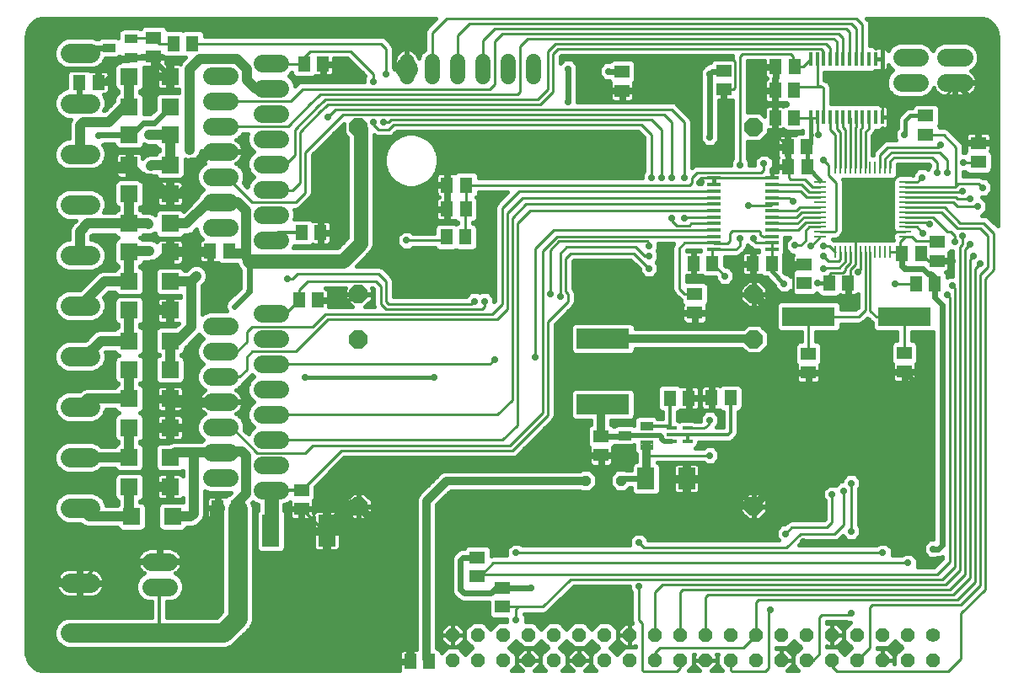
<source format=gbl>
G75*
%MOIN*%
%OFA0B0*%
%FSLAX25Y25*%
%IPPOS*%
%LPD*%
%AMOC8*
5,1,8,0,0,1.08239X$1,22.5*
%
%ADD10C,0.05600*%
%ADD11OC8,0.05600*%
%ADD12R,0.05118X0.06299*%
%ADD13R,0.06299X0.05118*%
%ADD14OC8,0.07087*%
%ADD15R,0.20866X0.07874*%
%ADD16R,0.05906X0.05118*%
%ADD17R,0.03898X0.01181*%
%ADD18C,0.00354*%
%ADD19R,0.07008X0.08504*%
%ADD20C,0.07087*%
%ADD21R,0.07087X0.12598*%
%ADD22R,0.05118X0.05906*%
%ADD23C,0.07800*%
%ADD24R,0.07087X0.06693*%
%ADD25C,0.06000*%
%ADD26R,0.01102X0.04724*%
%ADD27R,0.04724X0.01102*%
%ADD28R,0.21000X0.07600*%
%ADD29R,0.05800X0.01400*%
%ADD30R,0.01400X0.05800*%
%ADD31C,0.04000*%
%ADD32C,0.01000*%
%ADD33C,0.05600*%
%ADD34OC8,0.03962*%
%ADD35C,0.08600*%
%ADD36C,0.01200*%
%ADD37OC8,0.02781*%
%ADD38C,0.03200*%
%ADD39C,0.01600*%
%ADD40C,0.02400*%
%ADD41C,0.07600*%
%ADD42C,0.02000*%
D10*
X0365178Y0026500D03*
D11*
X0355178Y0026500D03*
X0345178Y0026500D03*
X0335178Y0026500D03*
X0325178Y0026500D03*
X0315178Y0026500D03*
X0305178Y0026500D03*
X0295178Y0026500D03*
X0285178Y0026500D03*
X0275178Y0026500D03*
X0265178Y0026500D03*
X0255178Y0026500D03*
X0245178Y0026500D03*
X0235178Y0026500D03*
X0225178Y0026500D03*
X0215178Y0026500D03*
X0205178Y0026500D03*
X0195178Y0026500D03*
X0185178Y0026500D03*
X0175178Y0026500D03*
X0175178Y0016500D03*
X0185178Y0016500D03*
X0195178Y0016500D03*
X0205178Y0016500D03*
X0215178Y0016500D03*
X0225178Y0016500D03*
X0235178Y0016500D03*
X0245178Y0016500D03*
X0255178Y0016500D03*
X0265178Y0016500D03*
X0275178Y0016500D03*
X0285178Y0016500D03*
X0295178Y0016500D03*
X0305178Y0016500D03*
X0315178Y0016500D03*
X0325178Y0016500D03*
X0335178Y0016500D03*
X0345178Y0016500D03*
X0355178Y0016500D03*
X0365178Y0016500D03*
D12*
X0285036Y0120350D03*
X0277556Y0120350D03*
X0268517Y0120264D03*
X0261036Y0120264D03*
X0180194Y0184000D03*
X0172713Y0184000D03*
X0172981Y0204594D03*
X0180461Y0204594D03*
X0072183Y0260530D03*
X0064703Y0260530D03*
X0302721Y0242012D03*
X0310202Y0242012D03*
X0358454Y0165358D03*
X0365934Y0165358D03*
D13*
X0383107Y0213720D03*
X0383107Y0221201D03*
X0362272Y0224476D03*
X0362272Y0231957D03*
X0270934Y0161429D03*
X0270934Y0153949D03*
X0184981Y0057114D03*
X0184981Y0049634D03*
X0194879Y0045217D03*
X0194879Y0037736D03*
X0056936Y0255380D03*
X0056936Y0262860D03*
D14*
X0137981Y0227555D03*
X0137981Y0161413D03*
X0137981Y0143555D03*
X0137981Y0077413D03*
X0294280Y0077413D03*
X0294280Y0143555D03*
X0294280Y0161413D03*
X0294280Y0227555D03*
D15*
X0234540Y0143854D03*
X0234540Y0117870D03*
D16*
X0233879Y0105091D03*
X0233879Y0097610D03*
X0315894Y0130327D03*
X0315894Y0137807D03*
X0314143Y0165650D03*
X0314143Y0173130D03*
X0366800Y0174476D03*
X0366800Y0181957D03*
X0353847Y0138161D03*
X0353847Y0130681D03*
X0282324Y0242311D03*
X0282324Y0249791D03*
X0242209Y0249390D03*
X0242209Y0241909D03*
X0115438Y0083933D03*
X0115438Y0076453D03*
D17*
X0261690Y0103232D03*
X0261690Y0105791D03*
X0261690Y0108350D03*
X0268028Y0108350D03*
X0268028Y0105791D03*
X0268028Y0103232D03*
D18*
X0249324Y0103346D02*
X0249324Y0100158D01*
X0249324Y0103346D02*
X0254088Y0103346D01*
X0254088Y0100158D01*
X0249324Y0100158D01*
X0249324Y0100511D02*
X0254088Y0100511D01*
X0254088Y0100864D02*
X0249324Y0100864D01*
X0249324Y0101217D02*
X0254088Y0101217D01*
X0254088Y0101570D02*
X0249324Y0101570D01*
X0249324Y0101923D02*
X0254088Y0101923D01*
X0254088Y0102276D02*
X0249324Y0102276D01*
X0249324Y0102629D02*
X0254088Y0102629D01*
X0254088Y0102982D02*
X0249324Y0102982D01*
X0249324Y0103335D02*
X0254088Y0103335D01*
X0249324Y0107638D02*
X0249324Y0110826D01*
X0254088Y0110826D01*
X0254088Y0107638D01*
X0249324Y0107638D01*
X0249324Y0107991D02*
X0254088Y0107991D01*
X0254088Y0108344D02*
X0249324Y0108344D01*
X0249324Y0108697D02*
X0254088Y0108697D01*
X0254088Y0109050D02*
X0249324Y0109050D01*
X0249324Y0109403D02*
X0254088Y0109403D01*
X0254088Y0109756D02*
X0249324Y0109756D01*
X0249324Y0110109D02*
X0254088Y0110109D01*
X0254088Y0110462D02*
X0249324Y0110462D01*
X0249324Y0110815D02*
X0254088Y0110815D01*
X0240662Y0107086D02*
X0240662Y0103898D01*
X0240662Y0107086D02*
X0245426Y0107086D01*
X0245426Y0103898D01*
X0240662Y0103898D01*
X0240662Y0104251D02*
X0245426Y0104251D01*
X0245426Y0104604D02*
X0240662Y0104604D01*
X0240662Y0104957D02*
X0245426Y0104957D01*
X0245426Y0105310D02*
X0240662Y0105310D01*
X0240662Y0105663D02*
X0245426Y0105663D01*
X0245426Y0106016D02*
X0240662Y0106016D01*
X0240662Y0106369D02*
X0245426Y0106369D01*
X0245426Y0106722D02*
X0240662Y0106722D01*
X0240662Y0107075D02*
X0245426Y0107075D01*
X0045464Y0253561D02*
X0045464Y0256749D01*
X0050228Y0256749D01*
X0050228Y0253561D01*
X0045464Y0253561D01*
X0045464Y0253914D02*
X0050228Y0253914D01*
X0050228Y0254267D02*
X0045464Y0254267D01*
X0045464Y0254620D02*
X0050228Y0254620D01*
X0050228Y0254973D02*
X0045464Y0254973D01*
X0045464Y0255326D02*
X0050228Y0255326D01*
X0050228Y0255679D02*
X0045464Y0255679D01*
X0045464Y0256032D02*
X0050228Y0256032D01*
X0050228Y0256385D02*
X0045464Y0256385D01*
X0045464Y0256738D02*
X0050228Y0256738D01*
X0045464Y0261041D02*
X0045464Y0264229D01*
X0050228Y0264229D01*
X0050228Y0261041D01*
X0045464Y0261041D01*
X0045464Y0261394D02*
X0050228Y0261394D01*
X0050228Y0261747D02*
X0045464Y0261747D01*
X0045464Y0262100D02*
X0050228Y0262100D01*
X0050228Y0262453D02*
X0045464Y0262453D01*
X0045464Y0262806D02*
X0050228Y0262806D01*
X0050228Y0263159D02*
X0045464Y0263159D01*
X0045464Y0263512D02*
X0050228Y0263512D01*
X0050228Y0263865D02*
X0045464Y0263865D01*
X0045464Y0264218D02*
X0050228Y0264218D01*
X0036802Y0260489D02*
X0036802Y0257301D01*
X0036802Y0260489D02*
X0041566Y0260489D01*
X0041566Y0257301D01*
X0036802Y0257301D01*
X0036802Y0257654D02*
X0041566Y0257654D01*
X0041566Y0258007D02*
X0036802Y0258007D01*
X0036802Y0258360D02*
X0041566Y0258360D01*
X0041566Y0258713D02*
X0036802Y0258713D01*
X0036802Y0259066D02*
X0041566Y0259066D01*
X0041566Y0259419D02*
X0036802Y0259419D01*
X0036802Y0259772D02*
X0041566Y0259772D01*
X0041566Y0260125D02*
X0036802Y0260125D01*
X0036802Y0260478D02*
X0041566Y0260478D01*
D19*
X0251643Y0088335D03*
X0267666Y0088335D03*
D20*
X0106965Y0083720D02*
X0099879Y0083720D01*
X0099879Y0093720D02*
X0106965Y0093720D01*
X0106965Y0103720D02*
X0099879Y0103720D01*
X0099879Y0113720D02*
X0106965Y0113720D01*
X0106965Y0123720D02*
X0099879Y0123720D01*
X0099879Y0133720D02*
X0106965Y0133720D01*
X0106965Y0143720D02*
X0099879Y0143720D01*
X0099879Y0153720D02*
X0106965Y0153720D01*
X0086965Y0148720D02*
X0079879Y0148720D01*
X0079879Y0138720D02*
X0086965Y0138720D01*
X0086965Y0128720D02*
X0079879Y0128720D01*
X0079879Y0118720D02*
X0086965Y0118720D01*
X0086965Y0108720D02*
X0079879Y0108720D01*
X0079879Y0098720D02*
X0086965Y0098720D01*
X0086965Y0088720D02*
X0079879Y0088720D01*
X0062843Y0055602D02*
X0055757Y0055602D01*
X0055757Y0045602D02*
X0062843Y0045602D01*
X0099879Y0182823D02*
X0106965Y0182823D01*
X0106965Y0192823D02*
X0099879Y0192823D01*
X0099879Y0202823D02*
X0106965Y0202823D01*
X0106965Y0212823D02*
X0099879Y0212823D01*
X0099879Y0222823D02*
X0106965Y0222823D01*
X0106965Y0232823D02*
X0099879Y0232823D01*
X0099879Y0242823D02*
X0106965Y0242823D01*
X0106965Y0252823D02*
X0099879Y0252823D01*
X0086965Y0247823D02*
X0079879Y0247823D01*
X0079879Y0237823D02*
X0086965Y0237823D01*
X0086965Y0227823D02*
X0079879Y0227823D01*
X0079879Y0217823D02*
X0086965Y0217823D01*
X0086965Y0207823D02*
X0079879Y0207823D01*
X0079879Y0197823D02*
X0086965Y0197823D01*
X0086965Y0187823D02*
X0079879Y0187823D01*
X0352682Y0245043D02*
X0359769Y0245043D01*
X0370280Y0245059D02*
X0377367Y0245059D01*
X0377367Y0255059D02*
X0370280Y0255059D01*
X0359769Y0255043D02*
X0352682Y0255043D01*
D21*
X0125335Y0067720D03*
X0103288Y0067720D03*
D22*
X0089745Y0076776D03*
X0082265Y0076776D03*
X0158454Y0015949D03*
X0165934Y0015949D03*
X0121950Y0158957D03*
X0114469Y0158957D03*
X0086658Y0178398D03*
X0079178Y0178398D03*
X0115469Y0185673D03*
X0122950Y0185673D03*
X0172863Y0195083D03*
X0180343Y0195083D03*
X0123950Y0252390D03*
X0116469Y0252390D03*
X0035040Y0245102D03*
X0027560Y0245102D03*
X0270493Y0173571D03*
X0277973Y0173571D03*
X0293855Y0173398D03*
X0301335Y0173398D03*
X0324091Y0165626D03*
X0331572Y0165626D03*
X0352902Y0177437D03*
X0360383Y0177437D03*
X0315383Y0211776D03*
X0307902Y0211776D03*
X0307745Y0219634D03*
X0315225Y0219634D03*
X0310202Y0231264D03*
X0302721Y0231264D03*
X0302871Y0251406D03*
X0310351Y0251406D03*
D23*
X0031700Y0256702D02*
X0023900Y0256702D01*
X0023900Y0236902D02*
X0031700Y0236902D01*
X0031700Y0216702D02*
X0023900Y0216702D01*
X0023900Y0196902D02*
X0031700Y0196902D01*
X0031700Y0176702D02*
X0023900Y0176702D01*
X0023900Y0156902D02*
X0031700Y0156902D01*
X0031700Y0136702D02*
X0023900Y0136702D01*
X0023900Y0116902D02*
X0031700Y0116902D01*
X0031700Y0096702D02*
X0023900Y0096702D01*
X0023900Y0076902D02*
X0031700Y0076902D01*
X0031700Y0047102D02*
X0023900Y0047102D01*
X0023900Y0027302D02*
X0031700Y0027302D01*
D24*
X0048249Y0073350D03*
X0047249Y0085193D03*
X0047249Y0096748D03*
X0063391Y0096748D03*
X0063391Y0085193D03*
X0064391Y0073350D03*
X0063391Y0108591D03*
X0063391Y0120039D03*
X0063391Y0131594D03*
X0063391Y0142906D03*
X0063391Y0154961D03*
X0047249Y0154961D03*
X0047249Y0142906D03*
X0047249Y0131594D03*
X0047249Y0120039D03*
X0047249Y0108591D03*
X0047249Y0166484D03*
X0047249Y0178039D03*
X0047249Y0189280D03*
X0047249Y0201224D03*
X0047249Y0212354D03*
X0047249Y0224409D03*
X0047249Y0235433D03*
X0063391Y0235433D03*
X0063391Y0224409D03*
X0063391Y0212354D03*
X0063391Y0201224D03*
X0063391Y0189280D03*
X0063391Y0178039D03*
X0063391Y0166484D03*
X0063391Y0247488D03*
X0047249Y0247488D03*
D25*
X0157068Y0247602D02*
X0157068Y0253602D01*
X0167068Y0253602D02*
X0167068Y0247602D01*
X0177068Y0247602D02*
X0177068Y0253602D01*
X0187068Y0253602D02*
X0187068Y0247602D01*
X0197068Y0247602D02*
X0197068Y0253602D01*
X0207068Y0253602D02*
X0207068Y0247602D01*
D26*
X0326517Y0211571D03*
X0328485Y0211571D03*
X0330454Y0211571D03*
X0332422Y0211571D03*
X0334391Y0211571D03*
X0336359Y0211571D03*
X0338328Y0211571D03*
X0340296Y0211571D03*
X0342265Y0211571D03*
X0344233Y0211571D03*
X0346202Y0211571D03*
X0348170Y0211571D03*
X0348170Y0178106D03*
X0346202Y0178106D03*
X0344233Y0178106D03*
X0342265Y0178106D03*
X0340296Y0178106D03*
X0338328Y0178106D03*
X0336359Y0178106D03*
X0334391Y0178106D03*
X0332422Y0178106D03*
X0330454Y0178106D03*
X0328485Y0178106D03*
X0326517Y0178106D03*
D27*
X0320611Y0184012D03*
X0320611Y0185980D03*
X0320611Y0187949D03*
X0320611Y0189917D03*
X0320611Y0191886D03*
X0320611Y0193854D03*
X0320611Y0195823D03*
X0320611Y0197791D03*
X0320611Y0199760D03*
X0320611Y0201728D03*
X0320611Y0203697D03*
X0320611Y0205665D03*
X0354076Y0205665D03*
X0354076Y0203697D03*
X0354076Y0201728D03*
X0354076Y0199760D03*
X0354076Y0197791D03*
X0354076Y0195823D03*
X0354076Y0193854D03*
X0354076Y0191886D03*
X0354076Y0189917D03*
X0354076Y0187949D03*
X0354076Y0185980D03*
X0354076Y0184012D03*
D28*
X0353981Y0152563D03*
X0315981Y0152563D03*
D29*
X0301331Y0179101D03*
X0301331Y0181701D03*
X0301331Y0184201D03*
X0301331Y0186801D03*
X0301331Y0189401D03*
X0301331Y0191901D03*
X0301331Y0194501D03*
X0301331Y0197001D03*
X0301331Y0199601D03*
X0301331Y0202201D03*
X0301331Y0204701D03*
X0301331Y0207301D03*
X0278331Y0207301D03*
X0278331Y0204701D03*
X0278331Y0202201D03*
X0278331Y0199601D03*
X0278331Y0197001D03*
X0278331Y0194501D03*
X0278331Y0191901D03*
X0278331Y0189401D03*
X0278331Y0186801D03*
X0278331Y0184201D03*
X0278331Y0181701D03*
X0278331Y0179101D03*
D30*
X0316810Y0231378D03*
X0319410Y0231378D03*
X0321910Y0231378D03*
X0324510Y0231378D03*
X0327110Y0231378D03*
X0329610Y0231378D03*
X0332210Y0231378D03*
X0334710Y0231378D03*
X0337310Y0231378D03*
X0339910Y0231378D03*
X0342410Y0231378D03*
X0345010Y0231378D03*
X0345010Y0254378D03*
X0342410Y0254378D03*
X0339910Y0254378D03*
X0337310Y0254378D03*
X0334710Y0254378D03*
X0332210Y0254378D03*
X0329610Y0254378D03*
X0327110Y0254378D03*
X0324510Y0254378D03*
X0321910Y0254378D03*
X0319410Y0254378D03*
X0316810Y0254378D03*
D31*
X0103422Y0242823D02*
X0097080Y0242823D01*
X0093800Y0246102D01*
X0093800Y0250602D01*
X0089800Y0254602D01*
X0075300Y0254602D01*
X0071300Y0250602D01*
X0071300Y0218602D01*
X0071800Y0213602D02*
X0070800Y0212602D01*
X0070800Y0204102D01*
X0067800Y0201102D01*
X0063513Y0201102D01*
X0055800Y0201102D01*
X0061678Y0201224D02*
X0055800Y0207102D01*
X0052501Y0207102D01*
X0047249Y0212354D01*
X0055800Y0212102D02*
X0056052Y0212354D01*
X0063391Y0212354D01*
X0063391Y0224409D01*
X0063198Y0224602D01*
X0055300Y0224602D01*
X0047249Y0235433D02*
X0045131Y0235433D01*
X0039300Y0229602D01*
X0029300Y0229602D01*
X0027800Y0228102D01*
X0027800Y0216702D01*
X0047249Y0201224D02*
X0047249Y0189280D01*
X0054623Y0189280D01*
X0054800Y0189102D01*
X0047249Y0189280D02*
X0030977Y0189280D01*
X0027800Y0186102D01*
X0027800Y0176702D01*
X0037382Y0166484D02*
X0027800Y0156902D01*
X0037382Y0166484D02*
X0047249Y0166484D01*
X0047249Y0178039D01*
X0047812Y0178602D01*
X0055300Y0178602D01*
X0056300Y0173102D02*
X0055300Y0172102D01*
X0055300Y0171102D01*
X0055300Y0158602D01*
X0058942Y0154961D01*
X0063391Y0154961D01*
X0071800Y0148602D02*
X0071800Y0166602D01*
X0073800Y0168602D01*
X0071682Y0166484D01*
X0063391Y0166484D01*
X0058454Y0173102D02*
X0063391Y0178039D01*
X0078820Y0178039D01*
X0079178Y0178398D01*
X0086658Y0178398D02*
X0087454Y0177602D01*
X0093400Y0177602D01*
X0093400Y0194502D01*
X0090080Y0197823D01*
X0083422Y0197823D01*
X0083202Y0197602D01*
X0078300Y0197602D01*
X0069977Y0189280D01*
X0063391Y0189280D01*
X0063513Y0201102D02*
X0063391Y0201224D01*
X0061678Y0201224D01*
X0071800Y0213602D02*
X0074800Y0213602D01*
X0079020Y0217823D01*
X0083422Y0217823D01*
X0047249Y0235433D02*
X0047249Y0247488D01*
X0093400Y0177602D02*
X0093400Y0176002D01*
X0094800Y0174602D01*
X0058454Y0173102D02*
X0056300Y0173102D01*
X0047249Y0154961D02*
X0047249Y0142906D01*
X0036003Y0142906D01*
X0029800Y0136702D01*
X0027800Y0136702D01*
X0047249Y0131594D02*
X0047249Y0120039D01*
X0030937Y0120039D01*
X0027800Y0116902D01*
X0017300Y0108602D02*
X0017300Y0106602D01*
X0027800Y0096702D02*
X0027846Y0096748D01*
X0047249Y0096748D01*
X0047249Y0108591D01*
X0055300Y0108602D02*
X0055312Y0108591D01*
X0063391Y0108591D01*
X0063391Y0120039D01*
X0064828Y0118602D01*
X0083800Y0118602D01*
X0063391Y0131594D02*
X0063391Y0142906D01*
X0066103Y0142906D01*
X0071800Y0148602D01*
X0072300Y0098720D02*
X0065363Y0098720D01*
X0063391Y0096748D01*
X0072300Y0098720D02*
X0072800Y0098220D01*
X0072800Y0074602D01*
X0071548Y0073350D01*
X0064391Y0073350D01*
X0063391Y0085193D02*
X0055891Y0085193D01*
X0055800Y0085102D01*
X0047249Y0085193D02*
X0047249Y0074350D01*
X0048249Y0073350D01*
X0031352Y0073350D01*
X0027800Y0076902D01*
X0017300Y0083102D02*
X0017300Y0084602D01*
X0072300Y0098720D02*
X0083422Y0098720D01*
X0083643Y0098941D01*
X0091753Y0098941D01*
X0093328Y0097366D01*
X0093328Y0082406D01*
X0089745Y0078823D01*
X0089745Y0076776D01*
D32*
X0115438Y0076453D02*
X0124170Y0067720D01*
X0115438Y0083933D02*
X0131107Y0099602D01*
X0198800Y0099602D01*
X0212800Y0113602D01*
X0212800Y0150602D01*
X0220800Y0158602D01*
X0220800Y0161602D01*
X0219800Y0162602D01*
X0219800Y0175602D01*
X0221800Y0177602D01*
X0246800Y0177602D01*
X0252800Y0171602D01*
X0252800Y0176602D02*
X0251000Y0176602D01*
X0247600Y0180002D01*
X0220200Y0180002D01*
X0217800Y0177602D01*
X0217800Y0160602D01*
X0213800Y0161602D02*
X0213800Y0178802D01*
X0217300Y0182302D01*
X0252100Y0182302D01*
X0252800Y0181602D01*
X0252800Y0180602D01*
X0264800Y0179602D02*
X0266898Y0181701D01*
X0278331Y0181701D01*
X0278430Y0181602D01*
X0283800Y0181602D01*
X0284800Y0182602D01*
X0284800Y0185602D01*
X0285800Y0186602D01*
X0295800Y0186602D01*
X0295860Y0186600D01*
X0295921Y0186595D01*
X0295980Y0186586D01*
X0296039Y0186573D01*
X0296098Y0186557D01*
X0296155Y0186537D01*
X0296210Y0186514D01*
X0296265Y0186487D01*
X0296317Y0186458D01*
X0296368Y0186425D01*
X0296417Y0186389D01*
X0296463Y0186351D01*
X0296507Y0186309D01*
X0296549Y0186265D01*
X0296587Y0186219D01*
X0296623Y0186170D01*
X0296656Y0186119D01*
X0296685Y0186067D01*
X0296712Y0186012D01*
X0296735Y0185957D01*
X0296755Y0185900D01*
X0296771Y0185841D01*
X0296784Y0185782D01*
X0296793Y0185723D01*
X0296798Y0185662D01*
X0296800Y0185602D01*
X0296802Y0185529D01*
X0296808Y0185455D01*
X0296817Y0185383D01*
X0296831Y0185311D01*
X0296848Y0185239D01*
X0296869Y0185169D01*
X0296893Y0185100D01*
X0296921Y0185032D01*
X0296953Y0184966D01*
X0296988Y0184901D01*
X0297026Y0184838D01*
X0297068Y0184778D01*
X0297112Y0184720D01*
X0297160Y0184664D01*
X0297211Y0184611D01*
X0297264Y0184560D01*
X0297320Y0184512D01*
X0297378Y0184468D01*
X0297438Y0184426D01*
X0297501Y0184388D01*
X0297566Y0184353D01*
X0297632Y0184321D01*
X0297700Y0184293D01*
X0297769Y0184269D01*
X0297839Y0184248D01*
X0297911Y0184231D01*
X0297983Y0184217D01*
X0298055Y0184208D01*
X0298129Y0184202D01*
X0298202Y0184200D01*
X0298202Y0184201D02*
X0301331Y0184201D01*
X0301331Y0181701D02*
X0301303Y0181672D01*
X0295310Y0181672D01*
X0294300Y0182682D01*
X0294300Y0183602D01*
X0301331Y0181701D02*
X0301331Y0179101D01*
X0301335Y0179097D01*
X0301335Y0173398D01*
X0294280Y0172972D02*
X0293855Y0173398D01*
X0294280Y0172972D02*
X0294280Y0167602D01*
X0286800Y0167602D01*
X0283800Y0164602D01*
X0277800Y0164602D01*
X0274800Y0167602D01*
X0271800Y0167602D01*
X0270493Y0168909D01*
X0270493Y0173571D01*
X0277973Y0173571D02*
X0282800Y0168744D01*
X0282800Y0168602D01*
X0277800Y0164602D02*
X0277800Y0155602D01*
X0276146Y0153949D01*
X0270934Y0153949D01*
X0270934Y0161429D02*
X0266973Y0161429D01*
X0264800Y0163602D01*
X0264800Y0179602D01*
X0277973Y0178743D02*
X0277973Y0173571D01*
X0277973Y0178743D02*
X0278331Y0179101D01*
X0287298Y0179101D01*
X0288800Y0180602D01*
X0288800Y0183602D01*
X0278331Y0184201D02*
X0216398Y0184201D01*
X0210800Y0178602D01*
X0210800Y0114602D01*
X0197800Y0101602D01*
X0119800Y0101602D01*
X0116800Y0098602D01*
X0097800Y0098602D01*
X0087682Y0108720D01*
X0083422Y0108720D01*
X0103422Y0103720D02*
X0194918Y0103720D01*
X0200800Y0109602D01*
X0200800Y0189602D01*
X0205800Y0194602D01*
X0278230Y0194602D01*
X0278331Y0194501D01*
X0278331Y0197001D02*
X0204198Y0197001D01*
X0198800Y0191602D01*
X0198800Y0119602D01*
X0192918Y0113720D01*
X0103422Y0113720D01*
X0090918Y0128720D02*
X0093800Y0131602D01*
X0093800Y0136602D01*
X0095900Y0138702D01*
X0113000Y0138702D01*
X0125900Y0151602D01*
X0192800Y0151602D01*
X0196800Y0155602D01*
X0196800Y0193602D01*
X0202798Y0199601D01*
X0278331Y0199601D01*
X0278331Y0202201D02*
X0201398Y0202201D01*
X0194800Y0195602D01*
X0194800Y0157602D01*
X0190800Y0153602D01*
X0124800Y0153602D01*
X0119800Y0148602D01*
X0095800Y0148602D01*
X0093800Y0146602D01*
X0093800Y0142602D01*
X0089918Y0138720D01*
X0083422Y0138720D01*
X0083422Y0128720D02*
X0090918Y0128720D01*
X0103422Y0133720D02*
X0189918Y0133720D01*
X0191800Y0135602D01*
X0207800Y0136602D02*
X0207800Y0179602D01*
X0214998Y0186801D01*
X0278331Y0186801D01*
X0278331Y0189401D02*
X0269598Y0189401D01*
X0268800Y0188602D01*
X0263800Y0188602D01*
X0261800Y0190602D01*
X0261800Y0191602D01*
X0266800Y0191602D02*
X0267098Y0191901D01*
X0278331Y0191901D01*
X0292300Y0196602D02*
X0300933Y0196602D01*
X0301331Y0197001D01*
X0301433Y0194602D02*
X0301331Y0194501D01*
X0301433Y0194602D02*
X0311300Y0194602D01*
X0312520Y0195823D01*
X0320611Y0195823D01*
X0320611Y0193854D02*
X0313192Y0193854D01*
X0311270Y0191932D01*
X0301363Y0191932D01*
X0301331Y0191901D01*
X0301333Y0189402D02*
X0301331Y0189401D01*
X0301333Y0189402D02*
X0311550Y0189402D01*
X0314033Y0191886D01*
X0320611Y0191886D01*
X0320611Y0189917D02*
X0314955Y0189917D01*
X0311870Y0186832D01*
X0301363Y0186832D01*
X0301331Y0186801D01*
X0310461Y0180702D02*
X0312900Y0180702D01*
X0314800Y0182602D01*
X0314800Y0186602D01*
X0316146Y0187949D01*
X0320611Y0187949D01*
X0320611Y0185980D02*
X0326178Y0185980D01*
X0326800Y0186602D01*
X0326800Y0205602D01*
X0323800Y0208602D01*
X0323800Y0212602D01*
X0321800Y0214602D01*
X0315619Y0211539D02*
X0315383Y0211776D01*
X0314398Y0206815D02*
X0308887Y0206815D01*
X0308099Y0207602D01*
X0308099Y0211579D01*
X0307902Y0211776D01*
X0307745Y0211933D01*
X0307745Y0219634D01*
X0307745Y0219657D01*
X0302800Y0224602D01*
X0302800Y0231185D01*
X0302721Y0231264D01*
X0302721Y0236602D01*
X0307300Y0236602D01*
X0302721Y0236602D02*
X0302721Y0242012D01*
X0302721Y0251256D01*
X0302871Y0251406D01*
X0309800Y0251957D02*
X0310351Y0251406D01*
X0313838Y0251406D01*
X0316810Y0254378D01*
X0319410Y0254378D02*
X0319410Y0244992D01*
X0319412Y0244919D01*
X0319418Y0244847D01*
X0319427Y0244775D01*
X0319440Y0244703D01*
X0319457Y0244632D01*
X0319478Y0244562D01*
X0319502Y0244494D01*
X0319530Y0244427D01*
X0319562Y0244361D01*
X0319596Y0244297D01*
X0319634Y0244235D01*
X0319675Y0244175D01*
X0319720Y0244117D01*
X0319767Y0244062D01*
X0319817Y0244009D01*
X0319870Y0243959D01*
X0319925Y0243912D01*
X0319983Y0243867D01*
X0320043Y0243826D01*
X0320105Y0243788D01*
X0320169Y0243754D01*
X0320235Y0243722D01*
X0320302Y0243694D01*
X0320370Y0243670D01*
X0320440Y0243649D01*
X0320511Y0243632D01*
X0320583Y0243619D01*
X0320655Y0243610D01*
X0320727Y0243604D01*
X0320800Y0243602D01*
X0311792Y0243602D01*
X0311792Y0243603D02*
X0311714Y0243601D01*
X0311636Y0243595D01*
X0311559Y0243586D01*
X0311482Y0243572D01*
X0311405Y0243555D01*
X0311330Y0243534D01*
X0311256Y0243510D01*
X0311183Y0243482D01*
X0311112Y0243450D01*
X0311042Y0243415D01*
X0310974Y0243377D01*
X0310908Y0243335D01*
X0310844Y0243290D01*
X0310783Y0243242D01*
X0310724Y0243191D01*
X0310667Y0243137D01*
X0310613Y0243080D01*
X0310562Y0243021D01*
X0310514Y0242960D01*
X0310469Y0242896D01*
X0310427Y0242830D01*
X0310389Y0242762D01*
X0310354Y0242692D01*
X0310322Y0242621D01*
X0310294Y0242548D01*
X0310270Y0242474D01*
X0310249Y0242399D01*
X0310232Y0242322D01*
X0310218Y0242245D01*
X0310209Y0242168D01*
X0310203Y0242090D01*
X0310201Y0242012D01*
X0320800Y0243602D02*
X0320865Y0243600D01*
X0320929Y0243594D01*
X0320993Y0243585D01*
X0321056Y0243572D01*
X0321118Y0243555D01*
X0321180Y0243535D01*
X0321240Y0243511D01*
X0321298Y0243484D01*
X0321355Y0243453D01*
X0321410Y0243419D01*
X0321463Y0243382D01*
X0321513Y0243342D01*
X0321562Y0243299D01*
X0321607Y0243254D01*
X0321650Y0243205D01*
X0321690Y0243155D01*
X0321727Y0243102D01*
X0321761Y0243047D01*
X0321792Y0242990D01*
X0321819Y0242932D01*
X0321843Y0242872D01*
X0321863Y0242810D01*
X0321880Y0242748D01*
X0321893Y0242685D01*
X0321902Y0242621D01*
X0321908Y0242557D01*
X0321910Y0242492D01*
X0321910Y0231378D01*
X0319410Y0231378D02*
X0319296Y0231264D01*
X0316696Y0231264D01*
X0310202Y0231264D01*
X0316696Y0231264D02*
X0316810Y0231378D01*
X0319410Y0231378D02*
X0319410Y0224992D01*
X0319800Y0224602D01*
X0324477Y0226343D02*
X0324477Y0231345D01*
X0324510Y0231378D01*
X0327076Y0231343D02*
X0327110Y0231378D01*
X0327076Y0231343D02*
X0327076Y0226815D01*
X0328485Y0225406D01*
X0328485Y0211571D01*
X0326517Y0211571D02*
X0326517Y0224303D01*
X0324477Y0226343D01*
X0329595Y0227366D02*
X0329595Y0231363D01*
X0329610Y0231378D01*
X0332210Y0231378D02*
X0332422Y0231166D01*
X0332422Y0211571D01*
X0330454Y0211571D02*
X0330454Y0226508D01*
X0329595Y0227366D01*
X0334391Y0227280D02*
X0334713Y0227602D01*
X0334713Y0231375D01*
X0334710Y0231378D01*
X0337310Y0231378D02*
X0337312Y0231376D01*
X0337312Y0227287D01*
X0336359Y0226335D01*
X0336359Y0211571D01*
X0334391Y0211571D02*
X0334391Y0227280D01*
X0338328Y0225469D02*
X0339910Y0227051D01*
X0339910Y0231378D01*
X0345010Y0231378D02*
X0345010Y0238102D01*
X0345510Y0238602D01*
X0368800Y0238602D01*
X0373824Y0243626D01*
X0373824Y0245059D01*
X0369426Y0224476D02*
X0362272Y0224476D01*
X0369426Y0224476D02*
X0374300Y0219602D01*
X0374300Y0204102D01*
X0373894Y0203697D01*
X0354076Y0203697D01*
X0354076Y0205665D02*
X0358863Y0205665D01*
X0360800Y0207602D01*
X0366800Y0209602D02*
X0366800Y0213602D01*
X0364800Y0215602D01*
X0349800Y0215602D01*
X0348170Y0213972D01*
X0348170Y0211571D01*
X0346202Y0211571D02*
X0346202Y0215004D01*
X0348800Y0217602D01*
X0367800Y0217602D01*
X0370800Y0214602D01*
X0370800Y0209602D01*
X0375300Y0205102D02*
X0374300Y0204102D01*
X0375300Y0205102D02*
X0383300Y0205102D01*
X0384800Y0203602D01*
X0379800Y0199102D02*
X0374800Y0199102D01*
X0374143Y0199760D01*
X0354076Y0199760D01*
X0354076Y0201728D02*
X0376674Y0201728D01*
X0376800Y0202102D01*
X0373111Y0197791D02*
X0354076Y0197791D01*
X0354095Y0195842D02*
X0354076Y0195823D01*
X0354095Y0195842D02*
X0369710Y0195842D01*
X0375950Y0189602D01*
X0385300Y0189602D01*
X0389300Y0185602D01*
X0389300Y0171102D01*
X0385800Y0167602D01*
X0385800Y0044602D01*
X0376300Y0035102D01*
X0376300Y0017102D01*
X0371300Y0012102D01*
X0327300Y0012102D01*
X0325178Y0014224D01*
X0325178Y0016500D01*
X0320300Y0019102D02*
X0320300Y0033602D01*
X0321300Y0034602D01*
X0332300Y0034602D01*
X0332800Y0035102D01*
X0340300Y0037602D02*
X0341300Y0038602D01*
X0376300Y0038602D01*
X0383800Y0046102D01*
X0383800Y0169102D01*
X0386800Y0172102D01*
X0386800Y0184602D01*
X0383800Y0187602D01*
X0374800Y0187602D01*
X0368548Y0193854D01*
X0354076Y0193854D01*
X0354082Y0191892D02*
X0354076Y0191886D01*
X0354082Y0191892D02*
X0365170Y0191892D01*
X0370960Y0186102D01*
X0372300Y0186102D01*
X0373800Y0184602D01*
X0373800Y0182102D01*
X0375800Y0180102D02*
X0376800Y0181102D01*
X0376800Y0184602D01*
X0379800Y0181102D02*
X0377800Y0179102D01*
X0377800Y0050602D01*
X0371800Y0044602D01*
X0266300Y0044602D01*
X0265178Y0043480D01*
X0265178Y0026500D01*
X0257300Y0021602D02*
X0290280Y0021602D01*
X0295178Y0026500D01*
X0295178Y0039480D01*
X0296300Y0040602D01*
X0374800Y0040602D01*
X0381800Y0047602D01*
X0381800Y0171602D01*
X0383800Y0173602D01*
X0381300Y0176602D02*
X0379800Y0175102D01*
X0379800Y0049102D01*
X0373300Y0042602D01*
X0276300Y0042602D01*
X0275178Y0041480D01*
X0275178Y0026500D01*
X0285178Y0016500D02*
X0285300Y0016378D01*
X0285300Y0012602D01*
X0285800Y0012102D01*
X0298800Y0012102D01*
X0300300Y0013602D01*
X0300300Y0036102D01*
X0300800Y0036602D01*
X0320300Y0019102D02*
X0317698Y0016500D01*
X0315178Y0016500D01*
X0335178Y0016500D02*
X0335198Y0016500D01*
X0340300Y0021602D01*
X0340300Y0037602D01*
X0355300Y0055102D02*
X0191300Y0055102D01*
X0186800Y0050602D01*
X0366800Y0050602D01*
X0371800Y0055602D01*
X0371800Y0160232D01*
X0370910Y0161122D01*
X0373800Y0163722D02*
X0372910Y0164612D01*
X0373800Y0163722D02*
X0373800Y0053602D01*
X0368800Y0048602D01*
X0221800Y0048602D01*
X0210934Y0037736D01*
X0201300Y0037736D01*
X0200300Y0036736D01*
X0200300Y0032602D01*
X0201300Y0037736D02*
X0194879Y0037736D01*
X0194776Y0045114D02*
X0194879Y0045217D01*
X0186800Y0050602D02*
X0185950Y0050602D01*
X0184981Y0049634D01*
X0200300Y0059102D02*
X0345300Y0059102D01*
X0332800Y0067602D02*
X0332800Y0086602D01*
X0329800Y0083602D02*
X0329800Y0070102D01*
X0326300Y0066602D01*
X0312800Y0066602D01*
X0307300Y0061102D01*
X0250800Y0061102D01*
X0248800Y0063102D01*
X0248800Y0045852D02*
X0248800Y0032602D01*
X0250300Y0031102D01*
X0250300Y0012602D01*
X0250800Y0012102D01*
X0263800Y0012102D01*
X0265300Y0013602D01*
X0265300Y0016378D01*
X0265178Y0016500D01*
X0257300Y0021602D02*
X0255178Y0019480D01*
X0255178Y0016500D01*
X0255178Y0026500D02*
X0255178Y0043480D01*
X0258300Y0046602D01*
X0370300Y0046602D01*
X0375800Y0052102D01*
X0375800Y0180102D01*
X0372800Y0174602D02*
X0372674Y0174476D01*
X0366800Y0174476D01*
X0363343Y0174476D02*
X0360383Y0177437D01*
X0358493Y0182406D02*
X0366170Y0182406D01*
X0366800Y0181957D01*
X0361300Y0185602D02*
X0358954Y0187949D01*
X0354076Y0187949D01*
X0354079Y0187952D01*
X0354076Y0189917D02*
X0363485Y0189917D01*
X0363800Y0189102D01*
X0358493Y0182406D02*
X0356887Y0184012D01*
X0354076Y0184012D01*
X0352233Y0182169D01*
X0352233Y0178106D01*
X0352902Y0177437D01*
X0354076Y0177035D01*
X0352233Y0178106D02*
X0348170Y0178106D01*
X0340296Y0178106D02*
X0340296Y0154933D01*
X0342745Y0152484D01*
X0353902Y0152484D01*
X0353981Y0152563D01*
X0353847Y0152429D01*
X0353847Y0138161D01*
X0353847Y0130681D02*
X0353493Y0130327D01*
X0315894Y0130327D01*
X0315894Y0123697D01*
X0313800Y0119602D01*
X0301800Y0128602D02*
X0280800Y0128602D01*
X0277556Y0125358D01*
X0277556Y0120350D01*
X0276800Y0111602D02*
X0276798Y0111491D01*
X0276792Y0111380D01*
X0276783Y0111269D01*
X0276770Y0111159D01*
X0276753Y0111049D01*
X0276732Y0110940D01*
X0276708Y0110832D01*
X0276679Y0110725D01*
X0276648Y0110618D01*
X0276612Y0110513D01*
X0276573Y0110409D01*
X0276531Y0110306D01*
X0276485Y0110205D01*
X0276435Y0110106D01*
X0276383Y0110008D01*
X0276327Y0109912D01*
X0276267Y0109818D01*
X0276205Y0109727D01*
X0276139Y0109637D01*
X0276071Y0109550D01*
X0275999Y0109465D01*
X0275925Y0109382D01*
X0275848Y0109302D01*
X0275768Y0109225D01*
X0275685Y0109151D01*
X0275600Y0109079D01*
X0275513Y0109011D01*
X0275423Y0108945D01*
X0275332Y0108883D01*
X0275238Y0108823D01*
X0275142Y0108767D01*
X0275044Y0108715D01*
X0274945Y0108665D01*
X0274844Y0108619D01*
X0274741Y0108577D01*
X0274637Y0108538D01*
X0274532Y0108502D01*
X0274425Y0108471D01*
X0274318Y0108442D01*
X0274210Y0108418D01*
X0274101Y0108397D01*
X0273991Y0108380D01*
X0273881Y0108367D01*
X0273770Y0108358D01*
X0273659Y0108352D01*
X0273548Y0108350D01*
X0268028Y0108350D01*
X0276800Y0097602D02*
X0252706Y0097602D01*
X0252646Y0097600D01*
X0252585Y0097595D01*
X0252526Y0097586D01*
X0252467Y0097573D01*
X0252408Y0097557D01*
X0252351Y0097537D01*
X0252296Y0097514D01*
X0252241Y0097487D01*
X0252189Y0097458D01*
X0252138Y0097425D01*
X0252089Y0097389D01*
X0252043Y0097351D01*
X0251999Y0097309D01*
X0251957Y0097265D01*
X0251919Y0097219D01*
X0251883Y0097170D01*
X0251850Y0097119D01*
X0251821Y0097067D01*
X0251794Y0097012D01*
X0251771Y0096957D01*
X0251751Y0096900D01*
X0251735Y0096841D01*
X0251722Y0096782D01*
X0251713Y0096723D01*
X0251708Y0096662D01*
X0251706Y0096602D01*
X0306800Y0066602D02*
X0309300Y0069102D01*
X0323300Y0069102D01*
X0325300Y0071102D01*
X0325300Y0082102D01*
X0315894Y0137807D02*
X0315894Y0152476D01*
X0315981Y0152563D01*
X0316060Y0152484D01*
X0335658Y0152484D01*
X0338328Y0155154D01*
X0338328Y0178106D01*
X0336359Y0178106D02*
X0336359Y0171061D01*
X0335565Y0170267D01*
X0334391Y0173093D02*
X0332500Y0171202D01*
X0332500Y0167359D01*
X0332509Y0167350D01*
X0332509Y0161311D01*
X0331800Y0160602D01*
X0310800Y0160602D01*
X0309989Y0161413D01*
X0294280Y0161413D01*
X0294280Y0167602D01*
X0309800Y0170602D02*
X0309800Y0161602D01*
X0309989Y0161413D01*
X0309800Y0170602D02*
X0310800Y0171602D01*
X0313115Y0171602D01*
X0314143Y0173130D01*
X0321800Y0171602D02*
X0322100Y0171902D01*
X0328000Y0171902D01*
X0330454Y0174356D01*
X0330454Y0178106D01*
X0332422Y0178106D02*
X0332422Y0173724D01*
X0330500Y0171802D01*
X0330500Y0170902D01*
X0329500Y0169902D01*
X0324800Y0169902D01*
X0324091Y0169194D01*
X0324091Y0165626D01*
X0324800Y0166335D01*
X0331572Y0165626D02*
X0332509Y0167350D01*
X0334391Y0173093D02*
X0334391Y0178106D01*
X0334391Y0184193D01*
X0336178Y0185980D01*
X0336178Y0204980D01*
X0336800Y0205602D01*
X0348300Y0205602D01*
X0353800Y0211102D01*
X0344233Y0211571D02*
X0344233Y0216535D01*
X0347300Y0219602D01*
X0367300Y0219602D01*
X0368300Y0220602D01*
X0377300Y0213602D02*
X0382989Y0213602D01*
X0383009Y0213604D01*
X0383029Y0213609D01*
X0383048Y0213618D01*
X0383065Y0213630D01*
X0383079Y0213644D01*
X0383091Y0213661D01*
X0383100Y0213680D01*
X0383105Y0213700D01*
X0383107Y0213720D01*
X0373111Y0197791D02*
X0374800Y0196102D01*
X0382800Y0196102D01*
X0354076Y0185980D02*
X0336178Y0185980D01*
X0328485Y0178106D02*
X0328485Y0174987D01*
X0327800Y0174302D01*
X0323800Y0174302D01*
X0321800Y0176602D01*
X0321800Y0180602D02*
X0324020Y0180602D01*
X0326517Y0178106D01*
X0320611Y0184012D02*
X0317202Y0180602D01*
X0316800Y0180602D01*
X0309800Y0198102D02*
X0308302Y0199601D01*
X0301331Y0199601D01*
X0301379Y0202248D02*
X0312745Y0202248D01*
X0315233Y0199760D01*
X0320611Y0199760D01*
X0320611Y0201728D02*
X0316178Y0201728D01*
X0313139Y0204768D01*
X0301398Y0204768D01*
X0301331Y0204701D01*
X0301331Y0207301D02*
X0278331Y0207301D01*
X0273498Y0207301D01*
X0272800Y0206602D01*
X0272800Y0205602D01*
X0269800Y0205602D02*
X0268800Y0204602D01*
X0185800Y0204602D01*
X0185792Y0204594D01*
X0180461Y0204594D01*
X0180343Y0204476D01*
X0180343Y0195083D01*
X0180194Y0194933D01*
X0180194Y0184000D01*
X0172713Y0184000D02*
X0171418Y0182705D01*
X0156902Y0182705D01*
X0145800Y0169602D02*
X0148800Y0166602D01*
X0148800Y0158602D01*
X0149800Y0157602D01*
X0182800Y0157602D01*
X0186800Y0155602D02*
X0187800Y0156602D01*
X0187800Y0158602D01*
X0186800Y0155602D02*
X0148800Y0155602D01*
X0146800Y0157602D01*
X0146800Y0164602D01*
X0144800Y0166602D01*
X0117800Y0166602D01*
X0114469Y0163272D01*
X0114469Y0158957D01*
X0109233Y0153720D01*
X0103422Y0153720D01*
X0109800Y0167602D02*
X0111800Y0167602D01*
X0113800Y0169602D01*
X0145800Y0169602D01*
X0172863Y0195083D02*
X0172981Y0195201D01*
X0172981Y0204594D01*
X0173139Y0204752D01*
X0173139Y0220264D01*
X0151800Y0228602D02*
X0249800Y0228602D01*
X0253800Y0224602D01*
X0253800Y0207602D01*
X0257800Y0207602D02*
X0257800Y0226602D01*
X0253800Y0230602D01*
X0150800Y0230602D01*
X0149800Y0229602D01*
X0147800Y0229602D01*
X0145800Y0226602D02*
X0149800Y0226602D01*
X0151800Y0228602D01*
X0145800Y0226602D02*
X0143800Y0228602D01*
X0143800Y0229602D01*
X0131800Y0232602D02*
X0116800Y0217602D01*
X0116800Y0201602D01*
X0113000Y0197802D01*
X0095800Y0197802D01*
X0085780Y0207823D01*
X0083422Y0207823D01*
X0103422Y0212823D02*
X0109020Y0212823D01*
X0112800Y0216602D01*
X0112800Y0226602D01*
X0122300Y0236102D01*
X0123800Y0237602D01*
X0124800Y0238602D01*
X0208800Y0238602D01*
X0212800Y0242602D01*
X0212800Y0257602D01*
X0215800Y0260602D01*
X0322800Y0260602D01*
X0324510Y0258892D01*
X0324510Y0254378D01*
X0321910Y0254378D02*
X0321910Y0257492D01*
X0320800Y0258602D01*
X0216800Y0258602D01*
X0214800Y0256602D01*
X0214800Y0241602D01*
X0209800Y0236602D01*
X0125800Y0236602D01*
X0124800Y0235602D01*
X0123300Y0234102D01*
X0114800Y0225602D01*
X0114800Y0205602D01*
X0111800Y0202602D01*
X0103643Y0202602D01*
X0103422Y0202823D01*
X0110020Y0227823D02*
X0083422Y0227823D01*
X0083422Y0237823D02*
X0111020Y0237823D01*
X0115800Y0242602D01*
X0189800Y0242602D01*
X0191800Y0244602D01*
X0191800Y0261602D01*
X0194800Y0264602D01*
X0327800Y0264602D01*
X0329610Y0262792D01*
X0329610Y0254378D01*
X0327110Y0254378D02*
X0327110Y0261292D01*
X0325800Y0262602D01*
X0204800Y0262602D01*
X0201800Y0259602D01*
X0201800Y0241602D01*
X0200800Y0240602D01*
X0122800Y0240602D01*
X0121800Y0239602D01*
X0119300Y0237102D01*
X0110020Y0227823D01*
X0125800Y0231602D02*
X0128800Y0234602D01*
X0261800Y0234602D01*
X0266800Y0229602D01*
X0266800Y0207602D01*
X0269800Y0207602D02*
X0269800Y0205602D01*
X0269800Y0207602D02*
X0271800Y0209602D01*
X0297300Y0209602D01*
X0298300Y0210602D01*
X0298300Y0213102D01*
X0301800Y0210752D02*
X0301800Y0207769D01*
X0301331Y0207301D01*
X0301800Y0210752D02*
X0302824Y0211776D01*
X0307902Y0211776D01*
X0314398Y0206815D02*
X0317517Y0203697D01*
X0320611Y0203697D01*
X0338328Y0211571D02*
X0338328Y0225469D01*
X0345010Y0238102D02*
X0345010Y0238392D01*
X0342800Y0240602D01*
X0327800Y0240602D01*
X0345010Y0238392D02*
X0345010Y0254378D01*
X0342410Y0254378D01*
X0337310Y0254378D02*
X0337310Y0268092D01*
X0334800Y0270602D01*
X0172800Y0270602D01*
X0167068Y0264870D01*
X0167068Y0250602D01*
X0177068Y0250602D02*
X0177068Y0263870D01*
X0181800Y0268602D01*
X0332800Y0268602D01*
X0334800Y0266602D01*
X0334800Y0254468D01*
X0334710Y0254378D01*
X0332210Y0254378D02*
X0332210Y0265192D01*
X0330800Y0266602D01*
X0191800Y0266602D01*
X0187068Y0261870D01*
X0187068Y0250602D01*
X0148800Y0248602D02*
X0148800Y0258602D01*
X0146800Y0260602D01*
X0072256Y0260602D01*
X0072183Y0260530D01*
X0064703Y0260530D02*
X0059266Y0260530D01*
X0056936Y0262860D01*
X0048070Y0262860D01*
X0047846Y0262635D01*
X0048070Y0255380D02*
X0047846Y0255155D01*
X0103422Y0252823D02*
X0103855Y0252390D01*
X0116469Y0252390D01*
X0116469Y0255272D01*
X0118800Y0257602D01*
X0134800Y0257602D01*
X0143800Y0248602D01*
X0143800Y0245602D01*
X0130800Y0250602D02*
X0129013Y0252390D01*
X0123950Y0252390D01*
X0131800Y0232602D02*
X0258800Y0232602D01*
X0261800Y0229602D01*
X0261800Y0207602D01*
X0278331Y0207301D02*
X0278331Y0204701D01*
X0288800Y0212602D02*
X0288800Y0255602D01*
X0289800Y0256602D01*
X0308800Y0256602D01*
X0309800Y0255602D01*
X0309800Y0251957D01*
X0286800Y0253602D02*
X0286800Y0243102D01*
X0286009Y0242311D01*
X0282324Y0242311D01*
X0286800Y0253602D02*
X0286300Y0254102D01*
X0251800Y0254102D01*
X0250300Y0252602D01*
X0250300Y0243602D01*
X0248800Y0242102D01*
X0242402Y0242102D01*
X0242209Y0241909D01*
X0350290Y0165362D02*
X0358449Y0165362D01*
X0358454Y0165358D01*
D33*
X0138800Y0181602D02*
X0138800Y0226736D01*
X0137981Y0227555D01*
X0138800Y0181602D02*
X0131800Y0174602D01*
X0112300Y0174602D01*
X0094800Y0174602D01*
X0103422Y0083720D02*
X0103422Y0067854D01*
X0103288Y0067720D01*
X0090178Y0076343D02*
X0089745Y0076776D01*
X0082265Y0076776D02*
X0081800Y0076311D01*
X0081800Y0054256D01*
X0125335Y0067720D02*
X0135028Y0077413D01*
X0137981Y0077413D01*
D34*
X0081800Y0054256D03*
X0227800Y0087602D03*
X0241800Y0087602D03*
D35*
X0157068Y0250602D02*
X0156800Y0250870D01*
D36*
X0130800Y0187602D02*
X0128871Y0185673D01*
X0122950Y0185673D01*
X0115469Y0185673D02*
X0106272Y0185673D01*
X0103422Y0182823D01*
X0121950Y0158957D02*
X0135524Y0158957D01*
X0137981Y0161413D01*
X0182800Y0157602D02*
X0183800Y0158602D01*
X0251706Y0109232D02*
X0260808Y0109232D01*
X0261690Y0108350D01*
X0261036Y0109004D01*
X0261036Y0120264D01*
X0268517Y0120264D02*
X0268603Y0120350D01*
X0277556Y0120350D01*
X0285036Y0120350D02*
X0285036Y0106839D01*
X0283989Y0105791D01*
X0268028Y0105791D01*
X0268028Y0103232D01*
X0268028Y0105791D02*
X0261690Y0105791D01*
X0125335Y0067720D02*
X0124170Y0067720D01*
X0115438Y0083933D02*
X0103635Y0083933D01*
X0103422Y0083720D01*
X0059300Y0055602D02*
X0036300Y0055602D01*
X0027800Y0047102D01*
X0059300Y0045602D02*
X0059300Y0027302D01*
X0320611Y0205665D02*
X0320611Y0206547D01*
D37*
X0321800Y0214602D03*
X0319800Y0224602D03*
X0307300Y0236602D03*
X0327800Y0240602D03*
X0353800Y0224602D03*
X0368300Y0220602D03*
X0377300Y0213602D03*
X0370800Y0209602D03*
X0366800Y0209602D03*
X0360800Y0207602D03*
X0353800Y0211102D03*
X0376800Y0202102D03*
X0379800Y0199102D03*
X0382800Y0196102D03*
X0384800Y0203602D03*
X0363800Y0189102D03*
X0361300Y0185602D03*
X0372800Y0174602D03*
X0373800Y0182102D03*
X0376800Y0184602D03*
X0379800Y0181102D03*
X0381300Y0176602D03*
X0383800Y0173602D03*
X0372910Y0164612D03*
X0370910Y0161122D03*
X0354300Y0171602D03*
X0350290Y0165362D03*
X0335565Y0170267D03*
X0321800Y0171602D03*
X0321800Y0176602D03*
X0321800Y0180602D03*
X0316800Y0180602D03*
X0310461Y0180702D03*
X0294300Y0183602D03*
X0288800Y0183602D03*
X0292300Y0196602D03*
X0309800Y0198102D03*
X0298300Y0213102D03*
X0288800Y0212602D03*
X0276800Y0223602D03*
X0272800Y0205602D03*
X0266800Y0207602D03*
X0261800Y0207602D03*
X0257800Y0207602D03*
X0253800Y0207602D03*
X0261800Y0191602D03*
X0266800Y0191602D03*
X0252800Y0180602D03*
X0252800Y0176602D03*
X0252800Y0171602D03*
X0234800Y0164602D03*
X0217800Y0160602D03*
X0213800Y0161602D03*
X0187800Y0158602D03*
X0183800Y0158602D03*
X0207800Y0136602D03*
X0191800Y0135602D03*
X0167800Y0128602D03*
X0116800Y0128602D03*
X0094800Y0162602D03*
X0109800Y0167602D03*
X0113320Y0174282D03*
X0130800Y0187602D03*
X0156902Y0182705D03*
X0173139Y0220264D03*
X0147800Y0229602D03*
X0143800Y0229602D03*
X0125800Y0231602D03*
X0143800Y0245602D03*
X0148800Y0248602D03*
X0130800Y0250602D03*
X0071300Y0218602D03*
X0055800Y0212102D03*
X0055800Y0201102D03*
X0054800Y0189102D03*
X0055300Y0178602D03*
X0055300Y0171102D03*
X0073800Y0168602D03*
X0035300Y0224102D03*
X0055300Y0224602D03*
X0055300Y0108602D03*
X0055800Y0085102D03*
X0017300Y0084602D03*
X0017300Y0108602D03*
X0111780Y0048582D03*
X0117300Y0048522D03*
X0117300Y0043542D03*
X0111800Y0043602D03*
X0111780Y0038862D03*
X0117240Y0038742D03*
X0167800Y0082602D03*
X0200300Y0059102D03*
X0206300Y0045102D03*
X0200300Y0032602D03*
X0248800Y0045852D03*
X0248800Y0063102D03*
X0276800Y0097602D03*
X0276800Y0111602D03*
X0313800Y0119602D03*
X0313800Y0091602D03*
X0325300Y0082102D03*
X0329800Y0083602D03*
X0332800Y0086602D03*
X0332800Y0067602D03*
X0345300Y0059102D03*
X0355300Y0055102D03*
X0365178Y0060602D03*
X0360800Y0063602D03*
X0332800Y0035102D03*
X0300800Y0036602D03*
X0313800Y0063602D03*
X0306800Y0066602D03*
X0360800Y0091602D03*
X0360800Y0119602D03*
X0319324Y0165626D03*
X0306300Y0165602D03*
X0282800Y0168602D03*
X0220800Y0237602D03*
X0220800Y0250602D03*
X0236800Y0249602D03*
X0276800Y0248602D03*
X0282800Y0255102D03*
X0385800Y0266602D03*
D38*
X0294280Y0161413D02*
X0301800Y0153894D01*
X0301800Y0128602D01*
X0301800Y0092602D01*
X0301800Y0084933D01*
X0294280Y0077413D01*
X0251706Y0088398D02*
X0251643Y0088335D01*
X0251706Y0088398D02*
X0251706Y0096602D01*
X0251706Y0101752D01*
X0233879Y0105091D02*
X0233879Y0117209D01*
X0234540Y0117870D01*
X0234540Y0143854D02*
X0293981Y0143854D01*
X0294280Y0143555D01*
X0227800Y0087602D02*
X0172800Y0087602D01*
X0167800Y0082602D01*
X0164800Y0079602D01*
X0164800Y0017083D01*
X0165934Y0015949D01*
X0158454Y0015949D02*
X0158454Y0056941D01*
X0137981Y0077413D01*
D39*
X0009343Y0013851D02*
X0008049Y0015145D01*
X0007134Y0016730D01*
X0006660Y0018498D01*
X0006600Y0019413D01*
X0006600Y0263508D01*
X0006660Y0264423D01*
X0007134Y0266191D01*
X0008049Y0267776D01*
X0009343Y0269070D01*
X0010928Y0269985D01*
X0012696Y0270459D01*
X0013611Y0270519D01*
X0168615Y0270519D01*
X0164609Y0266513D01*
X0164168Y0265447D01*
X0164168Y0258246D01*
X0164009Y0258180D01*
X0162490Y0256661D01*
X0161723Y0254809D01*
X0161516Y0255445D01*
X0161173Y0256118D01*
X0160729Y0256729D01*
X0160195Y0257264D01*
X0159583Y0257708D01*
X0158910Y0258051D01*
X0158192Y0258284D01*
X0157445Y0258402D01*
X0157268Y0258402D01*
X0157268Y0250802D01*
X0156868Y0250802D01*
X0156868Y0250402D01*
X0152361Y0250402D01*
X0151700Y0251063D01*
X0151700Y0259179D01*
X0151258Y0260245D01*
X0150443Y0261061D01*
X0148443Y0263061D01*
X0147377Y0263502D01*
X0077143Y0263502D01*
X0077143Y0264157D01*
X0076777Y0265039D01*
X0076102Y0265714D01*
X0075220Y0266080D01*
X0069147Y0266080D01*
X0068443Y0265788D01*
X0067740Y0266080D01*
X0062410Y0266080D01*
X0062120Y0266778D01*
X0061445Y0267454D01*
X0060563Y0267819D01*
X0053309Y0267819D01*
X0052427Y0267454D01*
X0051752Y0266778D01*
X0051614Y0266445D01*
X0050740Y0266807D01*
X0044951Y0266807D01*
X0044004Y0266415D01*
X0043279Y0265690D01*
X0042887Y0264743D01*
X0042887Y0262732D01*
X0042079Y0263067D01*
X0036290Y0263067D01*
X0035343Y0262675D01*
X0035163Y0262495D01*
X0034177Y0262495D01*
X0032953Y0263002D01*
X0022647Y0263002D01*
X0020331Y0262043D01*
X0018559Y0260271D01*
X0017600Y0257956D01*
X0017600Y0255449D01*
X0018559Y0253134D01*
X0020331Y0251361D01*
X0022647Y0250402D01*
X0024396Y0250402D01*
X0023641Y0250090D01*
X0022966Y0249415D01*
X0022601Y0248533D01*
X0022601Y0243183D01*
X0020331Y0242243D01*
X0018559Y0240471D01*
X0017600Y0238156D01*
X0017600Y0235649D01*
X0018559Y0233334D01*
X0020331Y0231561D01*
X0022647Y0230602D01*
X0024077Y0230602D01*
X0024070Y0230595D01*
X0023400Y0228978D01*
X0023400Y0223002D01*
X0022647Y0223002D01*
X0020331Y0222043D01*
X0018559Y0220271D01*
X0017600Y0217956D01*
X0017600Y0215449D01*
X0018559Y0213134D01*
X0020331Y0211361D01*
X0022647Y0210402D01*
X0032953Y0210402D01*
X0035269Y0211361D01*
X0037041Y0213134D01*
X0038000Y0215449D01*
X0038000Y0217956D01*
X0037041Y0220271D01*
X0036935Y0220377D01*
X0037368Y0220809D01*
X0041306Y0220809D01*
X0041306Y0220586D01*
X0041671Y0219703D01*
X0042346Y0219028D01*
X0043228Y0218663D01*
X0051270Y0218663D01*
X0052152Y0219028D01*
X0052827Y0219703D01*
X0053192Y0220586D01*
X0053192Y0220713D01*
X0054425Y0220202D01*
X0057606Y0220202D01*
X0057813Y0219703D01*
X0058488Y0219028D01*
X0058991Y0218820D01*
X0058991Y0217944D01*
X0058488Y0217735D01*
X0057813Y0217060D01*
X0057686Y0216754D01*
X0055177Y0216754D01*
X0053560Y0216084D01*
X0052592Y0215117D01*
X0052592Y0215938D01*
X0052469Y0216396D01*
X0052232Y0216806D01*
X0051897Y0217141D01*
X0051487Y0217378D01*
X0051029Y0217501D01*
X0048049Y0217501D01*
X0048049Y0213154D01*
X0046449Y0213154D01*
X0046449Y0211554D01*
X0048049Y0211554D01*
X0048049Y0207208D01*
X0051029Y0207208D01*
X0051487Y0207331D01*
X0051897Y0207568D01*
X0052232Y0207903D01*
X0052469Y0208313D01*
X0052592Y0208771D01*
X0052592Y0209088D01*
X0053308Y0208372D01*
X0054925Y0207702D01*
X0056675Y0207702D01*
X0057284Y0207954D01*
X0057686Y0207954D01*
X0057813Y0207648D01*
X0058488Y0206973D01*
X0059370Y0206608D01*
X0067411Y0206608D01*
X0068293Y0206973D01*
X0068968Y0207648D01*
X0069334Y0208530D01*
X0069334Y0214654D01*
X0070425Y0214202D01*
X0072175Y0214202D01*
X0073792Y0214872D01*
X0074869Y0215949D01*
X0074927Y0215772D01*
X0075309Y0215022D01*
X0075803Y0214342D01*
X0076398Y0213747D01*
X0077078Y0213253D01*
X0077248Y0213166D01*
X0076512Y0212861D01*
X0074840Y0211189D01*
X0073935Y0209005D01*
X0073935Y0206641D01*
X0074840Y0204456D01*
X0076474Y0202823D01*
X0074840Y0201189D01*
X0074257Y0199782D01*
X0068715Y0194239D01*
X0068293Y0194661D01*
X0067411Y0195026D01*
X0059370Y0195026D01*
X0058488Y0194661D01*
X0057813Y0193985D01*
X0057447Y0193103D01*
X0057447Y0192678D01*
X0057115Y0193010D01*
X0055498Y0193680D01*
X0052953Y0193680D01*
X0052827Y0193985D01*
X0052152Y0194661D01*
X0051649Y0194869D01*
X0051649Y0195635D01*
X0052152Y0195843D01*
X0052827Y0196518D01*
X0053192Y0197401D01*
X0053192Y0205048D01*
X0052827Y0205930D01*
X0052152Y0206605D01*
X0051270Y0206971D01*
X0043228Y0206971D01*
X0042346Y0206605D01*
X0041671Y0205930D01*
X0041306Y0205048D01*
X0041306Y0197401D01*
X0041671Y0196518D01*
X0042346Y0195843D01*
X0042849Y0195635D01*
X0042849Y0194869D01*
X0042346Y0194661D01*
X0041671Y0193985D01*
X0041544Y0193680D01*
X0037184Y0193680D01*
X0038000Y0195649D01*
X0038000Y0198156D01*
X0037041Y0200471D01*
X0035269Y0202243D01*
X0032953Y0203202D01*
X0022647Y0203202D01*
X0020331Y0202243D01*
X0018559Y0200471D01*
X0017600Y0198156D01*
X0017600Y0195649D01*
X0018559Y0193334D01*
X0020331Y0191561D01*
X0022647Y0190602D01*
X0026077Y0190602D01*
X0025308Y0189832D01*
X0024070Y0188595D01*
X0023400Y0186978D01*
X0023400Y0183002D01*
X0022647Y0183002D01*
X0020331Y0182043D01*
X0018559Y0180271D01*
X0017600Y0177956D01*
X0017600Y0175449D01*
X0018559Y0173134D01*
X0020331Y0171361D01*
X0022647Y0170402D01*
X0032953Y0170402D01*
X0035269Y0171361D01*
X0037041Y0173134D01*
X0038000Y0175449D01*
X0038000Y0177956D01*
X0037041Y0180271D01*
X0035269Y0182043D01*
X0032953Y0183002D01*
X0032200Y0183002D01*
X0032200Y0184280D01*
X0032800Y0184880D01*
X0041544Y0184880D01*
X0041671Y0184574D01*
X0042346Y0183898D01*
X0042923Y0183659D01*
X0042346Y0183420D01*
X0041671Y0182745D01*
X0041306Y0181863D01*
X0041306Y0174216D01*
X0041671Y0173333D01*
X0042346Y0172658D01*
X0042849Y0172450D01*
X0042849Y0172074D01*
X0042346Y0171865D01*
X0041671Y0171190D01*
X0041544Y0170884D01*
X0036507Y0170884D01*
X0034889Y0170214D01*
X0027877Y0163202D01*
X0022647Y0163202D01*
X0020331Y0162243D01*
X0018559Y0160471D01*
X0017600Y0158156D01*
X0017600Y0155649D01*
X0018559Y0153334D01*
X0020331Y0151561D01*
X0022647Y0150602D01*
X0032953Y0150602D01*
X0035269Y0151561D01*
X0037041Y0153334D01*
X0038000Y0155649D01*
X0038000Y0158156D01*
X0037202Y0160082D01*
X0039204Y0162084D01*
X0041544Y0162084D01*
X0041671Y0161778D01*
X0042346Y0161103D01*
X0043228Y0160738D01*
X0051270Y0160738D01*
X0052152Y0161103D01*
X0052827Y0161778D01*
X0053192Y0162660D01*
X0053192Y0170308D01*
X0052827Y0171190D01*
X0052152Y0171865D01*
X0051649Y0172074D01*
X0051649Y0172450D01*
X0052152Y0172658D01*
X0052827Y0173333D01*
X0053187Y0174202D01*
X0056175Y0174202D01*
X0057792Y0174872D01*
X0058047Y0175127D01*
X0058047Y0174456D01*
X0058170Y0173998D01*
X0058407Y0173588D01*
X0058742Y0173253D01*
X0059152Y0173016D01*
X0059610Y0172893D01*
X0062591Y0172893D01*
X0062591Y0177239D01*
X0064191Y0177239D01*
X0064191Y0178839D01*
X0068734Y0178839D01*
X0068734Y0181623D01*
X0068611Y0182081D01*
X0068374Y0182491D01*
X0068039Y0182826D01*
X0067629Y0183063D01*
X0067171Y0183186D01*
X0064191Y0183186D01*
X0064191Y0178839D01*
X0062591Y0178839D01*
X0062591Y0183186D01*
X0059610Y0183186D01*
X0059152Y0183063D01*
X0058742Y0182826D01*
X0058407Y0182491D01*
X0058170Y0182081D01*
X0058143Y0181982D01*
X0057792Y0182332D01*
X0056175Y0183002D01*
X0052570Y0183002D01*
X0052152Y0183420D01*
X0051575Y0183659D01*
X0052152Y0183898D01*
X0052827Y0184574D01*
X0052953Y0184880D01*
X0053497Y0184880D01*
X0053925Y0184702D01*
X0055675Y0184702D01*
X0057292Y0185372D01*
X0057447Y0185527D01*
X0057447Y0185456D01*
X0057813Y0184574D01*
X0058488Y0183898D01*
X0059370Y0183533D01*
X0067411Y0183533D01*
X0068293Y0183898D01*
X0068968Y0184574D01*
X0069095Y0184880D01*
X0070852Y0184880D01*
X0072470Y0185549D01*
X0073935Y0187015D01*
X0073935Y0186641D01*
X0074840Y0184456D01*
X0076196Y0183101D01*
X0075924Y0183028D01*
X0075514Y0182791D01*
X0075179Y0182456D01*
X0074942Y0182045D01*
X0074819Y0181587D01*
X0074819Y0178877D01*
X0078698Y0178877D01*
X0078698Y0177918D01*
X0074819Y0177918D01*
X0074819Y0175208D01*
X0074942Y0174750D01*
X0075179Y0174340D01*
X0075514Y0174005D01*
X0075924Y0173768D01*
X0076382Y0173645D01*
X0078698Y0173645D01*
X0078698Y0177918D01*
X0079657Y0177918D01*
X0079657Y0173645D01*
X0081974Y0173645D01*
X0082393Y0173757D01*
X0082740Y0173410D01*
X0083622Y0173045D01*
X0089695Y0173045D01*
X0089799Y0173088D01*
X0090392Y0171657D01*
X0091200Y0170848D01*
X0091200Y0164363D01*
X0091009Y0164172D01*
X0091009Y0163903D01*
X0085748Y0158642D01*
X0085200Y0157318D01*
X0085200Y0155886D01*
X0085706Y0154664D01*
X0078697Y0154664D01*
X0076512Y0153759D01*
X0076200Y0153447D01*
X0076200Y0164780D01*
X0077530Y0166110D01*
X0078200Y0167727D01*
X0078200Y0169478D01*
X0077530Y0171095D01*
X0076292Y0172332D01*
X0074675Y0173002D01*
X0072925Y0173002D01*
X0071308Y0172332D01*
X0069859Y0170884D01*
X0069095Y0170884D01*
X0068968Y0171190D01*
X0068293Y0171865D01*
X0067411Y0172231D01*
X0059370Y0172231D01*
X0058488Y0171865D01*
X0057813Y0171190D01*
X0057447Y0170308D01*
X0057447Y0162660D01*
X0057813Y0161778D01*
X0058488Y0161103D01*
X0059370Y0160738D01*
X0067400Y0160738D01*
X0067400Y0160046D01*
X0067171Y0160107D01*
X0064191Y0160107D01*
X0064191Y0155761D01*
X0062591Y0155761D01*
X0062591Y0160107D01*
X0059610Y0160107D01*
X0059152Y0159984D01*
X0058742Y0159747D01*
X0058407Y0159412D01*
X0058170Y0159002D01*
X0058047Y0158544D01*
X0058047Y0155761D01*
X0062591Y0155761D01*
X0062591Y0154161D01*
X0064191Y0154161D01*
X0064191Y0149814D01*
X0066789Y0149814D01*
X0065627Y0148652D01*
X0059370Y0148652D01*
X0058488Y0148287D01*
X0057813Y0147611D01*
X0057447Y0146729D01*
X0057447Y0139082D01*
X0057813Y0138200D01*
X0058488Y0137524D01*
X0058991Y0137316D01*
X0058991Y0137184D01*
X0058488Y0136976D01*
X0057813Y0136300D01*
X0057447Y0135418D01*
X0057447Y0127771D01*
X0057813Y0126889D01*
X0058488Y0126213D01*
X0059370Y0125848D01*
X0067411Y0125848D01*
X0068293Y0126213D01*
X0068968Y0126889D01*
X0069334Y0127771D01*
X0069334Y0135418D01*
X0068968Y0136300D01*
X0068293Y0136976D01*
X0067791Y0137184D01*
X0067791Y0137316D01*
X0068293Y0137524D01*
X0068968Y0138200D01*
X0069334Y0139082D01*
X0069334Y0139914D01*
X0074292Y0144872D01*
X0074821Y0145401D01*
X0074840Y0145354D01*
X0076474Y0143720D01*
X0074840Y0142087D01*
X0073935Y0139903D01*
X0073935Y0137538D01*
X0074840Y0135354D01*
X0076474Y0133720D01*
X0074840Y0132087D01*
X0073935Y0129903D01*
X0073935Y0127538D01*
X0074840Y0125354D01*
X0076512Y0123682D01*
X0077248Y0123377D01*
X0077078Y0123290D01*
X0076398Y0122796D01*
X0075803Y0122201D01*
X0075309Y0121521D01*
X0074927Y0120772D01*
X0074667Y0119972D01*
X0074535Y0119141D01*
X0074535Y0119102D01*
X0083041Y0119102D01*
X0083041Y0118339D01*
X0074535Y0118339D01*
X0074535Y0118300D01*
X0074667Y0117469D01*
X0074927Y0116669D01*
X0075309Y0115920D01*
X0075803Y0115240D01*
X0076398Y0114645D01*
X0077078Y0114150D01*
X0077248Y0114064D01*
X0076512Y0113759D01*
X0074840Y0112087D01*
X0073935Y0109903D01*
X0073935Y0107538D01*
X0074840Y0105354D01*
X0076474Y0103720D01*
X0075874Y0103120D01*
X0064488Y0103120D01*
X0062977Y0102494D01*
X0059370Y0102494D01*
X0058488Y0102129D01*
X0057813Y0101454D01*
X0057447Y0100572D01*
X0057447Y0092924D01*
X0057813Y0092042D01*
X0058488Y0091367D01*
X0059370Y0091002D01*
X0067411Y0091002D01*
X0068293Y0091367D01*
X0068400Y0091474D01*
X0068400Y0089600D01*
X0068374Y0089645D01*
X0068039Y0089980D01*
X0067629Y0090217D01*
X0067171Y0090339D01*
X0064191Y0090339D01*
X0064191Y0085993D01*
X0062591Y0085993D01*
X0062591Y0090339D01*
X0059610Y0090339D01*
X0059152Y0090217D01*
X0058742Y0089980D01*
X0058407Y0089645D01*
X0058170Y0089234D01*
X0058047Y0088776D01*
X0058047Y0085993D01*
X0062591Y0085993D01*
X0062591Y0084393D01*
X0064191Y0084393D01*
X0064191Y0080046D01*
X0067171Y0080046D01*
X0067629Y0080169D01*
X0068039Y0080406D01*
X0068374Y0080741D01*
X0068400Y0080786D01*
X0068400Y0079097D01*
X0060370Y0079097D01*
X0059488Y0078731D01*
X0058813Y0078056D01*
X0058447Y0077174D01*
X0058447Y0069527D01*
X0058813Y0068644D01*
X0059488Y0067969D01*
X0060370Y0067604D01*
X0068411Y0067604D01*
X0069293Y0067969D01*
X0069968Y0068644D01*
X0070095Y0068950D01*
X0072423Y0068950D01*
X0074040Y0069620D01*
X0075292Y0070872D01*
X0076530Y0072110D01*
X0077200Y0073727D01*
X0077200Y0083397D01*
X0078697Y0082777D01*
X0087477Y0082777D01*
X0086828Y0082128D01*
X0086708Y0082128D01*
X0085826Y0081763D01*
X0085479Y0081416D01*
X0085061Y0081528D01*
X0082744Y0081528D01*
X0082744Y0077255D01*
X0081785Y0077255D01*
X0081785Y0076296D01*
X0082744Y0076296D01*
X0082744Y0072023D01*
X0083978Y0072023D01*
X0083978Y0035670D01*
X0081810Y0033502D01*
X0062300Y0033502D01*
X0062300Y0039659D01*
X0064026Y0039659D01*
X0066210Y0040564D01*
X0067882Y0042236D01*
X0068787Y0044420D01*
X0068787Y0046785D01*
X0067882Y0048969D01*
X0066210Y0050641D01*
X0065474Y0050946D01*
X0065644Y0051032D01*
X0066324Y0051527D01*
X0066919Y0052121D01*
X0067413Y0052802D01*
X0067795Y0053551D01*
X0068055Y0054351D01*
X0068187Y0055182D01*
X0068187Y0055221D01*
X0059681Y0055221D01*
X0059681Y0055983D01*
X0068187Y0055983D01*
X0068187Y0056023D01*
X0068055Y0056854D01*
X0067795Y0057653D01*
X0067413Y0058403D01*
X0066919Y0059083D01*
X0066324Y0059678D01*
X0065644Y0060172D01*
X0064894Y0060554D01*
X0064095Y0060814D01*
X0063264Y0060946D01*
X0059681Y0060946D01*
X0059681Y0055984D01*
X0058919Y0055984D01*
X0058919Y0060946D01*
X0055336Y0060946D01*
X0054505Y0060814D01*
X0053706Y0060554D01*
X0052956Y0060172D01*
X0052276Y0059678D01*
X0051681Y0059083D01*
X0051187Y0058403D01*
X0050805Y0057653D01*
X0050545Y0056854D01*
X0050413Y0056023D01*
X0050413Y0055983D01*
X0058919Y0055983D01*
X0058919Y0055221D01*
X0050413Y0055221D01*
X0050413Y0055182D01*
X0050545Y0054351D01*
X0050805Y0053551D01*
X0051187Y0052802D01*
X0051681Y0052121D01*
X0052276Y0051527D01*
X0052956Y0051032D01*
X0053126Y0050946D01*
X0052390Y0050641D01*
X0050718Y0048969D01*
X0049813Y0046785D01*
X0049813Y0044420D01*
X0050718Y0042236D01*
X0052390Y0040564D01*
X0054574Y0039659D01*
X0056300Y0039659D01*
X0056300Y0033502D01*
X0033195Y0033502D01*
X0032953Y0033602D01*
X0022647Y0033602D01*
X0020331Y0032643D01*
X0018559Y0030871D01*
X0017600Y0028556D01*
X0017600Y0026049D01*
X0018559Y0023734D01*
X0020331Y0021961D01*
X0022647Y0021002D01*
X0032953Y0021002D01*
X0033195Y0021102D01*
X0085611Y0021102D01*
X0087890Y0022046D01*
X0095434Y0029590D01*
X0096378Y0031869D01*
X0096378Y0077576D01*
X0095892Y0078748D01*
X0096169Y0079025D01*
X0096512Y0078682D01*
X0098222Y0077974D01*
X0098222Y0075891D01*
X0097710Y0075379D01*
X0097345Y0074497D01*
X0097345Y0060944D01*
X0097710Y0060062D01*
X0098385Y0059387D01*
X0099267Y0059021D01*
X0107309Y0059021D01*
X0108191Y0059387D01*
X0108866Y0060062D01*
X0109231Y0060944D01*
X0109231Y0074497D01*
X0108866Y0075379D01*
X0108622Y0075623D01*
X0108622Y0077974D01*
X0110332Y0078682D01*
X0110685Y0079035D01*
X0110685Y0076932D01*
X0114958Y0076932D01*
X0114958Y0075973D01*
X0110685Y0075973D01*
X0110685Y0073657D01*
X0110808Y0073199D01*
X0111045Y0072788D01*
X0111380Y0072453D01*
X0111790Y0072216D01*
X0112248Y0072094D01*
X0114958Y0072094D01*
X0114958Y0075973D01*
X0115917Y0075973D01*
X0115917Y0072094D01*
X0118628Y0072094D01*
X0119085Y0072216D01*
X0119496Y0072453D01*
X0119831Y0072788D01*
X0119992Y0073068D01*
X0119992Y0068520D01*
X0124535Y0068520D01*
X0124535Y0066920D01*
X0126135Y0066920D01*
X0126135Y0059621D01*
X0129116Y0059621D01*
X0129574Y0059744D01*
X0129984Y0059981D01*
X0130319Y0060316D01*
X0130556Y0060726D01*
X0130679Y0061184D01*
X0130679Y0066920D01*
X0126135Y0066920D01*
X0126135Y0068520D01*
X0130679Y0068520D01*
X0130679Y0074257D01*
X0130556Y0074714D01*
X0130319Y0075125D01*
X0129984Y0075460D01*
X0129574Y0075697D01*
X0129116Y0075820D01*
X0126135Y0075820D01*
X0126135Y0068521D01*
X0124535Y0068521D01*
X0124535Y0075820D01*
X0121555Y0075820D01*
X0121097Y0075697D01*
X0120687Y0075460D01*
X0120352Y0075125D01*
X0120191Y0074846D01*
X0120191Y0075973D01*
X0115917Y0075973D01*
X0115917Y0076932D01*
X0120191Y0076932D01*
X0120191Y0079249D01*
X0120078Y0079668D01*
X0120425Y0080015D01*
X0120791Y0080897D01*
X0120791Y0085185D01*
X0132308Y0096702D01*
X0199377Y0096702D01*
X0200443Y0097144D01*
X0214443Y0111144D01*
X0215258Y0111960D01*
X0215700Y0113026D01*
X0215700Y0149401D01*
X0222443Y0156144D01*
X0223258Y0156960D01*
X0223700Y0158026D01*
X0223700Y0162179D01*
X0223258Y0163245D01*
X0222700Y0163804D01*
X0222700Y0174401D01*
X0223001Y0174702D01*
X0245599Y0174702D01*
X0249009Y0171292D01*
X0249009Y0170032D01*
X0251230Y0167812D01*
X0254370Y0167812D01*
X0256591Y0170032D01*
X0256591Y0173172D01*
X0255661Y0174102D01*
X0256591Y0175032D01*
X0256591Y0178172D01*
X0256161Y0178602D01*
X0256591Y0179032D01*
X0256591Y0181301D01*
X0262397Y0181301D01*
X0262341Y0181245D01*
X0261900Y0180179D01*
X0261900Y0163026D01*
X0262341Y0161960D01*
X0263157Y0161144D01*
X0265330Y0158971D01*
X0265384Y0158948D01*
X0265384Y0158393D01*
X0265750Y0157511D01*
X0266096Y0157164D01*
X0265984Y0156745D01*
X0265984Y0154428D01*
X0270454Y0154428D01*
X0270454Y0153469D01*
X0265984Y0153469D01*
X0265984Y0151153D01*
X0266107Y0150695D01*
X0266344Y0150285D01*
X0266679Y0149949D01*
X0267089Y0149712D01*
X0267547Y0149590D01*
X0270454Y0149590D01*
X0270454Y0153469D01*
X0271413Y0153469D01*
X0271413Y0149590D01*
X0274320Y0149590D01*
X0274778Y0149712D01*
X0275189Y0149949D01*
X0275524Y0150285D01*
X0275761Y0150695D01*
X0275883Y0151153D01*
X0275883Y0153469D01*
X0271413Y0153469D01*
X0271413Y0154428D01*
X0275883Y0154428D01*
X0275883Y0156745D01*
X0275771Y0157164D01*
X0276118Y0157511D01*
X0276483Y0158393D01*
X0276483Y0164466D01*
X0276118Y0165348D01*
X0275443Y0166023D01*
X0274561Y0166388D01*
X0267700Y0166388D01*
X0267700Y0168818D01*
X0270013Y0168818D01*
X0270013Y0173091D01*
X0270972Y0173091D01*
X0270972Y0168818D01*
X0273289Y0168818D01*
X0273708Y0168930D01*
X0274055Y0168583D01*
X0274937Y0168218D01*
X0279009Y0168218D01*
X0279009Y0167032D01*
X0281230Y0164812D01*
X0284370Y0164812D01*
X0286591Y0167032D01*
X0286591Y0170172D01*
X0284370Y0172393D01*
X0283252Y0172393D01*
X0282932Y0172713D01*
X0282932Y0176201D01*
X0287875Y0176201D01*
X0288941Y0176642D01*
X0290443Y0178144D01*
X0291258Y0178960D01*
X0291700Y0180026D01*
X0291700Y0180842D01*
X0292730Y0179812D01*
X0293069Y0179812D01*
X0293667Y0179214D01*
X0294733Y0178772D01*
X0296031Y0178772D01*
X0296031Y0178150D01*
X0294335Y0178150D01*
X0294335Y0173877D01*
X0293376Y0173877D01*
X0293376Y0178150D01*
X0291059Y0178150D01*
X0290601Y0178028D01*
X0290191Y0177791D01*
X0289856Y0177456D01*
X0289619Y0177045D01*
X0289496Y0176587D01*
X0289496Y0173877D01*
X0293376Y0173877D01*
X0293376Y0172918D01*
X0294335Y0172918D01*
X0294335Y0168645D01*
X0296651Y0168645D01*
X0297070Y0168757D01*
X0297417Y0168410D01*
X0298299Y0168045D01*
X0299332Y0168045D01*
X0299523Y0167854D01*
X0302509Y0164867D01*
X0302509Y0164032D01*
X0304730Y0161812D01*
X0307870Y0161812D01*
X0308790Y0162731D01*
X0308790Y0162613D01*
X0309155Y0161731D01*
X0309830Y0161056D01*
X0310712Y0160691D01*
X0317573Y0160691D01*
X0318455Y0161056D01*
X0319130Y0161731D01*
X0319173Y0161835D01*
X0319282Y0161835D01*
X0319498Y0161314D01*
X0320173Y0160639D01*
X0321055Y0160273D01*
X0327128Y0160273D01*
X0328010Y0160639D01*
X0328357Y0160985D01*
X0328776Y0160873D01*
X0331092Y0160873D01*
X0331092Y0165146D01*
X0332051Y0165146D01*
X0332051Y0160873D01*
X0334368Y0160873D01*
X0334825Y0160996D01*
X0335236Y0161233D01*
X0335428Y0161425D01*
X0335428Y0156355D01*
X0334457Y0155384D01*
X0328881Y0155384D01*
X0328881Y0156840D01*
X0328516Y0157722D01*
X0327841Y0158398D01*
X0326958Y0158763D01*
X0305004Y0158763D01*
X0304122Y0158398D01*
X0303446Y0157722D01*
X0303081Y0156840D01*
X0303081Y0148286D01*
X0303446Y0147403D01*
X0304122Y0146728D01*
X0305004Y0146363D01*
X0312994Y0146363D01*
X0312994Y0142766D01*
X0312464Y0142766D01*
X0311582Y0142401D01*
X0310907Y0141726D01*
X0310542Y0140844D01*
X0310542Y0134771D01*
X0310907Y0133889D01*
X0311254Y0133542D01*
X0311142Y0133123D01*
X0311142Y0130806D01*
X0315415Y0130806D01*
X0315415Y0129847D01*
X0316374Y0129847D01*
X0316374Y0125968D01*
X0319084Y0125968D01*
X0319542Y0126090D01*
X0319952Y0126327D01*
X0320288Y0126662D01*
X0320525Y0127073D01*
X0320647Y0127531D01*
X0320647Y0129847D01*
X0316374Y0129847D01*
X0316374Y0130806D01*
X0320647Y0130806D01*
X0320647Y0133123D01*
X0320535Y0133542D01*
X0320882Y0133889D01*
X0321247Y0134771D01*
X0321247Y0140844D01*
X0320882Y0141726D01*
X0320207Y0142401D01*
X0319325Y0142766D01*
X0318794Y0142766D01*
X0318794Y0146363D01*
X0326958Y0146363D01*
X0327841Y0146728D01*
X0328516Y0147403D01*
X0328881Y0148286D01*
X0328881Y0149584D01*
X0336235Y0149584D01*
X0337301Y0150026D01*
X0338117Y0150842D01*
X0339202Y0151926D01*
X0340286Y0150842D01*
X0341081Y0150047D01*
X0341081Y0148286D01*
X0341446Y0147403D01*
X0342122Y0146728D01*
X0343004Y0146363D01*
X0350947Y0146363D01*
X0350947Y0143120D01*
X0350417Y0143120D01*
X0349535Y0142755D01*
X0348860Y0142080D01*
X0348494Y0141198D01*
X0348494Y0135125D01*
X0348860Y0134243D01*
X0349207Y0133896D01*
X0349094Y0133477D01*
X0349094Y0131161D01*
X0353368Y0131161D01*
X0353368Y0130202D01*
X0349094Y0130202D01*
X0349094Y0127885D01*
X0349217Y0127427D01*
X0349454Y0127017D01*
X0349789Y0126682D01*
X0350200Y0126445D01*
X0350658Y0126322D01*
X0353368Y0126322D01*
X0353368Y0130201D01*
X0354327Y0130201D01*
X0354327Y0126322D01*
X0357037Y0126322D01*
X0357495Y0126445D01*
X0357905Y0126682D01*
X0358240Y0127017D01*
X0358477Y0127427D01*
X0358600Y0127885D01*
X0358600Y0130202D01*
X0354327Y0130202D01*
X0354327Y0131161D01*
X0358600Y0131161D01*
X0358600Y0133477D01*
X0358488Y0133896D01*
X0358835Y0134243D01*
X0359200Y0135125D01*
X0359200Y0141198D01*
X0358835Y0142080D01*
X0358159Y0142755D01*
X0357277Y0143120D01*
X0356747Y0143120D01*
X0356747Y0146363D01*
X0364958Y0146363D01*
X0365200Y0146463D01*
X0365200Y0064393D01*
X0363608Y0064393D01*
X0361387Y0062172D01*
X0361387Y0059032D01*
X0363608Y0056812D01*
X0366748Y0056812D01*
X0366939Y0057002D01*
X0368016Y0057002D01*
X0368900Y0057369D01*
X0368900Y0056804D01*
X0365599Y0053502D01*
X0359061Y0053502D01*
X0359091Y0053532D01*
X0359091Y0056672D01*
X0356870Y0058893D01*
X0353730Y0058893D01*
X0352839Y0058002D01*
X0349091Y0058002D01*
X0349091Y0060672D01*
X0346870Y0062893D01*
X0343730Y0062893D01*
X0342839Y0062002D01*
X0312301Y0062002D01*
X0314001Y0063702D01*
X0326877Y0063702D01*
X0327943Y0064144D01*
X0328758Y0064960D01*
X0329420Y0065621D01*
X0331230Y0063812D01*
X0334370Y0063812D01*
X0336591Y0066032D01*
X0336591Y0069172D01*
X0335700Y0070063D01*
X0335700Y0084142D01*
X0336591Y0085032D01*
X0336591Y0088172D01*
X0334370Y0090393D01*
X0331230Y0090393D01*
X0329009Y0088172D01*
X0329009Y0087393D01*
X0328230Y0087393D01*
X0326730Y0085893D01*
X0323730Y0085893D01*
X0321509Y0083672D01*
X0321509Y0080532D01*
X0322400Y0079642D01*
X0322400Y0072304D01*
X0322099Y0072002D01*
X0308723Y0072002D01*
X0307657Y0071561D01*
X0306489Y0070393D01*
X0305230Y0070393D01*
X0303009Y0068172D01*
X0303009Y0065032D01*
X0304039Y0064002D01*
X0252591Y0064002D01*
X0252591Y0064672D01*
X0250370Y0066893D01*
X0247230Y0066893D01*
X0245009Y0064672D01*
X0245009Y0062002D01*
X0202761Y0062002D01*
X0201870Y0062893D01*
X0198730Y0062893D01*
X0196509Y0060672D01*
X0196509Y0058002D01*
X0190723Y0058002D01*
X0190531Y0057923D01*
X0190531Y0060151D01*
X0190165Y0061033D01*
X0189490Y0061708D01*
X0188608Y0062073D01*
X0181354Y0062073D01*
X0180472Y0061708D01*
X0179797Y0061033D01*
X0179660Y0060702D01*
X0178584Y0060702D01*
X0177261Y0060154D01*
X0176248Y0059142D01*
X0175248Y0058142D01*
X0174700Y0056818D01*
X0174700Y0043886D01*
X0175248Y0042563D01*
X0176261Y0041550D01*
X0177761Y0040050D01*
X0179084Y0039502D01*
X0189329Y0039502D01*
X0189329Y0034700D01*
X0189695Y0033818D01*
X0190370Y0033143D01*
X0191252Y0032777D01*
X0196509Y0032777D01*
X0196509Y0031700D01*
X0193024Y0031700D01*
X0190178Y0028854D01*
X0187332Y0031700D01*
X0183024Y0031700D01*
X0179978Y0028654D01*
X0179978Y0024346D01*
X0182824Y0021500D01*
X0180178Y0018854D01*
X0177332Y0021700D01*
X0173024Y0021700D01*
X0170837Y0019513D01*
X0170528Y0020261D01*
X0169852Y0020936D01*
X0168970Y0021302D01*
X0168800Y0021302D01*
X0168800Y0077945D01*
X0171191Y0080337D01*
X0174457Y0083602D01*
X0225604Y0083602D01*
X0225985Y0083221D01*
X0229615Y0083221D01*
X0232181Y0085788D01*
X0232181Y0089417D01*
X0229615Y0091983D01*
X0225985Y0091983D01*
X0225604Y0091602D01*
X0172004Y0091602D01*
X0170534Y0090993D01*
X0165534Y0085993D01*
X0162534Y0082993D01*
X0161409Y0081868D01*
X0160800Y0080398D01*
X0160800Y0020702D01*
X0158933Y0020702D01*
X0158933Y0016428D01*
X0157974Y0016428D01*
X0157974Y0015469D01*
X0154094Y0015469D01*
X0154094Y0012759D01*
X0154190Y0012402D01*
X0013611Y0012402D01*
X0012696Y0012462D01*
X0010928Y0012936D01*
X0010928Y0012936D01*
X0009343Y0013851D01*
X0009198Y0013996D02*
X0154094Y0013996D01*
X0154094Y0016428D02*
X0157974Y0016428D01*
X0157974Y0020702D01*
X0155658Y0020702D01*
X0155200Y0020579D01*
X0154789Y0020342D01*
X0154454Y0020007D01*
X0154217Y0019596D01*
X0154094Y0019139D01*
X0154094Y0016428D01*
X0154094Y0017193D02*
X0007010Y0017193D01*
X0006641Y0018792D02*
X0154094Y0018792D01*
X0154873Y0020390D02*
X0006600Y0020390D01*
X0006600Y0021989D02*
X0020304Y0021989D01*
X0018705Y0023587D02*
X0006600Y0023587D01*
X0006600Y0025186D02*
X0017958Y0025186D01*
X0017600Y0026784D02*
X0006600Y0026784D01*
X0006600Y0028383D02*
X0017600Y0028383D01*
X0018191Y0029982D02*
X0006600Y0029982D01*
X0006600Y0031580D02*
X0019268Y0031580D01*
X0021624Y0033179D02*
X0006600Y0033179D01*
X0006600Y0034777D02*
X0056300Y0034777D01*
X0056300Y0036376D02*
X0006600Y0036376D01*
X0006600Y0037974D02*
X0056300Y0037974D01*
X0056300Y0039573D02*
X0006600Y0039573D01*
X0006600Y0041171D02*
X0051783Y0041171D01*
X0050497Y0042770D02*
X0035428Y0042770D01*
X0035413Y0042755D02*
X0036048Y0043389D01*
X0036575Y0044115D01*
X0036982Y0044914D01*
X0037260Y0045768D01*
X0037392Y0046602D01*
X0028300Y0046602D01*
X0028300Y0041402D01*
X0032149Y0041402D01*
X0033035Y0041543D01*
X0033888Y0041820D01*
X0034687Y0042227D01*
X0035413Y0042755D01*
X0036704Y0044368D02*
X0049835Y0044368D01*
X0049813Y0045967D02*
X0037291Y0045967D01*
X0037392Y0047602D02*
X0037260Y0048437D01*
X0036982Y0049290D01*
X0036575Y0050090D01*
X0036048Y0050816D01*
X0035413Y0051450D01*
X0034687Y0051977D01*
X0033888Y0052385D01*
X0033035Y0052662D01*
X0032149Y0052802D01*
X0028300Y0052802D01*
X0028300Y0047602D01*
X0037392Y0047602D01*
X0037024Y0049164D02*
X0050913Y0049164D01*
X0050137Y0047565D02*
X0028300Y0047565D01*
X0028300Y0047602D02*
X0028300Y0046602D01*
X0027300Y0046602D01*
X0027300Y0041402D01*
X0023451Y0041402D01*
X0022565Y0041543D01*
X0021712Y0041820D01*
X0020913Y0042227D01*
X0020187Y0042755D01*
X0019552Y0043389D01*
X0019025Y0044115D01*
X0018618Y0044914D01*
X0018340Y0045768D01*
X0018208Y0046602D01*
X0027300Y0046602D01*
X0027300Y0047602D01*
X0018208Y0047602D01*
X0018340Y0048437D01*
X0018618Y0049290D01*
X0019025Y0050090D01*
X0019552Y0050816D01*
X0020187Y0051450D01*
X0020913Y0051977D01*
X0021712Y0052385D01*
X0022565Y0052662D01*
X0023451Y0052802D01*
X0027300Y0052802D01*
X0027300Y0047602D01*
X0028300Y0047602D01*
X0027300Y0047565D02*
X0006600Y0047565D01*
X0006600Y0045967D02*
X0018309Y0045967D01*
X0018896Y0044368D02*
X0006600Y0044368D01*
X0006600Y0042770D02*
X0020172Y0042770D01*
X0027300Y0042770D02*
X0028300Y0042770D01*
X0028300Y0044368D02*
X0027300Y0044368D01*
X0027300Y0045967D02*
X0028300Y0045967D01*
X0028300Y0049164D02*
X0027300Y0049164D01*
X0027300Y0050762D02*
X0028300Y0050762D01*
X0028300Y0052361D02*
X0027300Y0052361D01*
X0021665Y0052361D02*
X0006600Y0052361D01*
X0006600Y0053959D02*
X0050672Y0053959D01*
X0051507Y0052361D02*
X0033935Y0052361D01*
X0036087Y0050762D02*
X0052683Y0050762D01*
X0050643Y0057156D02*
X0006600Y0057156D01*
X0006600Y0055558D02*
X0058919Y0055558D01*
X0059681Y0055558D02*
X0083978Y0055558D01*
X0083978Y0057156D02*
X0067957Y0057156D01*
X0067158Y0058755D02*
X0083978Y0058755D01*
X0083978Y0060353D02*
X0065289Y0060353D01*
X0059681Y0060353D02*
X0058919Y0060353D01*
X0058919Y0058755D02*
X0059681Y0058755D01*
X0059681Y0057156D02*
X0058919Y0057156D01*
X0053311Y0060353D02*
X0006600Y0060353D01*
X0006600Y0058755D02*
X0051442Y0058755D01*
X0052270Y0067604D02*
X0044228Y0067604D01*
X0043346Y0067969D01*
X0042671Y0068644D01*
X0042544Y0068950D01*
X0030477Y0068950D01*
X0028860Y0069620D01*
X0027877Y0070602D01*
X0022647Y0070602D01*
X0020331Y0071561D01*
X0018559Y0073334D01*
X0017600Y0075649D01*
X0017600Y0078156D01*
X0018559Y0080471D01*
X0020331Y0082243D01*
X0022647Y0083202D01*
X0032953Y0083202D01*
X0035269Y0082243D01*
X0037041Y0080471D01*
X0038000Y0078156D01*
X0038000Y0077750D01*
X0042544Y0077750D01*
X0042671Y0078056D01*
X0042849Y0078234D01*
X0042849Y0079604D01*
X0042346Y0079812D01*
X0041671Y0080487D01*
X0041306Y0081369D01*
X0041306Y0089017D01*
X0041671Y0089899D01*
X0042346Y0090574D01*
X0043228Y0090939D01*
X0051270Y0090939D01*
X0052152Y0090574D01*
X0052827Y0089899D01*
X0053192Y0089017D01*
X0053192Y0081369D01*
X0052827Y0080487D01*
X0052152Y0079812D01*
X0051649Y0079604D01*
X0051649Y0079097D01*
X0052270Y0079097D01*
X0053152Y0078731D01*
X0053827Y0078056D01*
X0054192Y0077174D01*
X0054192Y0069527D01*
X0053827Y0068644D01*
X0053152Y0067969D01*
X0052270Y0067604D01*
X0053528Y0068346D02*
X0059111Y0068346D01*
X0058447Y0069944D02*
X0054192Y0069944D01*
X0054192Y0071543D02*
X0058447Y0071543D01*
X0058447Y0073141D02*
X0054192Y0073141D01*
X0054192Y0074740D02*
X0058447Y0074740D01*
X0058447Y0076338D02*
X0054192Y0076338D01*
X0053876Y0077937D02*
X0058763Y0077937D01*
X0059152Y0080169D02*
X0059610Y0080046D01*
X0062591Y0080046D01*
X0062591Y0084393D01*
X0058047Y0084393D01*
X0058047Y0081609D01*
X0058170Y0081152D01*
X0058407Y0080741D01*
X0058742Y0080406D01*
X0059152Y0080169D01*
X0058180Y0081134D02*
X0053095Y0081134D01*
X0053192Y0082732D02*
X0058047Y0082732D01*
X0058047Y0084331D02*
X0053192Y0084331D01*
X0053192Y0085929D02*
X0062591Y0085929D01*
X0062591Y0084331D02*
X0064191Y0084331D01*
X0064191Y0082732D02*
X0062591Y0082732D01*
X0062591Y0081134D02*
X0064191Y0081134D01*
X0068400Y0079535D02*
X0051649Y0079535D01*
X0042849Y0079535D02*
X0037428Y0079535D01*
X0038000Y0077937D02*
X0042621Y0077937D01*
X0041403Y0081134D02*
X0036378Y0081134D01*
X0034088Y0082732D02*
X0041306Y0082732D01*
X0041306Y0084331D02*
X0006600Y0084331D01*
X0006600Y0085929D02*
X0041306Y0085929D01*
X0041306Y0087528D02*
X0006600Y0087528D01*
X0006600Y0089126D02*
X0041351Y0089126D01*
X0042710Y0090725D02*
X0033732Y0090725D01*
X0032953Y0090402D02*
X0035269Y0091361D01*
X0036255Y0092348D01*
X0041544Y0092348D01*
X0041671Y0092042D01*
X0042346Y0091367D01*
X0043228Y0091002D01*
X0051270Y0091002D01*
X0052152Y0091367D01*
X0052827Y0092042D01*
X0053192Y0092924D01*
X0053192Y0100572D01*
X0052827Y0101454D01*
X0052152Y0102129D01*
X0051649Y0102337D01*
X0051649Y0103001D01*
X0052152Y0103209D01*
X0052827Y0103885D01*
X0053192Y0104767D01*
X0053192Y0112414D01*
X0052827Y0113296D01*
X0052152Y0113972D01*
X0051323Y0114315D01*
X0052152Y0114658D01*
X0052827Y0115333D01*
X0053192Y0116216D01*
X0053192Y0123863D01*
X0052827Y0124745D01*
X0052152Y0125420D01*
X0051649Y0125629D01*
X0051649Y0126005D01*
X0052152Y0126213D01*
X0052827Y0126889D01*
X0053192Y0127771D01*
X0053192Y0135418D01*
X0052827Y0136300D01*
X0052152Y0136976D01*
X0051489Y0137250D01*
X0052152Y0137524D01*
X0052827Y0138200D01*
X0053192Y0139082D01*
X0053192Y0146729D01*
X0052827Y0147611D01*
X0052152Y0148287D01*
X0051649Y0148495D01*
X0051649Y0149371D01*
X0052152Y0149580D01*
X0052827Y0150255D01*
X0053192Y0151137D01*
X0053192Y0158784D01*
X0052827Y0159667D01*
X0052152Y0160342D01*
X0051270Y0160707D01*
X0043228Y0160707D01*
X0042346Y0160342D01*
X0041671Y0159667D01*
X0041306Y0158784D01*
X0041306Y0151137D01*
X0041671Y0150255D01*
X0042346Y0149580D01*
X0042849Y0149371D01*
X0042849Y0148495D01*
X0042346Y0148287D01*
X0041671Y0147611D01*
X0041544Y0147305D01*
X0035128Y0147305D01*
X0033511Y0146636D01*
X0029877Y0143002D01*
X0022647Y0143002D01*
X0020331Y0142043D01*
X0018559Y0140271D01*
X0017600Y0137956D01*
X0017600Y0135449D01*
X0018559Y0133134D01*
X0020331Y0131361D01*
X0022647Y0130402D01*
X0032953Y0130402D01*
X0035269Y0131361D01*
X0037041Y0133134D01*
X0038000Y0135449D01*
X0038000Y0137956D01*
X0037788Y0138468D01*
X0037826Y0138506D01*
X0041544Y0138506D01*
X0041671Y0138200D01*
X0042346Y0137524D01*
X0043009Y0137250D01*
X0042346Y0136976D01*
X0041671Y0136300D01*
X0041306Y0135418D01*
X0041306Y0127771D01*
X0041671Y0126889D01*
X0042346Y0126213D01*
X0042849Y0126005D01*
X0042849Y0125629D01*
X0042346Y0125420D01*
X0041671Y0124745D01*
X0041544Y0124439D01*
X0030062Y0124439D01*
X0028445Y0123770D01*
X0027877Y0123202D01*
X0022647Y0123202D01*
X0020331Y0122243D01*
X0018559Y0120471D01*
X0017600Y0118156D01*
X0017600Y0115649D01*
X0018559Y0113334D01*
X0020331Y0111561D01*
X0022647Y0110602D01*
X0032953Y0110602D01*
X0035269Y0111561D01*
X0037041Y0113334D01*
X0037996Y0115639D01*
X0041544Y0115639D01*
X0041671Y0115333D01*
X0042346Y0114658D01*
X0043175Y0114315D01*
X0042346Y0113972D01*
X0041671Y0113296D01*
X0041306Y0112414D01*
X0041306Y0104767D01*
X0041671Y0103885D01*
X0042346Y0103209D01*
X0042849Y0103001D01*
X0042849Y0102337D01*
X0042346Y0102129D01*
X0041671Y0101454D01*
X0041544Y0101148D01*
X0036164Y0101148D01*
X0035269Y0102043D01*
X0032953Y0103002D01*
X0022647Y0103002D01*
X0020331Y0102043D01*
X0018559Y0100271D01*
X0017600Y0097956D01*
X0017600Y0095449D01*
X0018559Y0093134D01*
X0020331Y0091361D01*
X0022647Y0090402D01*
X0032953Y0090402D01*
X0036231Y0092323D02*
X0041554Y0092323D01*
X0042131Y0101915D02*
X0035397Y0101915D01*
X0041306Y0105112D02*
X0006600Y0105112D01*
X0006600Y0106710D02*
X0041306Y0106710D01*
X0041306Y0108309D02*
X0006600Y0108309D01*
X0006600Y0109907D02*
X0041306Y0109907D01*
X0041306Y0111506D02*
X0035134Y0111506D01*
X0036811Y0113104D02*
X0041591Y0113104D01*
X0042302Y0114703D02*
X0037608Y0114703D01*
X0029710Y0124294D02*
X0006600Y0124294D01*
X0006600Y0125892D02*
X0042849Y0125892D01*
X0041421Y0127491D02*
X0006600Y0127491D01*
X0006600Y0129089D02*
X0041306Y0129089D01*
X0041306Y0130688D02*
X0033642Y0130688D01*
X0036193Y0132286D02*
X0041306Y0132286D01*
X0041306Y0133885D02*
X0037352Y0133885D01*
X0038000Y0135483D02*
X0041332Y0135483D01*
X0042602Y0137082D02*
X0038000Y0137082D01*
X0030351Y0143476D02*
X0006600Y0143476D01*
X0006600Y0145074D02*
X0031949Y0145074D01*
X0033601Y0146673D02*
X0006600Y0146673D01*
X0006600Y0148271D02*
X0042331Y0148271D01*
X0042056Y0149870D02*
X0006600Y0149870D01*
X0006600Y0151468D02*
X0020556Y0151468D01*
X0018826Y0153067D02*
X0006600Y0153067D01*
X0006600Y0154665D02*
X0018007Y0154665D01*
X0017600Y0156264D02*
X0006600Y0156264D01*
X0006600Y0157862D02*
X0017600Y0157862D01*
X0018141Y0159461D02*
X0006600Y0159461D01*
X0006600Y0161059D02*
X0019148Y0161059D01*
X0021333Y0162658D02*
X0006600Y0162658D01*
X0006600Y0164256D02*
X0028932Y0164256D01*
X0030530Y0165855D02*
X0006600Y0165855D01*
X0006600Y0167453D02*
X0032129Y0167453D01*
X0033727Y0169052D02*
X0006600Y0169052D01*
X0006600Y0170651D02*
X0022048Y0170651D01*
X0019444Y0172249D02*
X0006600Y0172249D01*
X0006600Y0173848D02*
X0018263Y0173848D01*
X0017601Y0175446D02*
X0006600Y0175446D01*
X0006600Y0177045D02*
X0017600Y0177045D01*
X0017885Y0178643D02*
X0006600Y0178643D01*
X0006600Y0180242D02*
X0018547Y0180242D01*
X0020128Y0181840D02*
X0006600Y0181840D01*
X0006600Y0183439D02*
X0023400Y0183439D01*
X0023400Y0185037D02*
X0006600Y0185037D01*
X0006600Y0186636D02*
X0023400Y0186636D01*
X0023920Y0188234D02*
X0006600Y0188234D01*
X0006600Y0189833D02*
X0025308Y0189833D01*
X0020646Y0191431D02*
X0006600Y0191431D01*
X0006600Y0193030D02*
X0018863Y0193030D01*
X0018023Y0194628D02*
X0006600Y0194628D01*
X0006600Y0196227D02*
X0017600Y0196227D01*
X0017600Y0197825D02*
X0006600Y0197825D01*
X0006600Y0199424D02*
X0018125Y0199424D01*
X0019110Y0201022D02*
X0006600Y0201022D01*
X0006600Y0202621D02*
X0021243Y0202621D01*
X0022138Y0210613D02*
X0006600Y0210613D01*
X0006600Y0209015D02*
X0041906Y0209015D01*
X0041906Y0208771D02*
X0042028Y0208313D01*
X0042265Y0207903D01*
X0042600Y0207568D01*
X0043011Y0207331D01*
X0043469Y0207208D01*
X0046449Y0207208D01*
X0046449Y0211554D01*
X0041906Y0211554D01*
X0041906Y0208771D01*
X0042862Y0207416D02*
X0006600Y0207416D01*
X0006600Y0205818D02*
X0041624Y0205818D01*
X0041306Y0204219D02*
X0006600Y0204219D01*
X0006600Y0212212D02*
X0019481Y0212212D01*
X0018279Y0213810D02*
X0006600Y0213810D01*
X0006600Y0215409D02*
X0017617Y0215409D01*
X0017600Y0217007D02*
X0006600Y0217007D01*
X0006600Y0218606D02*
X0017869Y0218606D01*
X0018532Y0220204D02*
X0006600Y0220204D01*
X0006600Y0221803D02*
X0020091Y0221803D01*
X0023400Y0223401D02*
X0006600Y0223401D01*
X0006600Y0225000D02*
X0023400Y0225000D01*
X0023400Y0226598D02*
X0006600Y0226598D01*
X0006600Y0228197D02*
X0023400Y0228197D01*
X0023739Y0229795D02*
X0006600Y0229795D01*
X0006600Y0231394D02*
X0020736Y0231394D01*
X0018900Y0232992D02*
X0006600Y0232992D01*
X0006600Y0234591D02*
X0018038Y0234591D01*
X0017600Y0236189D02*
X0006600Y0236189D01*
X0006600Y0237788D02*
X0017600Y0237788D01*
X0018110Y0239387D02*
X0006600Y0239387D01*
X0006600Y0240985D02*
X0019073Y0240985D01*
X0021153Y0242584D02*
X0006600Y0242584D01*
X0006600Y0244182D02*
X0022601Y0244182D01*
X0022601Y0245781D02*
X0006600Y0245781D01*
X0006600Y0247379D02*
X0022601Y0247379D01*
X0022785Y0248978D02*
X0006600Y0248978D01*
X0006600Y0250576D02*
X0022227Y0250576D01*
X0019518Y0252175D02*
X0006600Y0252175D01*
X0006600Y0253773D02*
X0018294Y0253773D01*
X0017632Y0255372D02*
X0006600Y0255372D01*
X0006600Y0256970D02*
X0017600Y0256970D01*
X0017854Y0258569D02*
X0006600Y0258569D01*
X0006600Y0260167D02*
X0018516Y0260167D01*
X0020054Y0261766D02*
X0006600Y0261766D01*
X0006600Y0263364D02*
X0042887Y0263364D01*
X0042978Y0264963D02*
X0006805Y0264963D01*
X0007347Y0266561D02*
X0044358Y0266561D01*
X0051334Y0266561D02*
X0051662Y0266561D01*
X0062210Y0266561D02*
X0164658Y0266561D01*
X0164168Y0264963D02*
X0076809Y0264963D01*
X0069455Y0254980D02*
X0068808Y0254332D01*
X0067570Y0253095D01*
X0067358Y0252584D01*
X0067171Y0252635D01*
X0064191Y0252635D01*
X0064191Y0248288D01*
X0062591Y0248288D01*
X0062591Y0252635D01*
X0061886Y0252635D01*
X0061886Y0254900D01*
X0057416Y0254900D01*
X0057416Y0255859D01*
X0060271Y0255859D01*
X0060785Y0255346D01*
X0061667Y0254980D01*
X0067740Y0254980D01*
X0068443Y0255272D01*
X0069147Y0254980D01*
X0069455Y0254980D01*
X0068248Y0253773D02*
X0061886Y0253773D01*
X0062591Y0252175D02*
X0064191Y0252175D01*
X0064191Y0250576D02*
X0062591Y0250576D01*
X0062591Y0248978D02*
X0064191Y0248978D01*
X0062591Y0248288D02*
X0062591Y0246688D01*
X0064191Y0246688D01*
X0064191Y0242342D01*
X0066900Y0242342D01*
X0066900Y0241180D01*
X0059370Y0241180D01*
X0058488Y0240814D01*
X0057813Y0240139D01*
X0057447Y0239257D01*
X0057447Y0234581D01*
X0055569Y0232702D01*
X0053192Y0232702D01*
X0053192Y0239257D01*
X0052827Y0240139D01*
X0052152Y0240814D01*
X0051649Y0241022D01*
X0051649Y0241899D01*
X0052152Y0242107D01*
X0052827Y0242782D01*
X0053192Y0243664D01*
X0053192Y0251116D01*
X0053550Y0251020D01*
X0056457Y0251020D01*
X0056457Y0254900D01*
X0057416Y0254900D01*
X0057416Y0251020D01*
X0058047Y0251020D01*
X0058047Y0248288D01*
X0062591Y0248288D01*
X0062591Y0247379D02*
X0053192Y0247379D01*
X0053192Y0245781D02*
X0058047Y0245781D01*
X0058047Y0246688D02*
X0058047Y0243905D01*
X0058170Y0243447D01*
X0058407Y0243037D01*
X0058742Y0242701D01*
X0059152Y0242464D01*
X0059610Y0242342D01*
X0062591Y0242342D01*
X0062591Y0246688D01*
X0058047Y0246688D01*
X0058047Y0248978D02*
X0053192Y0248978D01*
X0053192Y0250576D02*
X0058047Y0250576D01*
X0057416Y0252175D02*
X0056457Y0252175D01*
X0056457Y0253773D02*
X0057416Y0253773D01*
X0056457Y0254900D02*
X0052205Y0254900D01*
X0052205Y0255069D01*
X0047932Y0255069D01*
X0047932Y0255241D01*
X0052205Y0255241D01*
X0052205Y0255859D01*
X0056457Y0255859D01*
X0056457Y0254900D01*
X0056457Y0255372D02*
X0052205Y0255372D01*
X0047760Y0255241D02*
X0047760Y0255069D01*
X0043487Y0255069D01*
X0043487Y0253300D01*
X0043504Y0253235D01*
X0043228Y0253235D01*
X0042346Y0252869D01*
X0041671Y0252194D01*
X0041306Y0251312D01*
X0041306Y0243664D01*
X0041671Y0242782D01*
X0042346Y0242107D01*
X0042849Y0241899D01*
X0042849Y0241022D01*
X0042346Y0240814D01*
X0041671Y0240139D01*
X0041306Y0239257D01*
X0041306Y0237830D01*
X0037477Y0234002D01*
X0037318Y0234002D01*
X0038000Y0235649D01*
X0038000Y0238156D01*
X0037091Y0240350D01*
X0037836Y0240350D01*
X0038294Y0240472D01*
X0038704Y0240709D01*
X0039040Y0241044D01*
X0039277Y0241455D01*
X0039399Y0241913D01*
X0039399Y0244623D01*
X0035520Y0244623D01*
X0035520Y0245582D01*
X0039399Y0245582D01*
X0039399Y0248292D01*
X0039277Y0248750D01*
X0039040Y0249160D01*
X0038704Y0249495D01*
X0038294Y0249732D01*
X0037836Y0249855D01*
X0035520Y0249855D01*
X0035520Y0245582D01*
X0034561Y0245582D01*
X0034561Y0249855D01*
X0032244Y0249855D01*
X0031825Y0249743D01*
X0031478Y0250090D01*
X0030724Y0250402D01*
X0032953Y0250402D01*
X0035269Y0251361D01*
X0037041Y0253134D01*
X0037699Y0254724D01*
X0042079Y0254724D01*
X0043026Y0255116D01*
X0043487Y0255577D01*
X0043487Y0255241D01*
X0047760Y0255241D01*
X0043487Y0255372D02*
X0043282Y0255372D01*
X0043487Y0253773D02*
X0037306Y0253773D01*
X0036082Y0252175D02*
X0041663Y0252175D01*
X0041306Y0250576D02*
X0033373Y0250576D01*
X0034561Y0248978D02*
X0035520Y0248978D01*
X0035520Y0247379D02*
X0034561Y0247379D01*
X0034561Y0245781D02*
X0035520Y0245781D01*
X0039399Y0245781D02*
X0041306Y0245781D01*
X0041306Y0247379D02*
X0039399Y0247379D01*
X0039145Y0248978D02*
X0041306Y0248978D01*
X0041306Y0244182D02*
X0039399Y0244182D01*
X0039399Y0242584D02*
X0041870Y0242584D01*
X0042759Y0240985D02*
X0038980Y0240985D01*
X0037490Y0239387D02*
X0041359Y0239387D01*
X0041263Y0237788D02*
X0038000Y0237788D01*
X0038000Y0236189D02*
X0039665Y0236189D01*
X0038066Y0234591D02*
X0037562Y0234591D01*
X0051739Y0240985D02*
X0058900Y0240985D01*
X0058946Y0242584D02*
X0052628Y0242584D01*
X0053192Y0244182D02*
X0058047Y0244182D01*
X0062591Y0244182D02*
X0064191Y0244182D01*
X0064191Y0242584D02*
X0062591Y0242584D01*
X0062591Y0245781D02*
X0064191Y0245781D01*
X0057501Y0239387D02*
X0053138Y0239387D01*
X0053192Y0237788D02*
X0057447Y0237788D01*
X0057447Y0236189D02*
X0053192Y0236189D01*
X0053192Y0234591D02*
X0057447Y0234591D01*
X0055859Y0232992D02*
X0053192Y0232992D01*
X0053034Y0220204D02*
X0054420Y0220204D01*
X0052031Y0217007D02*
X0057791Y0217007D01*
X0058991Y0218606D02*
X0037731Y0218606D01*
X0038000Y0217007D02*
X0042466Y0217007D01*
X0042600Y0217141D02*
X0042265Y0216806D01*
X0042028Y0216396D01*
X0041906Y0215938D01*
X0041906Y0213154D01*
X0046449Y0213154D01*
X0046449Y0217501D01*
X0043469Y0217501D01*
X0043011Y0217378D01*
X0042600Y0217141D01*
X0041906Y0215409D02*
X0037983Y0215409D01*
X0037321Y0213810D02*
X0041906Y0213810D01*
X0041906Y0210613D02*
X0033462Y0210613D01*
X0036119Y0212212D02*
X0046449Y0212212D01*
X0046449Y0213810D02*
X0048049Y0213810D01*
X0048049Y0215409D02*
X0046449Y0215409D01*
X0046449Y0217007D02*
X0048049Y0217007D01*
X0052592Y0215409D02*
X0052884Y0215409D01*
X0048049Y0210613D02*
X0046449Y0210613D01*
X0046449Y0209015D02*
X0048049Y0209015D01*
X0048049Y0207416D02*
X0046449Y0207416D01*
X0051635Y0207416D02*
X0058045Y0207416D01*
X0058742Y0206011D02*
X0058407Y0205676D01*
X0058170Y0205266D01*
X0058047Y0204808D01*
X0058047Y0202024D01*
X0062591Y0202024D01*
X0062591Y0200424D01*
X0064191Y0200424D01*
X0064191Y0202024D01*
X0068734Y0202024D01*
X0068734Y0204808D01*
X0068611Y0205266D01*
X0068374Y0205676D01*
X0068039Y0206011D01*
X0067629Y0206248D01*
X0067171Y0206371D01*
X0064191Y0206371D01*
X0064191Y0202024D01*
X0062591Y0202024D01*
X0062591Y0206371D01*
X0059610Y0206371D01*
X0059152Y0206248D01*
X0058742Y0206011D01*
X0058549Y0205818D02*
X0052873Y0205818D01*
X0053192Y0204219D02*
X0058047Y0204219D01*
X0058047Y0202621D02*
X0053192Y0202621D01*
X0053192Y0201022D02*
X0062591Y0201022D01*
X0062591Y0200424D02*
X0058047Y0200424D01*
X0058047Y0197641D01*
X0058170Y0197183D01*
X0058407Y0196773D01*
X0058742Y0196438D01*
X0059152Y0196201D01*
X0059610Y0196078D01*
X0062591Y0196078D01*
X0062591Y0200424D01*
X0062591Y0199424D02*
X0064191Y0199424D01*
X0064191Y0200424D02*
X0064191Y0196078D01*
X0067171Y0196078D01*
X0067629Y0196201D01*
X0068039Y0196438D01*
X0068374Y0196773D01*
X0068611Y0197183D01*
X0068734Y0197641D01*
X0068734Y0200424D01*
X0064191Y0200424D01*
X0064191Y0201022D02*
X0074771Y0201022D01*
X0073899Y0199424D02*
X0068734Y0199424D01*
X0068734Y0197825D02*
X0072300Y0197825D01*
X0070702Y0196227D02*
X0067674Y0196227D01*
X0068326Y0194628D02*
X0069103Y0194628D01*
X0064191Y0196227D02*
X0062591Y0196227D01*
X0062591Y0197825D02*
X0064191Y0197825D01*
X0064191Y0202621D02*
X0062591Y0202621D01*
X0062591Y0204219D02*
X0064191Y0204219D01*
X0064191Y0205818D02*
X0062591Y0205818D01*
X0068233Y0205818D02*
X0074276Y0205818D01*
X0073935Y0207416D02*
X0068736Y0207416D01*
X0069334Y0209015D02*
X0073939Y0209015D01*
X0074602Y0210613D02*
X0069334Y0210613D01*
X0069334Y0212212D02*
X0075863Y0212212D01*
X0076335Y0213810D02*
X0069334Y0213810D01*
X0074329Y0215409D02*
X0075112Y0215409D01*
X0075582Y0217442D02*
X0075700Y0217727D01*
X0075700Y0218204D01*
X0083041Y0218204D01*
X0083041Y0217442D01*
X0075582Y0217442D01*
X0083803Y0217442D02*
X0083803Y0218204D01*
X0092309Y0218204D01*
X0092309Y0218243D01*
X0092177Y0219074D01*
X0091917Y0219874D01*
X0091535Y0220623D01*
X0091041Y0221304D01*
X0090446Y0221898D01*
X0089766Y0222393D01*
X0089596Y0222479D01*
X0090332Y0222784D01*
X0092004Y0224456D01*
X0092197Y0224923D01*
X0094316Y0224923D01*
X0093935Y0224005D01*
X0093935Y0221641D01*
X0094840Y0219456D01*
X0096474Y0217823D01*
X0094840Y0216189D01*
X0093935Y0214005D01*
X0093935Y0211641D01*
X0094840Y0209456D01*
X0096474Y0207823D01*
X0094840Y0206189D01*
X0093935Y0204005D01*
X0093935Y0203768D01*
X0092368Y0205336D01*
X0092909Y0206641D01*
X0092909Y0209005D01*
X0092004Y0211189D01*
X0090332Y0212861D01*
X0089596Y0213166D01*
X0089766Y0213253D01*
X0090446Y0213747D01*
X0091041Y0214342D01*
X0091535Y0215022D01*
X0091917Y0215772D01*
X0092177Y0216572D01*
X0092309Y0217402D01*
X0092309Y0217442D01*
X0083803Y0217442D01*
X0090509Y0213810D02*
X0093935Y0213810D01*
X0093935Y0212212D02*
X0090981Y0212212D01*
X0092242Y0210613D02*
X0094361Y0210613D01*
X0095282Y0209015D02*
X0092905Y0209015D01*
X0092909Y0207416D02*
X0096067Y0207416D01*
X0094686Y0205818D02*
X0092568Y0205818D01*
X0093484Y0204219D02*
X0094024Y0204219D01*
X0094517Y0215409D02*
X0091732Y0215409D01*
X0092246Y0217007D02*
X0095658Y0217007D01*
X0095691Y0218606D02*
X0092251Y0218606D01*
X0091749Y0220204D02*
X0094530Y0220204D01*
X0093935Y0221803D02*
X0090542Y0221803D01*
X0090949Y0223401D02*
X0093935Y0223401D01*
X0119700Y0216401D02*
X0119700Y0202179D01*
X0119700Y0201026D01*
X0119258Y0199960D01*
X0114643Y0195344D01*
X0113577Y0194902D01*
X0112537Y0194902D01*
X0112909Y0194005D01*
X0112909Y0191641D01*
X0112654Y0191026D01*
X0118506Y0191026D01*
X0119388Y0190661D01*
X0119735Y0190314D01*
X0120154Y0190426D01*
X0122470Y0190426D01*
X0122470Y0186153D01*
X0123429Y0186153D01*
X0123429Y0190426D01*
X0125746Y0190426D01*
X0126203Y0190303D01*
X0126614Y0190066D01*
X0126949Y0189731D01*
X0127186Y0189321D01*
X0127309Y0188863D01*
X0127309Y0186153D01*
X0123429Y0186153D01*
X0123429Y0185194D01*
X0127309Y0185194D01*
X0127309Y0182483D01*
X0127186Y0182026D01*
X0126949Y0181615D01*
X0126614Y0181280D01*
X0126203Y0181043D01*
X0125746Y0180920D01*
X0123429Y0180920D01*
X0123429Y0185194D01*
X0122470Y0185194D01*
X0122470Y0180920D01*
X0120154Y0180920D01*
X0119735Y0181033D01*
X0119388Y0180686D01*
X0118506Y0180320D01*
X0112433Y0180320D01*
X0112372Y0180346D01*
X0112147Y0179802D01*
X0129646Y0179802D01*
X0133600Y0183756D01*
X0133600Y0223531D01*
X0132038Y0225093D01*
X0132038Y0228739D01*
X0119700Y0216401D01*
X0120306Y0217007D02*
X0133600Y0217007D01*
X0133600Y0215409D02*
X0119700Y0215409D01*
X0119700Y0213810D02*
X0133600Y0213810D01*
X0133600Y0212212D02*
X0119700Y0212212D01*
X0119700Y0210613D02*
X0133600Y0210613D01*
X0133600Y0209015D02*
X0119700Y0209015D01*
X0119700Y0207416D02*
X0133600Y0207416D01*
X0133600Y0205818D02*
X0119700Y0205818D01*
X0119700Y0204219D02*
X0133600Y0204219D01*
X0133600Y0202621D02*
X0119700Y0202621D01*
X0119699Y0201022D02*
X0133600Y0201022D01*
X0133600Y0199424D02*
X0118723Y0199424D01*
X0117124Y0197825D02*
X0133600Y0197825D01*
X0133600Y0196227D02*
X0115526Y0196227D01*
X0112651Y0194628D02*
X0133600Y0194628D01*
X0133600Y0193030D02*
X0112909Y0193030D01*
X0112822Y0191431D02*
X0133600Y0191431D01*
X0133600Y0189833D02*
X0126848Y0189833D01*
X0127309Y0188234D02*
X0133600Y0188234D01*
X0133600Y0186636D02*
X0127309Y0186636D01*
X0127309Y0185037D02*
X0133600Y0185037D01*
X0133282Y0183439D02*
X0127309Y0183439D01*
X0127079Y0181840D02*
X0131684Y0181840D01*
X0130085Y0180242D02*
X0112329Y0180242D01*
X0112300Y0174602D02*
X0112620Y0174282D01*
X0113320Y0174282D01*
X0122470Y0181840D02*
X0123429Y0181840D01*
X0123429Y0183439D02*
X0122470Y0183439D01*
X0122470Y0185037D02*
X0123429Y0185037D01*
X0123429Y0186636D02*
X0122470Y0186636D01*
X0122470Y0188234D02*
X0123429Y0188234D01*
X0123429Y0189833D02*
X0122470Y0189833D01*
X0137054Y0172502D02*
X0141746Y0177194D01*
X0143208Y0178657D01*
X0144000Y0180568D01*
X0144000Y0224301D01*
X0144157Y0224144D01*
X0145223Y0223702D01*
X0150377Y0223702D01*
X0151443Y0224144D01*
X0153001Y0225702D01*
X0248599Y0225702D01*
X0250900Y0223401D01*
X0250900Y0210063D01*
X0250009Y0209172D01*
X0250009Y0207502D01*
X0185420Y0207502D01*
X0185420Y0208221D01*
X0185055Y0209104D01*
X0184380Y0209779D01*
X0183498Y0210144D01*
X0177425Y0210144D01*
X0176543Y0209779D01*
X0176196Y0209432D01*
X0175777Y0209544D01*
X0173461Y0209544D01*
X0173461Y0205074D01*
X0172502Y0205074D01*
X0172502Y0209544D01*
X0170185Y0209544D01*
X0169727Y0209421D01*
X0169317Y0209184D01*
X0168982Y0208849D01*
X0168745Y0208439D01*
X0168622Y0207981D01*
X0168622Y0205074D01*
X0172501Y0205074D01*
X0172501Y0204115D01*
X0168622Y0204115D01*
X0168622Y0201208D01*
X0168745Y0200750D01*
X0168982Y0200340D01*
X0169317Y0200005D01*
X0169727Y0199768D01*
X0169770Y0199756D01*
X0169609Y0199713D01*
X0169199Y0199476D01*
X0168864Y0199141D01*
X0168627Y0198730D01*
X0168504Y0198272D01*
X0168504Y0195562D01*
X0172383Y0195562D01*
X0172383Y0194603D01*
X0168504Y0194603D01*
X0168504Y0191893D01*
X0168627Y0191435D01*
X0168864Y0191025D01*
X0169199Y0190690D01*
X0169609Y0190453D01*
X0170067Y0190330D01*
X0172383Y0190330D01*
X0172383Y0194603D01*
X0173343Y0194603D01*
X0173343Y0190330D01*
X0175659Y0190330D01*
X0176078Y0190442D01*
X0176425Y0190095D01*
X0177294Y0189735D01*
X0177294Y0189550D01*
X0177157Y0189550D01*
X0176454Y0189258D01*
X0175750Y0189550D01*
X0169677Y0189550D01*
X0168795Y0189184D01*
X0168120Y0188509D01*
X0167754Y0187627D01*
X0167754Y0185605D01*
X0159363Y0185605D01*
X0158472Y0186495D01*
X0155332Y0186495D01*
X0153112Y0184275D01*
X0153112Y0181135D01*
X0155332Y0178914D01*
X0158472Y0178914D01*
X0159363Y0179805D01*
X0167990Y0179805D01*
X0168120Y0179491D01*
X0168795Y0178816D01*
X0169677Y0178450D01*
X0175750Y0178450D01*
X0176454Y0178742D01*
X0177157Y0178450D01*
X0183230Y0178450D01*
X0184112Y0178816D01*
X0184787Y0179491D01*
X0185153Y0180373D01*
X0185153Y0187627D01*
X0184787Y0188509D01*
X0184112Y0189184D01*
X0183230Y0189550D01*
X0183094Y0189550D01*
X0183094Y0189730D01*
X0183380Y0189730D01*
X0184262Y0190095D01*
X0184937Y0190770D01*
X0185302Y0191653D01*
X0185302Y0198513D01*
X0184937Y0199395D01*
X0184651Y0199681D01*
X0185055Y0200085D01*
X0185420Y0200967D01*
X0185420Y0201694D01*
X0186369Y0201694D01*
X0186388Y0201702D01*
X0196799Y0201702D01*
X0193157Y0198061D01*
X0192341Y0197245D01*
X0191900Y0196179D01*
X0191900Y0158804D01*
X0191591Y0158494D01*
X0191591Y0160172D01*
X0189370Y0162393D01*
X0186230Y0162393D01*
X0185800Y0161963D01*
X0185370Y0162393D01*
X0182230Y0162393D01*
X0180339Y0160502D01*
X0151700Y0160502D01*
X0151700Y0167179D01*
X0151258Y0168245D01*
X0150443Y0169061D01*
X0147443Y0172061D01*
X0146377Y0172502D01*
X0137054Y0172502D01*
X0138399Y0173848D02*
X0191900Y0173848D01*
X0191900Y0175446D02*
X0139998Y0175446D01*
X0141596Y0177045D02*
X0191900Y0177045D01*
X0191900Y0178643D02*
X0183695Y0178643D01*
X0185098Y0180242D02*
X0191900Y0180242D01*
X0191900Y0181840D02*
X0185153Y0181840D01*
X0185153Y0183439D02*
X0191900Y0183439D01*
X0191900Y0185037D02*
X0185153Y0185037D01*
X0185153Y0186636D02*
X0191900Y0186636D01*
X0191900Y0188234D02*
X0184901Y0188234D01*
X0183628Y0189833D02*
X0191900Y0189833D01*
X0191900Y0191431D02*
X0185211Y0191431D01*
X0185302Y0193030D02*
X0191900Y0193030D01*
X0191900Y0194628D02*
X0185302Y0194628D01*
X0185302Y0196227D02*
X0191920Y0196227D01*
X0192922Y0197825D02*
X0185302Y0197825D01*
X0184908Y0199424D02*
X0194520Y0199424D01*
X0196119Y0201022D02*
X0185420Y0201022D01*
X0185092Y0209015D02*
X0250009Y0209015D01*
X0250900Y0210613D02*
X0168857Y0210613D01*
X0168737Y0210163D02*
X0169466Y0212886D01*
X0169466Y0215705D01*
X0168737Y0218427D01*
X0167327Y0220869D01*
X0165334Y0222862D01*
X0162893Y0224271D01*
X0160170Y0225001D01*
X0157351Y0225001D01*
X0154628Y0224271D01*
X0152187Y0222862D01*
X0150194Y0220869D01*
X0148785Y0218427D01*
X0148055Y0215705D01*
X0148055Y0212886D01*
X0148785Y0210163D01*
X0150194Y0207722D01*
X0152187Y0205729D01*
X0154628Y0204319D01*
X0157351Y0203590D01*
X0160170Y0203590D01*
X0162893Y0204319D01*
X0165334Y0205729D01*
X0167327Y0207722D01*
X0168737Y0210163D01*
X0169147Y0209015D02*
X0168074Y0209015D01*
X0168622Y0207416D02*
X0167022Y0207416D01*
X0165423Y0205818D02*
X0168622Y0205818D01*
X0168622Y0202621D02*
X0144000Y0202621D01*
X0144000Y0204219D02*
X0155002Y0204219D01*
X0152098Y0205818D02*
X0144000Y0205818D01*
X0144000Y0207416D02*
X0150500Y0207416D01*
X0149448Y0209015D02*
X0144000Y0209015D01*
X0144000Y0210613D02*
X0148664Y0210613D01*
X0148236Y0212212D02*
X0144000Y0212212D01*
X0144000Y0213810D02*
X0148055Y0213810D01*
X0148055Y0215409D02*
X0144000Y0215409D01*
X0144000Y0217007D02*
X0148404Y0217007D01*
X0148888Y0218606D02*
X0144000Y0218606D01*
X0144000Y0220204D02*
X0149811Y0220204D01*
X0151128Y0221803D02*
X0144000Y0221803D01*
X0144000Y0223401D02*
X0153122Y0223401D01*
X0152299Y0225000D02*
X0157348Y0225000D01*
X0160173Y0225000D02*
X0249301Y0225000D01*
X0250900Y0223401D02*
X0164399Y0223401D01*
X0166393Y0221803D02*
X0250900Y0221803D01*
X0250900Y0220204D02*
X0167711Y0220204D01*
X0168634Y0218606D02*
X0250900Y0218606D01*
X0250900Y0217007D02*
X0169117Y0217007D01*
X0169466Y0215409D02*
X0250900Y0215409D01*
X0250900Y0213810D02*
X0169466Y0213810D01*
X0169286Y0212212D02*
X0250900Y0212212D01*
X0269700Y0212212D02*
X0270522Y0212212D01*
X0270157Y0212061D02*
X0271223Y0212502D01*
X0285009Y0212502D01*
X0285009Y0214172D01*
X0285900Y0215063D01*
X0285900Y0238056D01*
X0285513Y0237952D01*
X0282803Y0237952D01*
X0282803Y0241831D01*
X0281844Y0241831D01*
X0281844Y0237952D01*
X0280400Y0237952D01*
X0280400Y0225363D01*
X0280591Y0225172D01*
X0280591Y0222032D01*
X0278370Y0219812D01*
X0275230Y0219812D01*
X0273009Y0222032D01*
X0273009Y0225172D01*
X0273200Y0225363D01*
X0273200Y0246842D01*
X0273009Y0247032D01*
X0273009Y0250172D01*
X0275230Y0252393D01*
X0275499Y0252393D01*
X0275761Y0252654D01*
X0277084Y0253202D01*
X0277126Y0253202D01*
X0277336Y0253710D01*
X0278011Y0254385D01*
X0278893Y0254750D01*
X0285754Y0254750D01*
X0285900Y0254690D01*
X0285900Y0255702D01*
X0218001Y0255702D01*
X0217700Y0255401D01*
X0217700Y0252863D01*
X0219230Y0254393D01*
X0222370Y0254393D01*
X0224591Y0252172D01*
X0224591Y0249032D01*
X0224400Y0248842D01*
X0224400Y0239363D01*
X0224591Y0239172D01*
X0224591Y0237502D01*
X0262377Y0237502D01*
X0263443Y0237061D01*
X0264258Y0236245D01*
X0269258Y0231245D01*
X0269700Y0230179D01*
X0269700Y0211604D01*
X0270157Y0212061D01*
X0269700Y0213810D02*
X0285009Y0213810D01*
X0285900Y0215409D02*
X0269700Y0215409D01*
X0269700Y0217007D02*
X0285900Y0217007D01*
X0285900Y0218606D02*
X0269700Y0218606D01*
X0269700Y0220204D02*
X0274837Y0220204D01*
X0273239Y0221803D02*
X0269700Y0221803D01*
X0269700Y0223401D02*
X0273009Y0223401D01*
X0273009Y0225000D02*
X0269700Y0225000D01*
X0269700Y0226598D02*
X0273200Y0226598D01*
X0273200Y0228197D02*
X0269700Y0228197D01*
X0269700Y0229795D02*
X0273200Y0229795D01*
X0273200Y0231394D02*
X0269110Y0231394D01*
X0267511Y0232992D02*
X0273200Y0232992D01*
X0273200Y0234591D02*
X0265913Y0234591D01*
X0264314Y0236189D02*
X0273200Y0236189D01*
X0273200Y0237788D02*
X0246056Y0237788D01*
X0245857Y0237673D02*
X0246267Y0237910D01*
X0246603Y0238245D01*
X0246840Y0238656D01*
X0246962Y0239113D01*
X0246962Y0241430D01*
X0242689Y0241430D01*
X0242689Y0242389D01*
X0246962Y0242389D01*
X0246962Y0244705D01*
X0246850Y0245124D01*
X0247197Y0245471D01*
X0247562Y0246353D01*
X0247562Y0252426D01*
X0247197Y0253308D01*
X0246522Y0253983D01*
X0245640Y0254349D01*
X0238779Y0254349D01*
X0237897Y0253983D01*
X0237307Y0253393D01*
X0235230Y0253393D01*
X0233009Y0251172D01*
X0233009Y0248032D01*
X0235230Y0245812D01*
X0236243Y0245812D01*
X0236297Y0245790D01*
X0237090Y0245790D01*
X0237222Y0245471D01*
X0237569Y0245124D01*
X0237457Y0244705D01*
X0237457Y0242389D01*
X0241730Y0242389D01*
X0241730Y0241430D01*
X0242689Y0241430D01*
X0242689Y0237550D01*
X0245399Y0237550D01*
X0245857Y0237673D01*
X0246962Y0239387D02*
X0273200Y0239387D01*
X0273200Y0240985D02*
X0246962Y0240985D01*
X0246962Y0242584D02*
X0273200Y0242584D01*
X0273200Y0244182D02*
X0246962Y0244182D01*
X0247325Y0245781D02*
X0273200Y0245781D01*
X0273009Y0247379D02*
X0247562Y0247379D01*
X0247562Y0248978D02*
X0273009Y0248978D01*
X0273413Y0250576D02*
X0247562Y0250576D01*
X0247562Y0252175D02*
X0275012Y0252175D01*
X0277399Y0253773D02*
X0246732Y0253773D01*
X0237687Y0253773D02*
X0222990Y0253773D01*
X0224588Y0252175D02*
X0234012Y0252175D01*
X0233009Y0250576D02*
X0224591Y0250576D01*
X0224536Y0248978D02*
X0233009Y0248978D01*
X0233663Y0247379D02*
X0224400Y0247379D01*
X0224400Y0245781D02*
X0237094Y0245781D01*
X0237457Y0244182D02*
X0224400Y0244182D01*
X0224400Y0242584D02*
X0237457Y0242584D01*
X0237457Y0241430D02*
X0237457Y0239113D01*
X0237579Y0238656D01*
X0237816Y0238245D01*
X0238151Y0237910D01*
X0238562Y0237673D01*
X0239020Y0237550D01*
X0241730Y0237550D01*
X0241730Y0241430D01*
X0237457Y0241430D01*
X0237457Y0240985D02*
X0224400Y0240985D01*
X0224400Y0239387D02*
X0237457Y0239387D01*
X0238363Y0237788D02*
X0224591Y0237788D01*
X0241730Y0237788D02*
X0242689Y0237788D01*
X0242689Y0239387D02*
X0241730Y0239387D01*
X0241730Y0240985D02*
X0242689Y0240985D01*
X0218610Y0253773D02*
X0217700Y0253773D01*
X0217700Y0255372D02*
X0285900Y0255372D01*
X0291700Y0253702D02*
X0298512Y0253702D01*
X0298512Y0251885D01*
X0302391Y0251885D01*
X0302391Y0250926D01*
X0298512Y0250926D01*
X0298512Y0248216D01*
X0298634Y0247758D01*
X0298871Y0247348D01*
X0299207Y0247012D01*
X0299495Y0246846D01*
X0299467Y0246839D01*
X0299057Y0246602D01*
X0298722Y0246267D01*
X0298485Y0245856D01*
X0298362Y0245398D01*
X0298362Y0242491D01*
X0302242Y0242491D01*
X0302242Y0241532D01*
X0303201Y0241532D01*
X0303201Y0237062D01*
X0305517Y0237062D01*
X0305936Y0237174D01*
X0306283Y0236828D01*
X0306979Y0236539D01*
X0306283Y0236251D01*
X0305936Y0235904D01*
X0305517Y0236017D01*
X0303201Y0236017D01*
X0303201Y0231743D01*
X0302242Y0231743D01*
X0302242Y0236017D01*
X0299925Y0236017D01*
X0299467Y0235894D01*
X0299057Y0235657D01*
X0298722Y0235322D01*
X0298485Y0234911D01*
X0298362Y0234454D01*
X0298362Y0231878D01*
X0296742Y0233498D01*
X0291819Y0233498D01*
X0291700Y0233380D01*
X0291700Y0253702D01*
X0291700Y0252175D02*
X0298512Y0252175D01*
X0298512Y0250576D02*
X0291700Y0250576D01*
X0291700Y0248978D02*
X0298512Y0248978D01*
X0298853Y0247379D02*
X0291700Y0247379D01*
X0291700Y0245781D02*
X0298465Y0245781D01*
X0298362Y0244182D02*
X0291700Y0244182D01*
X0291700Y0242584D02*
X0298362Y0242584D01*
X0298362Y0241532D02*
X0298362Y0238625D01*
X0298485Y0238167D01*
X0298722Y0237757D01*
X0299057Y0237422D01*
X0299467Y0237185D01*
X0299925Y0237062D01*
X0302242Y0237062D01*
X0302242Y0241532D01*
X0298362Y0241532D01*
X0298362Y0240985D02*
X0291700Y0240985D01*
X0291700Y0239387D02*
X0298362Y0239387D01*
X0298704Y0237788D02*
X0291700Y0237788D01*
X0291700Y0236189D02*
X0306221Y0236189D01*
X0303201Y0234591D02*
X0302242Y0234591D01*
X0302242Y0232992D02*
X0303201Y0232992D01*
X0303201Y0230784D02*
X0303201Y0226511D01*
X0305517Y0226511D01*
X0305936Y0226623D01*
X0306283Y0226276D01*
X0307165Y0225911D01*
X0313238Y0225911D01*
X0313496Y0226018D01*
X0313496Y0224987D01*
X0312189Y0224987D01*
X0311307Y0224621D01*
X0310960Y0224274D01*
X0310541Y0224387D01*
X0308224Y0224387D01*
X0308224Y0220113D01*
X0307265Y0220113D01*
X0307265Y0219154D01*
X0308224Y0219154D01*
X0308224Y0214881D01*
X0308382Y0214881D01*
X0308382Y0212255D01*
X0307423Y0212255D01*
X0307423Y0216528D01*
X0307265Y0216528D01*
X0307265Y0219154D01*
X0303386Y0219154D01*
X0303386Y0216444D01*
X0303508Y0215986D01*
X0303745Y0215576D01*
X0303751Y0215570D01*
X0303666Y0215423D01*
X0303543Y0214965D01*
X0303543Y0212255D01*
X0307423Y0212255D01*
X0307423Y0211296D01*
X0303543Y0211296D01*
X0303543Y0209801D01*
X0301332Y0209801D01*
X0301332Y0207801D01*
X0301331Y0207801D01*
X0301331Y0209801D01*
X0301107Y0209801D01*
X0301200Y0210026D01*
X0301200Y0210642D01*
X0302091Y0211532D01*
X0302091Y0214672D01*
X0299870Y0216893D01*
X0296730Y0216893D01*
X0294509Y0214672D01*
X0294509Y0212502D01*
X0292591Y0212502D01*
X0292591Y0214172D01*
X0291700Y0215063D01*
X0291700Y0221730D01*
X0291819Y0221612D01*
X0296742Y0221612D01*
X0300224Y0225093D01*
X0300224Y0226511D01*
X0302242Y0226511D01*
X0302242Y0230784D01*
X0303201Y0230784D01*
X0303201Y0229795D02*
X0302242Y0229795D01*
X0302242Y0228197D02*
X0303201Y0228197D01*
X0303201Y0226598D02*
X0302242Y0226598D01*
X0300130Y0225000D02*
X0313496Y0225000D01*
X0316696Y0225102D02*
X0317196Y0224602D01*
X0316696Y0225102D02*
X0316696Y0221105D01*
X0315225Y0219634D01*
X0315383Y0219476D01*
X0315383Y0211776D01*
X0320611Y0206547D01*
X0329439Y0206809D02*
X0349199Y0206809D01*
X0349395Y0206890D01*
X0349313Y0206694D01*
X0349313Y0186920D01*
X0349679Y0186038D01*
X0349737Y0185980D01*
X0349679Y0185922D01*
X0349313Y0185040D01*
X0349313Y0182983D01*
X0349372Y0182841D01*
X0349357Y0182803D01*
X0349199Y0182868D01*
X0335330Y0182868D01*
X0334448Y0182503D01*
X0334391Y0182445D01*
X0334333Y0182503D01*
X0333451Y0182868D01*
X0325856Y0182868D01*
X0325663Y0183061D01*
X0325616Y0183080D01*
X0326755Y0183080D01*
X0327821Y0183522D01*
X0328443Y0184144D01*
X0329258Y0184960D01*
X0329700Y0186026D01*
X0329700Y0206179D01*
X0329439Y0206809D01*
X0329700Y0205818D02*
X0349313Y0205818D01*
X0349313Y0204219D02*
X0329700Y0204219D01*
X0329700Y0202621D02*
X0349313Y0202621D01*
X0349313Y0201022D02*
X0329700Y0201022D01*
X0329700Y0199424D02*
X0349313Y0199424D01*
X0349313Y0197825D02*
X0329700Y0197825D01*
X0329700Y0196227D02*
X0349313Y0196227D01*
X0349313Y0194628D02*
X0329700Y0194628D01*
X0329700Y0193030D02*
X0349313Y0193030D01*
X0349313Y0191431D02*
X0329700Y0191431D01*
X0329700Y0189833D02*
X0349313Y0189833D01*
X0349313Y0188234D02*
X0329700Y0188234D01*
X0329700Y0186636D02*
X0349431Y0186636D01*
X0349313Y0185037D02*
X0329291Y0185037D01*
X0327620Y0183439D02*
X0349313Y0183439D01*
X0352800Y0173102D02*
X0354300Y0171602D01*
X0367280Y0173997D02*
X0367280Y0174956D01*
X0371553Y0174956D01*
X0371553Y0177272D01*
X0371441Y0177691D01*
X0371787Y0178038D01*
X0371997Y0178545D01*
X0372230Y0178312D01*
X0372900Y0178312D01*
X0372900Y0168403D01*
X0371340Y0168403D01*
X0370893Y0167956D01*
X0370893Y0168985D01*
X0370528Y0169867D01*
X0370217Y0170178D01*
X0370448Y0170240D01*
X0370858Y0170477D01*
X0371193Y0170812D01*
X0371430Y0171223D01*
X0371553Y0171680D01*
X0371553Y0173997D01*
X0367280Y0173997D01*
X0371553Y0173848D02*
X0372900Y0173848D01*
X0372900Y0175446D02*
X0371553Y0175446D01*
X0371553Y0177045D02*
X0372900Y0177045D01*
X0372900Y0172249D02*
X0371553Y0172249D01*
X0371032Y0170651D02*
X0372900Y0170651D01*
X0372900Y0169052D02*
X0370865Y0169052D01*
X0390701Y0188303D02*
X0387758Y0191245D01*
X0386943Y0192061D01*
X0385877Y0192502D01*
X0384561Y0192502D01*
X0386591Y0194532D01*
X0386591Y0197672D01*
X0384451Y0199812D01*
X0386370Y0199812D01*
X0388591Y0202032D01*
X0388591Y0205172D01*
X0386370Y0207393D01*
X0385111Y0207393D01*
X0384943Y0207561D01*
X0383877Y0208002D01*
X0377200Y0208002D01*
X0377200Y0209812D01*
X0377919Y0209812D01*
X0377923Y0209802D01*
X0378598Y0209127D01*
X0379480Y0208761D01*
X0386734Y0208761D01*
X0387616Y0209127D01*
X0388291Y0209802D01*
X0388657Y0210684D01*
X0388657Y0216757D01*
X0388291Y0217639D01*
X0387944Y0217986D01*
X0388057Y0218405D01*
X0388057Y0220721D01*
X0383587Y0220721D01*
X0383587Y0221680D01*
X0388057Y0221680D01*
X0388057Y0223997D01*
X0387934Y0224455D01*
X0387697Y0224865D01*
X0387362Y0225200D01*
X0386951Y0225437D01*
X0386494Y0225560D01*
X0383587Y0225560D01*
X0383587Y0221680D01*
X0382628Y0221680D01*
X0382628Y0225560D01*
X0379720Y0225560D01*
X0379263Y0225437D01*
X0378852Y0225200D01*
X0378517Y0224865D01*
X0378280Y0224455D01*
X0378157Y0223997D01*
X0378157Y0221680D01*
X0382627Y0221680D01*
X0382627Y0220721D01*
X0378157Y0220721D01*
X0378157Y0218405D01*
X0378270Y0217986D01*
X0377923Y0217639D01*
X0377821Y0217393D01*
X0377200Y0217393D01*
X0377200Y0220179D01*
X0376758Y0221245D01*
X0375943Y0222061D01*
X0371069Y0226935D01*
X0370003Y0227376D01*
X0367822Y0227376D01*
X0367822Y0227513D01*
X0367531Y0228217D01*
X0367822Y0228920D01*
X0367822Y0234993D01*
X0367457Y0235875D01*
X0366782Y0236550D01*
X0365899Y0236916D01*
X0358645Y0236916D01*
X0357763Y0236550D01*
X0357088Y0235875D01*
X0356791Y0235157D01*
X0355518Y0235157D01*
X0354342Y0234670D01*
X0352487Y0232815D01*
X0351587Y0231915D01*
X0351100Y0230739D01*
X0351100Y0227263D01*
X0350009Y0226172D01*
X0350009Y0223032D01*
X0350539Y0222502D01*
X0346723Y0222502D01*
X0345657Y0222061D01*
X0344841Y0221245D01*
X0341775Y0218178D01*
X0341333Y0217112D01*
X0341333Y0216333D01*
X0341228Y0216333D01*
X0341228Y0224267D01*
X0341553Y0224593D01*
X0342369Y0225408D01*
X0342646Y0226078D01*
X0343588Y0226078D01*
X0344470Y0226443D01*
X0344704Y0226678D01*
X0345010Y0226678D01*
X0345010Y0226984D01*
X0345010Y0226984D01*
X0345010Y0226678D01*
X0345947Y0226678D01*
X0346405Y0226801D01*
X0346815Y0227038D01*
X0347151Y0227373D01*
X0347388Y0227783D01*
X0347510Y0228241D01*
X0347510Y0231378D01*
X0347510Y0234515D01*
X0347388Y0234973D01*
X0347151Y0235383D01*
X0346815Y0235718D01*
X0346405Y0235955D01*
X0345947Y0236078D01*
X0345010Y0236078D01*
X0344704Y0236078D01*
X0344470Y0236313D01*
X0343588Y0236678D01*
X0341233Y0236678D01*
X0341160Y0236648D01*
X0341088Y0236678D01*
X0338733Y0236678D01*
X0338610Y0236627D01*
X0338488Y0236678D01*
X0336133Y0236678D01*
X0336010Y0236627D01*
X0335888Y0236678D01*
X0333533Y0236678D01*
X0333460Y0236648D01*
X0333388Y0236678D01*
X0331033Y0236678D01*
X0330910Y0236627D01*
X0330788Y0236678D01*
X0328433Y0236678D01*
X0328360Y0236648D01*
X0328288Y0236678D01*
X0325933Y0236678D01*
X0325810Y0236627D01*
X0325688Y0236678D01*
X0324810Y0236678D01*
X0324810Y0243567D01*
X0323736Y0245428D01*
X0323736Y0245428D01*
X0323736Y0245428D01*
X0322310Y0246251D01*
X0322310Y0249078D01*
X0323088Y0249078D01*
X0323210Y0249129D01*
X0323333Y0249078D01*
X0325688Y0249078D01*
X0325810Y0249129D01*
X0325933Y0249078D01*
X0328288Y0249078D01*
X0328360Y0249108D01*
X0328433Y0249078D01*
X0330788Y0249078D01*
X0330910Y0249129D01*
X0331033Y0249078D01*
X0333388Y0249078D01*
X0333460Y0249108D01*
X0333533Y0249078D01*
X0335888Y0249078D01*
X0336010Y0249129D01*
X0336133Y0249078D01*
X0338488Y0249078D01*
X0338610Y0249129D01*
X0338733Y0249078D01*
X0341088Y0249078D01*
X0341970Y0249443D01*
X0342204Y0249678D01*
X0342410Y0249678D01*
X0342410Y0249884D01*
X0342410Y0249884D01*
X0342410Y0249678D01*
X0343347Y0249678D01*
X0343710Y0249775D01*
X0344073Y0249678D01*
X0345010Y0249678D01*
X0345010Y0254378D01*
X0345010Y0254378D01*
X0343010Y0254378D01*
X0343010Y0254378D01*
X0345010Y0254378D01*
X0345010Y0259078D01*
X0344073Y0259078D01*
X0343710Y0258981D01*
X0343347Y0259078D01*
X0342410Y0259078D01*
X0342204Y0259078D01*
X0341970Y0259313D01*
X0341088Y0259678D01*
X0340210Y0259678D01*
X0340210Y0268669D01*
X0339769Y0269735D01*
X0338985Y0270519D01*
X0382735Y0270519D01*
X0383690Y0270519D01*
X0384605Y0270459D01*
X0386373Y0269985D01*
X0387958Y0269070D01*
X0389252Y0267776D01*
X0390167Y0266191D01*
X0390641Y0264423D01*
X0390701Y0263508D01*
X0390701Y0188303D01*
X0390701Y0189833D02*
X0389171Y0189833D01*
X0390701Y0191431D02*
X0387572Y0191431D01*
X0385088Y0193030D02*
X0390701Y0193030D01*
X0390701Y0194628D02*
X0386591Y0194628D01*
X0386591Y0196227D02*
X0390701Y0196227D01*
X0390701Y0197825D02*
X0386438Y0197825D01*
X0384839Y0199424D02*
X0390701Y0199424D01*
X0390701Y0201022D02*
X0387581Y0201022D01*
X0388591Y0202621D02*
X0390701Y0202621D01*
X0390701Y0204219D02*
X0388591Y0204219D01*
X0387945Y0205818D02*
X0390701Y0205818D01*
X0390701Y0207416D02*
X0385087Y0207416D01*
X0387346Y0209015D02*
X0390701Y0209015D01*
X0390701Y0210613D02*
X0388627Y0210613D01*
X0388657Y0212212D02*
X0390701Y0212212D01*
X0390701Y0213810D02*
X0388657Y0213810D01*
X0388657Y0215409D02*
X0390701Y0215409D01*
X0390701Y0217007D02*
X0388553Y0217007D01*
X0388057Y0218606D02*
X0390701Y0218606D01*
X0390701Y0220204D02*
X0388057Y0220204D01*
X0388057Y0221803D02*
X0390701Y0221803D01*
X0390701Y0223401D02*
X0388057Y0223401D01*
X0387562Y0225000D02*
X0390701Y0225000D01*
X0390701Y0226598D02*
X0371405Y0226598D01*
X0373004Y0225000D02*
X0378652Y0225000D01*
X0378157Y0223401D02*
X0374602Y0223401D01*
X0376201Y0221803D02*
X0378157Y0221803D01*
X0378157Y0220204D02*
X0377190Y0220204D01*
X0377200Y0218606D02*
X0378157Y0218606D01*
X0382628Y0221803D02*
X0383587Y0221803D01*
X0383587Y0223401D02*
X0382628Y0223401D01*
X0382628Y0225000D02*
X0383587Y0225000D01*
X0390701Y0228197D02*
X0367539Y0228197D01*
X0367822Y0229795D02*
X0390701Y0229795D01*
X0390701Y0231394D02*
X0367822Y0231394D01*
X0367822Y0232992D02*
X0390701Y0232992D01*
X0390701Y0234591D02*
X0367822Y0234591D01*
X0367142Y0236189D02*
X0390701Y0236189D01*
X0390701Y0237788D02*
X0324810Y0237788D01*
X0324810Y0239387D02*
X0350808Y0239387D01*
X0351500Y0239100D02*
X0360951Y0239100D01*
X0363135Y0240005D01*
X0364807Y0241677D01*
X0365345Y0242976D01*
X0365710Y0242259D01*
X0366205Y0241578D01*
X0366799Y0240983D01*
X0367480Y0240489D01*
X0368229Y0240107D01*
X0369029Y0239847D01*
X0369860Y0239716D01*
X0373442Y0239716D01*
X0373442Y0244678D01*
X0374205Y0244678D01*
X0374205Y0245440D01*
X0382710Y0245440D01*
X0382710Y0245480D01*
X0382579Y0246310D01*
X0382319Y0247110D01*
X0381937Y0247860D01*
X0381443Y0248540D01*
X0380848Y0249135D01*
X0380167Y0249629D01*
X0379997Y0249716D01*
X0380734Y0250021D01*
X0382405Y0251692D01*
X0383310Y0253877D01*
X0383310Y0256241D01*
X0382405Y0258426D01*
X0380734Y0260098D01*
X0378549Y0261002D01*
X0369098Y0261002D01*
X0366914Y0260098D01*
X0365242Y0258426D01*
X0365021Y0257893D01*
X0364807Y0258410D01*
X0363135Y0260082D01*
X0360951Y0260987D01*
X0351500Y0260987D01*
X0349315Y0260082D01*
X0347643Y0258410D01*
X0347417Y0257863D01*
X0347388Y0257973D01*
X0347151Y0258383D01*
X0346815Y0258718D01*
X0346405Y0258955D01*
X0345947Y0259078D01*
X0345010Y0259078D01*
X0345010Y0254378D01*
X0345010Y0254378D01*
X0345010Y0254378D01*
X0345010Y0249678D01*
X0345947Y0249678D01*
X0346405Y0249801D01*
X0346815Y0250038D01*
X0347151Y0250373D01*
X0347388Y0250783D01*
X0347510Y0251241D01*
X0347510Y0251998D01*
X0347643Y0251677D01*
X0349277Y0250043D01*
X0347643Y0248410D01*
X0346739Y0246226D01*
X0346739Y0243861D01*
X0347643Y0241677D01*
X0349315Y0240005D01*
X0351500Y0239100D01*
X0348335Y0240985D02*
X0324810Y0240985D01*
X0324810Y0242584D02*
X0347268Y0242584D01*
X0346739Y0244182D02*
X0324455Y0244182D01*
X0323125Y0245781D02*
X0346739Y0245781D01*
X0347216Y0247379D02*
X0322310Y0247379D01*
X0322310Y0248978D02*
X0348211Y0248978D01*
X0348744Y0250576D02*
X0347268Y0250576D01*
X0345010Y0250576D02*
X0345010Y0250576D01*
X0345010Y0252175D02*
X0345010Y0252175D01*
X0345010Y0253773D02*
X0345010Y0253773D01*
X0345010Y0255372D02*
X0345010Y0255372D01*
X0345010Y0256970D02*
X0345010Y0256970D01*
X0345010Y0258569D02*
X0345010Y0258569D01*
X0346965Y0258569D02*
X0347802Y0258569D01*
X0349521Y0260167D02*
X0340210Y0260167D01*
X0340210Y0261766D02*
X0390701Y0261766D01*
X0390701Y0263364D02*
X0340210Y0263364D01*
X0340210Y0264963D02*
X0390496Y0264963D01*
X0389953Y0266561D02*
X0340210Y0266561D01*
X0340210Y0268160D02*
X0388868Y0268160D01*
X0386766Y0269758D02*
X0339745Y0269758D01*
X0342410Y0259078D02*
X0342410Y0258872D01*
X0342410Y0258872D01*
X0342410Y0259078D01*
X0362929Y0260167D02*
X0367082Y0260167D01*
X0365385Y0258569D02*
X0364648Y0258569D01*
X0380565Y0260167D02*
X0390701Y0260167D01*
X0390701Y0258569D02*
X0382262Y0258569D01*
X0383008Y0256970D02*
X0390701Y0256970D01*
X0390701Y0255372D02*
X0383310Y0255372D01*
X0383267Y0253773D02*
X0390701Y0253773D01*
X0390701Y0252175D02*
X0382605Y0252175D01*
X0381289Y0250576D02*
X0390701Y0250576D01*
X0390701Y0248978D02*
X0381005Y0248978D01*
X0382182Y0247379D02*
X0390701Y0247379D01*
X0390701Y0245781D02*
X0382663Y0245781D01*
X0382710Y0244678D02*
X0374205Y0244678D01*
X0374205Y0239716D01*
X0377787Y0239716D01*
X0378618Y0239847D01*
X0379418Y0240107D01*
X0380167Y0240489D01*
X0380848Y0240983D01*
X0381443Y0241578D01*
X0381937Y0242259D01*
X0382319Y0243008D01*
X0382579Y0243808D01*
X0382710Y0244639D01*
X0382710Y0244678D01*
X0382638Y0244182D02*
X0390701Y0244182D01*
X0390701Y0242584D02*
X0382102Y0242584D01*
X0380849Y0240985D02*
X0390701Y0240985D01*
X0390701Y0239387D02*
X0361642Y0239387D01*
X0364115Y0240985D02*
X0366798Y0240985D01*
X0365545Y0242584D02*
X0365183Y0242584D01*
X0373442Y0242584D02*
X0374205Y0242584D01*
X0374205Y0244182D02*
X0373442Y0244182D01*
X0373442Y0240985D02*
X0374205Y0240985D01*
X0362272Y0231957D02*
X0356154Y0231957D01*
X0354300Y0230102D01*
X0354300Y0225102D01*
X0353800Y0224602D01*
X0350009Y0225000D02*
X0341960Y0225000D01*
X0341228Y0223401D02*
X0350009Y0223401D01*
X0350435Y0226598D02*
X0344625Y0226598D01*
X0347498Y0228197D02*
X0351100Y0228197D01*
X0351100Y0229795D02*
X0347510Y0229795D01*
X0347510Y0231378D02*
X0345510Y0231378D01*
X0347510Y0231378D01*
X0347510Y0231394D02*
X0351371Y0231394D01*
X0352665Y0232992D02*
X0347510Y0232992D01*
X0347490Y0234591D02*
X0354263Y0234591D01*
X0357402Y0236189D02*
X0344593Y0236189D01*
X0345010Y0236078D02*
X0345010Y0235772D01*
X0345010Y0235772D01*
X0345010Y0236078D01*
X0345510Y0231378D02*
X0345510Y0231378D01*
X0345399Y0221803D02*
X0341228Y0221803D01*
X0341228Y0220204D02*
X0343801Y0220204D01*
X0344841Y0221245D02*
X0344841Y0221245D01*
X0342202Y0218606D02*
X0341228Y0218606D01*
X0341228Y0217007D02*
X0341333Y0217007D01*
X0351121Y0212702D02*
X0351121Y0208731D01*
X0351040Y0208535D01*
X0351236Y0208617D01*
X0356915Y0208617D01*
X0357009Y0208577D01*
X0357009Y0209172D01*
X0359230Y0211393D01*
X0362370Y0211393D01*
X0363009Y0210754D01*
X0363009Y0211172D01*
X0363900Y0212063D01*
X0363900Y0212401D01*
X0363599Y0212702D01*
X0351121Y0212702D01*
X0351121Y0212212D02*
X0363900Y0212212D01*
X0358450Y0210613D02*
X0351121Y0210613D01*
X0351121Y0209015D02*
X0357009Y0209015D01*
X0377200Y0209015D02*
X0378868Y0209015D01*
X0316696Y0225102D02*
X0316696Y0231264D01*
X0305961Y0226598D02*
X0305843Y0226598D01*
X0304949Y0224387D02*
X0304491Y0224264D01*
X0304081Y0224027D01*
X0303745Y0223692D01*
X0303508Y0223281D01*
X0303386Y0222824D01*
X0303386Y0220113D01*
X0307265Y0220113D01*
X0307265Y0224387D01*
X0304949Y0224387D01*
X0303578Y0223401D02*
X0298532Y0223401D01*
X0296933Y0221803D02*
X0303386Y0221803D01*
X0303386Y0220204D02*
X0291700Y0220204D01*
X0291700Y0218606D02*
X0303386Y0218606D01*
X0303386Y0217007D02*
X0291700Y0217007D01*
X0291700Y0215409D02*
X0295246Y0215409D01*
X0294509Y0213810D02*
X0292591Y0213810D01*
X0301354Y0215409D02*
X0303662Y0215409D01*
X0303543Y0213810D02*
X0302091Y0213810D01*
X0302091Y0212212D02*
X0307423Y0212212D01*
X0307423Y0213810D02*
X0308382Y0213810D01*
X0308224Y0215409D02*
X0307423Y0215409D01*
X0307265Y0217007D02*
X0308224Y0217007D01*
X0308224Y0218606D02*
X0307265Y0218606D01*
X0307265Y0220204D02*
X0308224Y0220204D01*
X0308224Y0221803D02*
X0307265Y0221803D01*
X0307265Y0223401D02*
X0308224Y0223401D01*
X0303543Y0210613D02*
X0301200Y0210613D01*
X0301331Y0209015D02*
X0301332Y0209015D01*
X0285900Y0220204D02*
X0278763Y0220204D01*
X0280361Y0221803D02*
X0285900Y0221803D01*
X0285900Y0223401D02*
X0280591Y0223401D01*
X0280591Y0225000D02*
X0285900Y0225000D01*
X0285900Y0226598D02*
X0280400Y0226598D01*
X0280400Y0228197D02*
X0285900Y0228197D01*
X0285900Y0229795D02*
X0280400Y0229795D01*
X0280400Y0231394D02*
X0285900Y0231394D01*
X0285900Y0232992D02*
X0280400Y0232992D01*
X0280400Y0234591D02*
X0285900Y0234591D01*
X0285900Y0236189D02*
X0280400Y0236189D01*
X0280400Y0237788D02*
X0285900Y0237788D01*
X0282803Y0239387D02*
X0281844Y0239387D01*
X0281844Y0240985D02*
X0282803Y0240985D01*
X0291700Y0234591D02*
X0298399Y0234591D01*
X0298362Y0232992D02*
X0297248Y0232992D01*
X0302242Y0237788D02*
X0303201Y0237788D01*
X0303201Y0239387D02*
X0302242Y0239387D01*
X0302242Y0240985D02*
X0303201Y0240985D01*
X0303201Y0242491D02*
X0302242Y0242491D01*
X0302242Y0246653D01*
X0302391Y0246653D01*
X0302391Y0250926D01*
X0303350Y0250926D01*
X0303350Y0246961D01*
X0303201Y0246961D01*
X0303201Y0242491D01*
X0303201Y0242584D02*
X0302242Y0242584D01*
X0302242Y0244182D02*
X0303201Y0244182D01*
X0303201Y0245781D02*
X0302242Y0245781D01*
X0302391Y0247379D02*
X0303350Y0247379D01*
X0303350Y0248978D02*
X0302391Y0248978D01*
X0302391Y0250576D02*
X0303350Y0250576D01*
X0278332Y0206702D02*
X0278332Y0205301D01*
X0278331Y0205301D01*
X0278331Y0206702D01*
X0278332Y0206702D01*
X0278331Y0205818D02*
X0278332Y0205818D01*
X0273729Y0206001D02*
X0273631Y0205638D01*
X0273631Y0205101D01*
X0272700Y0205101D01*
X0272700Y0206401D01*
X0273001Y0206702D01*
X0273631Y0206702D01*
X0273631Y0206364D01*
X0273729Y0206001D01*
X0273680Y0205818D02*
X0272700Y0205818D01*
X0261926Y0180242D02*
X0256591Y0180242D01*
X0256201Y0178643D02*
X0261900Y0178643D01*
X0261900Y0177045D02*
X0256591Y0177045D01*
X0256591Y0175446D02*
X0261900Y0175446D01*
X0261900Y0173848D02*
X0255915Y0173848D01*
X0256591Y0172249D02*
X0261900Y0172249D01*
X0261900Y0170651D02*
X0256591Y0170651D01*
X0255610Y0169052D02*
X0261900Y0169052D01*
X0261900Y0167453D02*
X0222700Y0167453D01*
X0222700Y0165855D02*
X0261900Y0165855D01*
X0261900Y0164256D02*
X0222700Y0164256D01*
X0223502Y0162658D02*
X0262052Y0162658D01*
X0263242Y0161059D02*
X0223700Y0161059D01*
X0223700Y0159461D02*
X0264840Y0159461D01*
X0265604Y0157862D02*
X0223632Y0157862D01*
X0222563Y0156264D02*
X0265984Y0156264D01*
X0265984Y0154665D02*
X0220964Y0154665D01*
X0219366Y0153067D02*
X0265984Y0153067D01*
X0265984Y0151468D02*
X0217767Y0151468D01*
X0216169Y0149870D02*
X0222854Y0149870D01*
X0222748Y0149826D02*
X0222072Y0149151D01*
X0221707Y0148269D01*
X0221707Y0139440D01*
X0222072Y0138558D01*
X0222748Y0137883D01*
X0223630Y0137517D01*
X0245451Y0137517D01*
X0246333Y0137883D01*
X0247008Y0138558D01*
X0247373Y0139440D01*
X0247373Y0139854D01*
X0289576Y0139854D01*
X0291819Y0137612D01*
X0296742Y0137612D01*
X0300224Y0141093D01*
X0300224Y0146017D01*
X0296742Y0149498D01*
X0291819Y0149498D01*
X0290174Y0147854D01*
X0247373Y0147854D01*
X0247373Y0148269D01*
X0247008Y0149151D01*
X0246333Y0149826D01*
X0245451Y0150191D01*
X0223630Y0150191D01*
X0222748Y0149826D01*
X0221708Y0148271D02*
X0215700Y0148271D01*
X0215700Y0146673D02*
X0221707Y0146673D01*
X0221707Y0145074D02*
X0215700Y0145074D01*
X0215700Y0143476D02*
X0221707Y0143476D01*
X0221707Y0141877D02*
X0215700Y0141877D01*
X0215700Y0140279D02*
X0221707Y0140279D01*
X0222022Y0138680D02*
X0215700Y0138680D01*
X0215700Y0137082D02*
X0310542Y0137082D01*
X0310542Y0138680D02*
X0297811Y0138680D01*
X0299409Y0140279D02*
X0310542Y0140279D01*
X0311059Y0141877D02*
X0300224Y0141877D01*
X0300224Y0143476D02*
X0312994Y0143476D01*
X0312994Y0145074D02*
X0300224Y0145074D01*
X0299568Y0146673D02*
X0304256Y0146673D01*
X0303087Y0148271D02*
X0297969Y0148271D01*
X0290591Y0148271D02*
X0247372Y0148271D01*
X0246227Y0149870D02*
X0266817Y0149870D01*
X0270454Y0149870D02*
X0271413Y0149870D01*
X0271413Y0151468D02*
X0270454Y0151468D01*
X0270454Y0153067D02*
X0271413Y0153067D01*
X0275883Y0153067D02*
X0303081Y0153067D01*
X0303081Y0154665D02*
X0275883Y0154665D01*
X0275883Y0156264D02*
X0291873Y0156264D01*
X0292067Y0156070D02*
X0288937Y0159200D01*
X0288937Y0161229D01*
X0294096Y0161229D01*
X0294465Y0161229D01*
X0294465Y0161598D01*
X0294096Y0161598D01*
X0294096Y0166757D01*
X0292067Y0166757D01*
X0288937Y0163627D01*
X0288937Y0161598D01*
X0294096Y0161598D01*
X0294096Y0161229D01*
X0294096Y0156070D01*
X0292067Y0156070D01*
X0294096Y0156264D02*
X0294465Y0156264D01*
X0294465Y0156070D02*
X0296494Y0156070D01*
X0299624Y0159200D01*
X0299624Y0161229D01*
X0294465Y0161229D01*
X0294465Y0156070D01*
X0294465Y0157862D02*
X0294096Y0157862D01*
X0294096Y0159461D02*
X0294465Y0159461D01*
X0294465Y0161059D02*
X0294096Y0161059D01*
X0294465Y0161598D02*
X0299624Y0161598D01*
X0299624Y0163627D01*
X0296494Y0166757D01*
X0294465Y0166757D01*
X0294465Y0161598D01*
X0294465Y0162658D02*
X0294096Y0162658D01*
X0294096Y0164256D02*
X0294465Y0164256D01*
X0294465Y0165855D02*
X0294096Y0165855D01*
X0293376Y0168645D02*
X0293376Y0172918D01*
X0289496Y0172918D01*
X0289496Y0170208D01*
X0289619Y0169750D01*
X0289856Y0169340D01*
X0290191Y0169005D01*
X0290601Y0168768D01*
X0291059Y0168645D01*
X0293376Y0168645D01*
X0293376Y0169052D02*
X0294335Y0169052D01*
X0294335Y0170651D02*
X0293376Y0170651D01*
X0293376Y0172249D02*
X0294335Y0172249D01*
X0293376Y0173848D02*
X0282932Y0173848D01*
X0282932Y0175446D02*
X0289496Y0175446D01*
X0289619Y0177045D02*
X0289343Y0177045D01*
X0290942Y0178643D02*
X0296031Y0178643D01*
X0294335Y0177045D02*
X0293376Y0177045D01*
X0293376Y0175446D02*
X0294335Y0175446D01*
X0301335Y0173398D02*
X0301335Y0170567D01*
X0306300Y0165602D01*
X0308790Y0168473D02*
X0307870Y0169393D01*
X0307035Y0169393D01*
X0306294Y0170133D01*
X0306294Y0176828D01*
X0306224Y0176999D01*
X0306266Y0177041D01*
X0306631Y0177923D01*
X0306631Y0180278D01*
X0306581Y0180401D01*
X0306631Y0180523D01*
X0306631Y0182878D01*
X0306601Y0182951D01*
X0306631Y0183023D01*
X0306631Y0183932D01*
X0308331Y0183932D01*
X0306671Y0182272D01*
X0306671Y0179132D01*
X0308891Y0176912D01*
X0309867Y0176912D01*
X0309749Y0176794D01*
X0309512Y0176384D01*
X0309390Y0175926D01*
X0309390Y0173609D01*
X0313663Y0173609D01*
X0313663Y0172650D01*
X0309390Y0172650D01*
X0309390Y0170334D01*
X0309502Y0169915D01*
X0309155Y0169568D01*
X0308790Y0168686D01*
X0308790Y0168473D01*
X0308941Y0169052D02*
X0308211Y0169052D01*
X0309390Y0170651D02*
X0306294Y0170651D01*
X0306294Y0172249D02*
X0309390Y0172249D01*
X0309390Y0173848D02*
X0306294Y0173848D01*
X0306294Y0175446D02*
X0309390Y0175446D01*
X0308759Y0177045D02*
X0306267Y0177045D01*
X0306631Y0178643D02*
X0307160Y0178643D01*
X0306671Y0180242D02*
X0306631Y0180242D01*
X0306631Y0181840D02*
X0306671Y0181840D01*
X0306631Y0183439D02*
X0307837Y0183439D01*
X0292300Y0180242D02*
X0291700Y0180242D01*
X0289496Y0172249D02*
X0284514Y0172249D01*
X0286112Y0170651D02*
X0289496Y0170651D01*
X0290143Y0169052D02*
X0286591Y0169052D01*
X0286591Y0167453D02*
X0299923Y0167453D01*
X0301522Y0165855D02*
X0297395Y0165855D01*
X0298994Y0164256D02*
X0302509Y0164256D01*
X0303884Y0162658D02*
X0299624Y0162658D01*
X0299624Y0161059D02*
X0309827Y0161059D01*
X0308790Y0162658D02*
X0308716Y0162658D01*
X0303586Y0157862D02*
X0298286Y0157862D01*
X0299624Y0159461D02*
X0335428Y0159461D01*
X0335428Y0161059D02*
X0334936Y0161059D01*
X0332051Y0161059D02*
X0331092Y0161059D01*
X0331092Y0162658D02*
X0332051Y0162658D01*
X0332051Y0164256D02*
X0331092Y0164256D01*
X0324091Y0165626D02*
X0319324Y0165626D01*
X0319300Y0165602D01*
X0319752Y0161059D02*
X0318458Y0161059D01*
X0328376Y0157862D02*
X0335428Y0157862D01*
X0335337Y0156264D02*
X0328881Y0156264D01*
X0336925Y0149870D02*
X0341081Y0149870D01*
X0341087Y0148271D02*
X0328875Y0148271D01*
X0327707Y0146673D02*
X0342256Y0146673D01*
X0348776Y0141877D02*
X0320730Y0141877D01*
X0321247Y0140279D02*
X0348494Y0140279D01*
X0348494Y0138680D02*
X0321247Y0138680D01*
X0321247Y0137082D02*
X0348494Y0137082D01*
X0348494Y0135483D02*
X0321247Y0135483D01*
X0320878Y0133885D02*
X0349204Y0133885D01*
X0349094Y0132286D02*
X0320647Y0132286D01*
X0320647Y0129089D02*
X0349094Y0129089D01*
X0349200Y0127491D02*
X0320637Y0127491D01*
X0316374Y0127491D02*
X0315415Y0127491D01*
X0315415Y0125968D02*
X0315415Y0129847D01*
X0311142Y0129847D01*
X0311142Y0127531D01*
X0311264Y0127073D01*
X0311501Y0126662D01*
X0311837Y0126327D01*
X0312247Y0126090D01*
X0312705Y0125968D01*
X0315415Y0125968D01*
X0315415Y0129089D02*
X0316374Y0129089D01*
X0316374Y0130688D02*
X0353368Y0130688D01*
X0354327Y0130688D02*
X0365200Y0130688D01*
X0365200Y0132286D02*
X0358600Y0132286D01*
X0358491Y0133885D02*
X0365200Y0133885D01*
X0365200Y0135483D02*
X0359200Y0135483D01*
X0359200Y0137082D02*
X0365200Y0137082D01*
X0365200Y0138680D02*
X0359200Y0138680D01*
X0359200Y0140279D02*
X0365200Y0140279D01*
X0365200Y0141877D02*
X0358919Y0141877D01*
X0356747Y0143476D02*
X0365200Y0143476D01*
X0365200Y0145074D02*
X0356747Y0145074D01*
X0350947Y0145074D02*
X0318794Y0145074D01*
X0318794Y0143476D02*
X0350947Y0143476D01*
X0339660Y0151468D02*
X0338744Y0151468D01*
X0315415Y0130688D02*
X0215700Y0130688D01*
X0215700Y0132286D02*
X0311142Y0132286D01*
X0310911Y0133885D02*
X0215700Y0133885D01*
X0215700Y0135483D02*
X0310542Y0135483D01*
X0311142Y0129089D02*
X0215700Y0129089D01*
X0215700Y0127491D02*
X0311152Y0127491D01*
X0290750Y0138680D02*
X0247059Y0138680D01*
X0257118Y0125448D02*
X0256443Y0124773D01*
X0256077Y0123891D01*
X0256077Y0116637D01*
X0256443Y0115755D01*
X0257118Y0115080D01*
X0258000Y0114714D01*
X0258036Y0114714D01*
X0258036Y0112232D01*
X0256295Y0112232D01*
X0256272Y0112287D01*
X0255547Y0113012D01*
X0254600Y0113404D01*
X0248811Y0113404D01*
X0247864Y0113012D01*
X0247139Y0112287D01*
X0246746Y0111339D01*
X0246746Y0109329D01*
X0245939Y0109664D01*
X0240150Y0109664D01*
X0239202Y0109271D01*
X0238888Y0108957D01*
X0238866Y0109009D01*
X0238191Y0109684D01*
X0237879Y0109814D01*
X0237879Y0111533D01*
X0245451Y0111533D01*
X0246333Y0111898D01*
X0247008Y0112574D01*
X0247373Y0113456D01*
X0247373Y0122284D01*
X0247008Y0123167D01*
X0246333Y0123842D01*
X0245451Y0124207D01*
X0223630Y0124207D01*
X0222748Y0123842D01*
X0222072Y0123167D01*
X0221707Y0122284D01*
X0221707Y0113456D01*
X0222072Y0112574D01*
X0222748Y0111898D01*
X0223630Y0111533D01*
X0229879Y0111533D01*
X0229879Y0109814D01*
X0229566Y0109684D01*
X0228891Y0109009D01*
X0228526Y0108127D01*
X0228526Y0102054D01*
X0228891Y0101172D01*
X0229238Y0100825D01*
X0229126Y0100406D01*
X0229126Y0098090D01*
X0233399Y0098090D01*
X0233399Y0097131D01*
X0229126Y0097131D01*
X0229126Y0094814D01*
X0229249Y0094356D01*
X0229486Y0093946D01*
X0229821Y0093611D01*
X0230231Y0093374D01*
X0230689Y0093251D01*
X0233399Y0093251D01*
X0233399Y0097131D01*
X0234358Y0097131D01*
X0234358Y0098090D01*
X0238631Y0098090D01*
X0238631Y0100406D01*
X0238519Y0100825D01*
X0238866Y0101172D01*
X0238998Y0101491D01*
X0239739Y0101491D01*
X0240150Y0101320D01*
X0245939Y0101320D01*
X0246746Y0101655D01*
X0246746Y0099645D01*
X0247139Y0098698D01*
X0247706Y0098131D01*
X0247706Y0094987D01*
X0247661Y0094987D01*
X0246779Y0094621D01*
X0246104Y0093946D01*
X0245739Y0093064D01*
X0245739Y0091935D01*
X0243664Y0091935D01*
X0243615Y0091983D01*
X0239985Y0091983D01*
X0237419Y0089417D01*
X0237419Y0085788D01*
X0239985Y0083221D01*
X0243615Y0083221D01*
X0245128Y0084735D01*
X0245739Y0084735D01*
X0245739Y0083605D01*
X0246104Y0082723D01*
X0246779Y0082048D01*
X0247661Y0081683D01*
X0255624Y0081683D01*
X0256506Y0082048D01*
X0257181Y0082723D01*
X0257546Y0083605D01*
X0257546Y0093064D01*
X0257181Y0093946D01*
X0256506Y0094621D01*
X0256310Y0094702D01*
X0274339Y0094702D01*
X0275230Y0093812D01*
X0278370Y0093812D01*
X0280591Y0096032D01*
X0280591Y0099172D01*
X0278370Y0101393D01*
X0275230Y0101393D01*
X0274339Y0100502D01*
X0271084Y0100502D01*
X0271337Y0100607D01*
X0272012Y0101282D01*
X0272377Y0102164D01*
X0272377Y0102791D01*
X0284586Y0102791D01*
X0285688Y0103248D01*
X0287579Y0105139D01*
X0288036Y0106242D01*
X0288036Y0114801D01*
X0288073Y0114801D01*
X0288955Y0115166D01*
X0289630Y0115841D01*
X0289995Y0116723D01*
X0289995Y0123977D01*
X0289630Y0124859D01*
X0288955Y0125535D01*
X0288073Y0125900D01*
X0282000Y0125900D01*
X0281118Y0125535D01*
X0280771Y0125188D01*
X0280352Y0125300D01*
X0278035Y0125300D01*
X0278035Y0120830D01*
X0277076Y0120830D01*
X0277076Y0119871D01*
X0273197Y0119871D01*
X0273197Y0116964D01*
X0273320Y0116506D01*
X0273556Y0116096D01*
X0273892Y0115760D01*
X0274302Y0115523D01*
X0274760Y0115401D01*
X0277076Y0115401D01*
X0277076Y0119871D01*
X0278035Y0119871D01*
X0278035Y0115401D01*
X0280352Y0115401D01*
X0280771Y0115513D01*
X0281118Y0115166D01*
X0282000Y0114801D01*
X0282036Y0114801D01*
X0282036Y0108791D01*
X0279350Y0108791D01*
X0280591Y0110032D01*
X0280591Y0113172D01*
X0278370Y0115393D01*
X0275230Y0115393D01*
X0273009Y0113172D01*
X0273009Y0111250D01*
X0270673Y0111250D01*
X0270455Y0111341D01*
X0265602Y0111341D01*
X0264859Y0111033D01*
X0264116Y0111341D01*
X0264036Y0111341D01*
X0264036Y0114714D01*
X0264073Y0114714D01*
X0264955Y0115080D01*
X0265302Y0115426D01*
X0265720Y0115314D01*
X0268037Y0115314D01*
X0268037Y0119784D01*
X0268996Y0119784D01*
X0268996Y0115314D01*
X0271313Y0115314D01*
X0271770Y0115437D01*
X0272181Y0115674D01*
X0272516Y0116009D01*
X0272753Y0116419D01*
X0272876Y0116877D01*
X0272876Y0119784D01*
X0268996Y0119784D01*
X0268996Y0120743D01*
X0272876Y0120743D01*
X0272876Y0123650D01*
X0272753Y0124108D01*
X0272516Y0124519D01*
X0272181Y0124854D01*
X0271770Y0125091D01*
X0271313Y0125213D01*
X0268996Y0125213D01*
X0268996Y0120743D01*
X0268037Y0120743D01*
X0268037Y0125213D01*
X0265720Y0125213D01*
X0265302Y0125101D01*
X0264955Y0125448D01*
X0264073Y0125813D01*
X0258000Y0125813D01*
X0257118Y0125448D01*
X0256244Y0124294D02*
X0215700Y0124294D01*
X0215700Y0125892D02*
X0281981Y0125892D01*
X0278035Y0124294D02*
X0277076Y0124294D01*
X0277076Y0125300D02*
X0277076Y0120830D01*
X0273197Y0120830D01*
X0273197Y0123737D01*
X0273320Y0124195D01*
X0273556Y0124605D01*
X0273892Y0124940D01*
X0274302Y0125177D01*
X0274760Y0125300D01*
X0277076Y0125300D01*
X0277076Y0122695D02*
X0278035Y0122695D01*
X0278035Y0121097D02*
X0277076Y0121097D01*
X0277076Y0119498D02*
X0278035Y0119498D01*
X0278035Y0117900D02*
X0277076Y0117900D01*
X0277076Y0116301D02*
X0278035Y0116301D01*
X0279060Y0114703D02*
X0282036Y0114703D01*
X0282036Y0113104D02*
X0280591Y0113104D01*
X0280591Y0111506D02*
X0282036Y0111506D01*
X0282036Y0109907D02*
X0280465Y0109907D01*
X0288036Y0109907D02*
X0365200Y0109907D01*
X0365200Y0108309D02*
X0288036Y0108309D01*
X0288036Y0106710D02*
X0365200Y0106710D01*
X0365200Y0105112D02*
X0287552Y0105112D01*
X0285953Y0103513D02*
X0365200Y0103513D01*
X0365200Y0101915D02*
X0272274Y0101915D01*
X0279447Y0100316D02*
X0365200Y0100316D01*
X0365200Y0098718D02*
X0280591Y0098718D01*
X0280591Y0097119D02*
X0365200Y0097119D01*
X0365200Y0095520D02*
X0280079Y0095520D01*
X0278480Y0093922D02*
X0365200Y0093922D01*
X0365200Y0092323D02*
X0272970Y0092323D01*
X0272970Y0092824D02*
X0272847Y0093281D01*
X0272610Y0093692D01*
X0272275Y0094027D01*
X0271865Y0094264D01*
X0271407Y0094387D01*
X0268466Y0094387D01*
X0268466Y0089135D01*
X0266866Y0089135D01*
X0266866Y0094387D01*
X0263925Y0094387D01*
X0263467Y0094264D01*
X0263057Y0094027D01*
X0262722Y0093692D01*
X0262485Y0093281D01*
X0262362Y0092824D01*
X0262362Y0089135D01*
X0266866Y0089135D01*
X0266866Y0087535D01*
X0262362Y0087535D01*
X0262362Y0083846D01*
X0262485Y0083388D01*
X0262722Y0082977D01*
X0263057Y0082642D01*
X0263467Y0082405D01*
X0263925Y0082283D01*
X0266866Y0082283D01*
X0266866Y0087535D01*
X0268466Y0087535D01*
X0268466Y0089135D01*
X0272970Y0089135D01*
X0272970Y0092824D01*
X0272380Y0093922D02*
X0275120Y0093922D01*
X0272970Y0090725D02*
X0365200Y0090725D01*
X0365200Y0089126D02*
X0335637Y0089126D01*
X0336591Y0087528D02*
X0365200Y0087528D01*
X0365200Y0085929D02*
X0336591Y0085929D01*
X0335889Y0084331D02*
X0365200Y0084331D01*
X0365200Y0082732D02*
X0335700Y0082732D01*
X0335700Y0081134D02*
X0365200Y0081134D01*
X0365200Y0079535D02*
X0335700Y0079535D01*
X0335700Y0077937D02*
X0365200Y0077937D01*
X0365200Y0076338D02*
X0335700Y0076338D01*
X0335700Y0074740D02*
X0365200Y0074740D01*
X0365200Y0073141D02*
X0335700Y0073141D01*
X0335700Y0071543D02*
X0365200Y0071543D01*
X0365200Y0069944D02*
X0335819Y0069944D01*
X0336591Y0068346D02*
X0365200Y0068346D01*
X0365200Y0066747D02*
X0336591Y0066747D01*
X0335707Y0065149D02*
X0365200Y0065149D01*
X0362765Y0063550D02*
X0313849Y0063550D01*
X0303009Y0065149D02*
X0252114Y0065149D01*
X0250516Y0066747D02*
X0303009Y0066747D01*
X0303183Y0068346D02*
X0168800Y0068346D01*
X0168800Y0069944D02*
X0304781Y0069944D01*
X0307639Y0071543D02*
X0168800Y0071543D01*
X0168800Y0073141D02*
X0290996Y0073141D01*
X0292067Y0072070D02*
X0288937Y0075200D01*
X0288937Y0077229D01*
X0294096Y0077229D01*
X0294465Y0077229D01*
X0294465Y0077598D01*
X0294096Y0077598D01*
X0294096Y0082757D01*
X0292067Y0082757D01*
X0288937Y0079627D01*
X0288937Y0077598D01*
X0294096Y0077598D01*
X0294096Y0077229D01*
X0294096Y0072070D01*
X0292067Y0072070D01*
X0294096Y0073141D02*
X0294465Y0073141D01*
X0294465Y0072070D02*
X0296494Y0072070D01*
X0299624Y0075200D01*
X0299624Y0077229D01*
X0294465Y0077229D01*
X0294465Y0072070D01*
X0294465Y0074740D02*
X0294096Y0074740D01*
X0294096Y0076338D02*
X0294465Y0076338D01*
X0294465Y0077598D02*
X0299624Y0077598D01*
X0299624Y0079627D01*
X0296494Y0082757D01*
X0294465Y0082757D01*
X0294465Y0077598D01*
X0294465Y0077937D02*
X0294096Y0077937D01*
X0294096Y0079535D02*
X0294465Y0079535D01*
X0294465Y0081134D02*
X0294096Y0081134D01*
X0294096Y0082732D02*
X0294465Y0082732D01*
X0296518Y0082732D02*
X0321509Y0082732D01*
X0321509Y0081134D02*
X0298116Y0081134D01*
X0299624Y0079535D02*
X0322400Y0079535D01*
X0322400Y0077937D02*
X0299624Y0077937D01*
X0299624Y0076338D02*
X0322400Y0076338D01*
X0322400Y0074740D02*
X0299163Y0074740D01*
X0297565Y0073141D02*
X0322400Y0073141D01*
X0328948Y0065149D02*
X0329893Y0065149D01*
X0347811Y0061952D02*
X0361387Y0061952D01*
X0361387Y0060353D02*
X0349091Y0060353D01*
X0349091Y0058755D02*
X0353592Y0058755D01*
X0357008Y0058755D02*
X0361665Y0058755D01*
X0363263Y0057156D02*
X0358607Y0057156D01*
X0359091Y0055558D02*
X0367654Y0055558D01*
X0368387Y0057156D02*
X0368900Y0057156D01*
X0366056Y0053959D02*
X0359091Y0053959D01*
X0332636Y0031312D02*
X0329978Y0028654D01*
X0329978Y0024346D01*
X0332824Y0021500D01*
X0330178Y0018854D01*
X0327332Y0021700D01*
X0323200Y0021700D01*
X0323200Y0021973D01*
X0323273Y0021900D01*
X0325078Y0021900D01*
X0325078Y0026400D01*
X0325278Y0026400D01*
X0325278Y0026600D01*
X0329778Y0026600D01*
X0329778Y0028405D01*
X0327083Y0031100D01*
X0325278Y0031100D01*
X0325278Y0026600D01*
X0325078Y0026600D01*
X0325078Y0031100D01*
X0323273Y0031100D01*
X0323200Y0031027D01*
X0323200Y0031702D01*
X0330839Y0031702D01*
X0331230Y0031312D01*
X0332636Y0031312D01*
X0330962Y0031580D02*
X0323200Y0031580D01*
X0325078Y0029982D02*
X0325278Y0029982D01*
X0325278Y0028383D02*
X0325078Y0028383D01*
X0325078Y0026784D02*
X0325278Y0026784D01*
X0325278Y0026400D02*
X0329778Y0026400D01*
X0329778Y0024595D01*
X0327083Y0021900D01*
X0325278Y0021900D01*
X0325278Y0026400D01*
X0325278Y0025186D02*
X0325078Y0025186D01*
X0325078Y0023587D02*
X0325278Y0023587D01*
X0325278Y0021989D02*
X0325078Y0021989D01*
X0327172Y0021989D02*
X0332335Y0021989D01*
X0331715Y0020390D02*
X0328641Y0020390D01*
X0328771Y0023587D02*
X0330737Y0023587D01*
X0329978Y0025186D02*
X0329778Y0025186D01*
X0329778Y0026784D02*
X0329978Y0026784D01*
X0329978Y0028383D02*
X0329778Y0028383D01*
X0331306Y0029982D02*
X0328202Y0029982D01*
X0343200Y0021300D02*
X0347332Y0021300D01*
X0350178Y0024146D01*
X0352824Y0021500D01*
X0349978Y0018654D01*
X0349978Y0015002D01*
X0349778Y0015002D01*
X0349778Y0016400D01*
X0345278Y0016400D01*
X0345278Y0016600D01*
X0349778Y0016600D01*
X0349778Y0018405D01*
X0347083Y0021100D01*
X0345278Y0021100D01*
X0345278Y0016600D01*
X0345078Y0016600D01*
X0345078Y0021100D01*
X0343273Y0021100D01*
X0343200Y0021027D01*
X0343200Y0021300D01*
X0345078Y0020390D02*
X0345278Y0020390D01*
X0345278Y0018792D02*
X0345078Y0018792D01*
X0345078Y0017193D02*
X0345278Y0017193D01*
X0347793Y0020390D02*
X0351715Y0020390D01*
X0352335Y0021989D02*
X0348021Y0021989D01*
X0349619Y0023587D02*
X0350737Y0023587D01*
X0350116Y0018792D02*
X0349391Y0018792D01*
X0349778Y0017193D02*
X0349978Y0017193D01*
X0349978Y0015595D02*
X0349778Y0015595D01*
X0312824Y0021500D02*
X0309978Y0018654D01*
X0309978Y0014346D01*
X0311922Y0012402D01*
X0307586Y0012402D01*
X0309778Y0014595D01*
X0309778Y0016400D01*
X0305278Y0016400D01*
X0305278Y0016600D01*
X0309778Y0016600D01*
X0309778Y0018405D01*
X0307083Y0021100D01*
X0305278Y0021100D01*
X0305278Y0016600D01*
X0305078Y0016600D01*
X0305078Y0021100D01*
X0303273Y0021100D01*
X0303200Y0021027D01*
X0303200Y0021300D01*
X0307332Y0021300D01*
X0310178Y0024146D01*
X0312824Y0021500D01*
X0312335Y0021989D02*
X0308021Y0021989D01*
X0307793Y0020390D02*
X0311715Y0020390D01*
X0310116Y0018792D02*
X0309391Y0018792D01*
X0309778Y0017193D02*
X0309978Y0017193D01*
X0309978Y0015595D02*
X0309778Y0015595D01*
X0310328Y0013996D02*
X0309180Y0013996D01*
X0305278Y0017193D02*
X0305078Y0017193D01*
X0305078Y0018792D02*
X0305278Y0018792D01*
X0305278Y0020390D02*
X0305078Y0020390D01*
X0309619Y0023587D02*
X0310737Y0023587D01*
X0281922Y0012402D02*
X0277586Y0012402D01*
X0279778Y0014595D01*
X0279778Y0016400D01*
X0275278Y0016400D01*
X0275278Y0016600D01*
X0279778Y0016600D01*
X0279778Y0018405D01*
X0279481Y0018702D01*
X0280026Y0018702D01*
X0279978Y0018654D01*
X0279978Y0014346D01*
X0281922Y0012402D01*
X0280328Y0013996D02*
X0279180Y0013996D01*
X0279778Y0015595D02*
X0279978Y0015595D01*
X0279978Y0017193D02*
X0279778Y0017193D01*
X0275078Y0016600D02*
X0275078Y0016400D01*
X0270578Y0016400D01*
X0270578Y0014595D01*
X0272770Y0012402D01*
X0268434Y0012402D01*
X0270378Y0014346D01*
X0270378Y0018654D01*
X0270329Y0018702D01*
X0270875Y0018702D01*
X0270578Y0018405D01*
X0270578Y0016600D01*
X0275078Y0016600D01*
X0270578Y0017193D02*
X0270378Y0017193D01*
X0270378Y0015595D02*
X0270578Y0015595D01*
X0270028Y0013996D02*
X0271176Y0013996D01*
X0247400Y0021632D02*
X0247332Y0021700D01*
X0243024Y0021700D01*
X0240178Y0018854D01*
X0237532Y0021500D01*
X0240378Y0024346D01*
X0240378Y0028654D01*
X0237332Y0031700D01*
X0233024Y0031700D01*
X0230178Y0028854D01*
X0227332Y0031700D01*
X0223024Y0031700D01*
X0220178Y0028854D01*
X0217332Y0031700D01*
X0213024Y0031700D01*
X0210178Y0028854D01*
X0207332Y0031700D01*
X0204091Y0031700D01*
X0204091Y0034172D01*
X0203427Y0034836D01*
X0211511Y0034836D01*
X0212577Y0035278D01*
X0223001Y0045702D01*
X0245009Y0045702D01*
X0245009Y0044282D01*
X0245900Y0043392D01*
X0245900Y0032026D01*
X0246283Y0031100D01*
X0245278Y0031100D01*
X0245278Y0026600D01*
X0245078Y0026600D01*
X0245078Y0031100D01*
X0243273Y0031100D01*
X0240578Y0028405D01*
X0240578Y0026600D01*
X0245078Y0026600D01*
X0245078Y0026400D01*
X0245278Y0026400D01*
X0245278Y0021900D01*
X0247083Y0021900D01*
X0247400Y0022217D01*
X0247400Y0021632D01*
X0247400Y0021989D02*
X0247172Y0021989D01*
X0245278Y0021989D02*
X0245078Y0021989D01*
X0245078Y0021900D02*
X0245078Y0026400D01*
X0240578Y0026400D01*
X0240578Y0024595D01*
X0243273Y0021900D01*
X0245078Y0021900D01*
X0245078Y0023587D02*
X0245278Y0023587D01*
X0245278Y0025186D02*
X0245078Y0025186D01*
X0245078Y0026784D02*
X0245278Y0026784D01*
X0245278Y0028383D02*
X0245078Y0028383D01*
X0245078Y0029982D02*
X0245278Y0029982D01*
X0246085Y0031580D02*
X0237452Y0031580D01*
X0239050Y0029982D02*
X0242154Y0029982D01*
X0240578Y0028383D02*
X0240378Y0028383D01*
X0240378Y0026784D02*
X0240578Y0026784D01*
X0240578Y0025186D02*
X0240378Y0025186D01*
X0239619Y0023587D02*
X0241585Y0023587D01*
X0243184Y0021989D02*
X0238021Y0021989D01*
X0238641Y0020390D02*
X0241715Y0020390D01*
X0232824Y0021500D02*
X0229978Y0018654D01*
X0229978Y0014346D01*
X0231922Y0012402D01*
X0227586Y0012402D01*
X0229778Y0014595D01*
X0229778Y0016400D01*
X0225278Y0016400D01*
X0225278Y0016600D01*
X0229778Y0016600D01*
X0229778Y0018405D01*
X0227083Y0021100D01*
X0225278Y0021100D01*
X0225278Y0016600D01*
X0225078Y0016600D01*
X0225078Y0021100D01*
X0223273Y0021100D01*
X0220578Y0018405D01*
X0220578Y0016600D01*
X0225078Y0016600D01*
X0225078Y0016400D01*
X0220578Y0016400D01*
X0220578Y0014595D01*
X0222770Y0012402D01*
X0218434Y0012402D01*
X0220378Y0014346D01*
X0220378Y0018654D01*
X0217532Y0021500D01*
X0220178Y0024146D01*
X0223024Y0021300D01*
X0227332Y0021300D01*
X0230178Y0024146D01*
X0232824Y0021500D01*
X0232335Y0021989D02*
X0228021Y0021989D01*
X0227793Y0020390D02*
X0231715Y0020390D01*
X0230116Y0018792D02*
X0229391Y0018792D01*
X0229778Y0017193D02*
X0229978Y0017193D01*
X0229978Y0015595D02*
X0229778Y0015595D01*
X0230328Y0013996D02*
X0229180Y0013996D01*
X0225278Y0017193D02*
X0225078Y0017193D01*
X0225078Y0018792D02*
X0225278Y0018792D01*
X0225278Y0020390D02*
X0225078Y0020390D01*
X0222563Y0020390D02*
X0218641Y0020390D01*
X0218021Y0021989D02*
X0222335Y0021989D01*
X0220737Y0023587D02*
X0219619Y0023587D01*
X0220240Y0018792D02*
X0220965Y0018792D01*
X0220578Y0017193D02*
X0220378Y0017193D01*
X0220378Y0015595D02*
X0220578Y0015595D01*
X0220028Y0013996D02*
X0221176Y0013996D01*
X0211922Y0012402D02*
X0207586Y0012402D01*
X0209778Y0014595D01*
X0209778Y0016400D01*
X0205278Y0016400D01*
X0205278Y0016600D01*
X0209778Y0016600D01*
X0209778Y0018405D01*
X0207083Y0021100D01*
X0205278Y0021100D01*
X0205278Y0016600D01*
X0205078Y0016600D01*
X0205078Y0021100D01*
X0203273Y0021100D01*
X0200578Y0018405D01*
X0200578Y0016600D01*
X0205078Y0016600D01*
X0205078Y0016400D01*
X0200578Y0016400D01*
X0200578Y0014595D01*
X0202770Y0012402D01*
X0198434Y0012402D01*
X0200378Y0014346D01*
X0200378Y0018654D01*
X0197532Y0021500D01*
X0200178Y0024146D01*
X0203024Y0021300D01*
X0207332Y0021300D01*
X0210178Y0024146D01*
X0212824Y0021500D01*
X0209978Y0018654D01*
X0209978Y0014346D01*
X0211922Y0012402D01*
X0210328Y0013996D02*
X0209180Y0013996D01*
X0209778Y0015595D02*
X0209978Y0015595D01*
X0209978Y0017193D02*
X0209778Y0017193D01*
X0210116Y0018792D02*
X0209391Y0018792D01*
X0207793Y0020390D02*
X0211715Y0020390D01*
X0212335Y0021989D02*
X0208021Y0021989D01*
X0209619Y0023587D02*
X0210737Y0023587D01*
X0205278Y0020390D02*
X0205078Y0020390D01*
X0205078Y0018792D02*
X0205278Y0018792D01*
X0205278Y0017193D02*
X0205078Y0017193D01*
X0202563Y0020390D02*
X0198641Y0020390D01*
X0198021Y0021989D02*
X0202335Y0021989D01*
X0200737Y0023587D02*
X0199619Y0023587D01*
X0200240Y0018792D02*
X0200965Y0018792D01*
X0200578Y0017193D02*
X0200378Y0017193D01*
X0200378Y0015595D02*
X0200578Y0015595D01*
X0200028Y0013996D02*
X0201176Y0013996D01*
X0209050Y0029982D02*
X0211306Y0029982D01*
X0212904Y0031580D02*
X0207452Y0031580D01*
X0204091Y0033179D02*
X0245900Y0033179D01*
X0245900Y0034777D02*
X0203486Y0034777D01*
X0213674Y0036376D02*
X0245900Y0036376D01*
X0245900Y0037974D02*
X0215273Y0037974D01*
X0216871Y0039573D02*
X0245900Y0039573D01*
X0245900Y0041171D02*
X0218470Y0041171D01*
X0220068Y0042770D02*
X0245900Y0042770D01*
X0245009Y0044368D02*
X0221667Y0044368D01*
X0222904Y0031580D02*
X0217452Y0031580D01*
X0219050Y0029982D02*
X0221306Y0029982D01*
X0227452Y0031580D02*
X0232904Y0031580D01*
X0231306Y0029982D02*
X0229050Y0029982D01*
X0229619Y0023587D02*
X0230737Y0023587D01*
X0192904Y0031580D02*
X0187452Y0031580D01*
X0189050Y0029982D02*
X0191306Y0029982D01*
X0190334Y0033179D02*
X0168800Y0033179D01*
X0168800Y0034777D02*
X0189329Y0034777D01*
X0189329Y0036376D02*
X0168800Y0036376D01*
X0168800Y0037974D02*
X0189329Y0037974D01*
X0182904Y0031580D02*
X0168800Y0031580D01*
X0168800Y0029982D02*
X0172154Y0029982D01*
X0173273Y0031100D02*
X0170578Y0028405D01*
X0170578Y0026600D01*
X0175078Y0026600D01*
X0175078Y0031100D01*
X0173273Y0031100D01*
X0175278Y0031100D02*
X0177083Y0031100D01*
X0179778Y0028405D01*
X0179778Y0026600D01*
X0175278Y0026600D01*
X0175278Y0026400D01*
X0179778Y0026400D01*
X0179778Y0024595D01*
X0177083Y0021900D01*
X0175278Y0021900D01*
X0175278Y0026400D01*
X0175078Y0026400D01*
X0175078Y0021900D01*
X0173273Y0021900D01*
X0170578Y0024595D01*
X0170578Y0026400D01*
X0175078Y0026400D01*
X0175078Y0026600D01*
X0175278Y0026600D01*
X0175278Y0031100D01*
X0175278Y0029982D02*
X0175078Y0029982D01*
X0175078Y0028383D02*
X0175278Y0028383D01*
X0175278Y0026784D02*
X0175078Y0026784D01*
X0175078Y0025186D02*
X0175278Y0025186D01*
X0175278Y0023587D02*
X0175078Y0023587D01*
X0175078Y0021989D02*
X0175278Y0021989D01*
X0177172Y0021989D02*
X0182335Y0021989D01*
X0181715Y0020390D02*
X0178641Y0020390D01*
X0178771Y0023587D02*
X0180737Y0023587D01*
X0179978Y0025186D02*
X0179778Y0025186D01*
X0179778Y0026784D02*
X0179978Y0026784D01*
X0179978Y0028383D02*
X0179778Y0028383D01*
X0181306Y0029982D02*
X0178202Y0029982D01*
X0170578Y0028383D02*
X0168800Y0028383D01*
X0168800Y0026784D02*
X0170578Y0026784D01*
X0170578Y0025186D02*
X0168800Y0025186D01*
X0168800Y0023587D02*
X0171585Y0023587D01*
X0173184Y0021989D02*
X0168800Y0021989D01*
X0170398Y0020390D02*
X0171715Y0020390D01*
X0160800Y0021989D02*
X0087752Y0021989D01*
X0089431Y0023587D02*
X0160800Y0023587D01*
X0160800Y0025186D02*
X0091030Y0025186D01*
X0092628Y0026784D02*
X0160800Y0026784D01*
X0160800Y0028383D02*
X0094227Y0028383D01*
X0095596Y0029982D02*
X0160800Y0029982D01*
X0160800Y0031580D02*
X0096258Y0031580D01*
X0096378Y0033179D02*
X0160800Y0033179D01*
X0160800Y0034777D02*
X0096378Y0034777D01*
X0096378Y0036376D02*
X0160800Y0036376D01*
X0160800Y0037974D02*
X0096378Y0037974D01*
X0096378Y0039573D02*
X0160800Y0039573D01*
X0160800Y0041171D02*
X0096378Y0041171D01*
X0096378Y0042770D02*
X0160800Y0042770D01*
X0160800Y0044368D02*
X0096378Y0044368D01*
X0096378Y0045967D02*
X0160800Y0045967D01*
X0160800Y0047565D02*
X0096378Y0047565D01*
X0096378Y0049164D02*
X0160800Y0049164D01*
X0160800Y0050762D02*
X0096378Y0050762D01*
X0096378Y0052361D02*
X0160800Y0052361D01*
X0160800Y0053959D02*
X0096378Y0053959D01*
X0096378Y0055558D02*
X0160800Y0055558D01*
X0160800Y0057156D02*
X0096378Y0057156D01*
X0096378Y0058755D02*
X0160800Y0058755D01*
X0160800Y0060353D02*
X0130341Y0060353D01*
X0130679Y0061952D02*
X0160800Y0061952D01*
X0160800Y0063550D02*
X0130679Y0063550D01*
X0130679Y0065149D02*
X0160800Y0065149D01*
X0160800Y0066747D02*
X0130679Y0066747D01*
X0130679Y0069944D02*
X0160800Y0069944D01*
X0160800Y0068346D02*
X0126135Y0068346D01*
X0126135Y0069944D02*
X0124535Y0069944D01*
X0124535Y0068346D02*
X0109231Y0068346D01*
X0109231Y0069944D02*
X0119992Y0069944D01*
X0119992Y0071543D02*
X0109231Y0071543D01*
X0109231Y0073141D02*
X0110841Y0073141D01*
X0110685Y0074740D02*
X0109131Y0074740D01*
X0108622Y0076338D02*
X0114958Y0076338D01*
X0115917Y0076338D02*
X0132638Y0076338D01*
X0132638Y0077229D02*
X0132638Y0075200D01*
X0135768Y0072070D01*
X0137797Y0072070D01*
X0137797Y0077229D01*
X0138165Y0077229D01*
X0138165Y0072070D01*
X0140194Y0072070D01*
X0143324Y0075200D01*
X0143324Y0077229D01*
X0138165Y0077229D01*
X0138165Y0077598D01*
X0137797Y0077598D01*
X0137797Y0082757D01*
X0135768Y0082757D01*
X0132638Y0079627D01*
X0132638Y0077598D01*
X0137797Y0077598D01*
X0137797Y0077229D01*
X0132638Y0077229D01*
X0132638Y0077937D02*
X0120191Y0077937D01*
X0120114Y0079535D02*
X0132638Y0079535D01*
X0134145Y0081134D02*
X0120791Y0081134D01*
X0120791Y0082732D02*
X0135744Y0082732D01*
X0137797Y0082732D02*
X0138165Y0082732D01*
X0138165Y0082757D02*
X0138165Y0077598D01*
X0143324Y0077598D01*
X0143324Y0079627D01*
X0140194Y0082757D01*
X0138165Y0082757D01*
X0138165Y0081134D02*
X0137797Y0081134D01*
X0137797Y0079535D02*
X0138165Y0079535D01*
X0138165Y0077937D02*
X0137797Y0077937D01*
X0137797Y0076338D02*
X0138165Y0076338D01*
X0138165Y0074740D02*
X0137797Y0074740D01*
X0137797Y0073141D02*
X0138165Y0073141D01*
X0141266Y0073141D02*
X0160800Y0073141D01*
X0160800Y0071543D02*
X0130679Y0071543D01*
X0130679Y0073141D02*
X0134697Y0073141D01*
X0133098Y0074740D02*
X0130541Y0074740D01*
X0126135Y0074740D02*
X0124535Y0074740D01*
X0124535Y0073141D02*
X0126135Y0073141D01*
X0126135Y0071543D02*
X0124535Y0071543D01*
X0124535Y0066920D02*
X0119992Y0066920D01*
X0119992Y0061184D01*
X0120115Y0060726D01*
X0120352Y0060316D01*
X0120687Y0059981D01*
X0121097Y0059744D01*
X0121555Y0059621D01*
X0124535Y0059621D01*
X0124535Y0066920D01*
X0124535Y0066747D02*
X0126135Y0066747D01*
X0126135Y0065149D02*
X0124535Y0065149D01*
X0124535Y0063550D02*
X0126135Y0063550D01*
X0126135Y0061952D02*
X0124535Y0061952D01*
X0124535Y0060353D02*
X0126135Y0060353D01*
X0120330Y0060353D02*
X0108987Y0060353D01*
X0109231Y0061952D02*
X0119992Y0061952D01*
X0119992Y0063550D02*
X0109231Y0063550D01*
X0109231Y0065149D02*
X0119992Y0065149D01*
X0119992Y0066747D02*
X0109231Y0066747D01*
X0114958Y0073141D02*
X0115917Y0073141D01*
X0115917Y0074740D02*
X0114958Y0074740D01*
X0110685Y0077937D02*
X0108622Y0077937D01*
X0098222Y0077937D02*
X0096228Y0077937D01*
X0096378Y0076338D02*
X0098222Y0076338D01*
X0097445Y0074740D02*
X0096378Y0074740D01*
X0096378Y0073141D02*
X0097345Y0073141D01*
X0097345Y0071543D02*
X0096378Y0071543D01*
X0096378Y0069944D02*
X0097345Y0069944D01*
X0097345Y0068346D02*
X0096378Y0068346D01*
X0096378Y0066747D02*
X0097345Y0066747D01*
X0097345Y0065149D02*
X0096378Y0065149D01*
X0096378Y0063550D02*
X0097345Y0063550D01*
X0097345Y0061952D02*
X0096378Y0061952D01*
X0096378Y0060353D02*
X0097590Y0060353D01*
X0083978Y0061952D02*
X0006600Y0061952D01*
X0006600Y0063550D02*
X0083978Y0063550D01*
X0083978Y0065149D02*
X0006600Y0065149D01*
X0006600Y0066747D02*
X0083978Y0066747D01*
X0083978Y0068346D02*
X0069670Y0068346D01*
X0074364Y0069944D02*
X0083978Y0069944D01*
X0083978Y0071543D02*
X0075963Y0071543D01*
X0076957Y0073141D02*
X0078025Y0073141D01*
X0078028Y0073128D02*
X0078265Y0072718D01*
X0078600Y0072382D01*
X0079011Y0072145D01*
X0079469Y0072023D01*
X0081785Y0072023D01*
X0081785Y0076296D01*
X0077906Y0076296D01*
X0077906Y0073586D01*
X0078028Y0073128D01*
X0077906Y0074740D02*
X0077200Y0074740D01*
X0077200Y0076338D02*
X0081785Y0076338D01*
X0081785Y0077255D02*
X0077906Y0077255D01*
X0077906Y0079965D01*
X0078028Y0080423D01*
X0078265Y0080834D01*
X0078600Y0081169D01*
X0079011Y0081406D01*
X0079469Y0081528D01*
X0081785Y0081528D01*
X0081785Y0077255D01*
X0081785Y0077937D02*
X0082744Y0077937D01*
X0082744Y0079535D02*
X0081785Y0079535D01*
X0081785Y0081134D02*
X0082744Y0081134D01*
X0078565Y0081134D02*
X0077200Y0081134D01*
X0077200Y0082732D02*
X0087432Y0082732D01*
X0082744Y0074740D02*
X0081785Y0074740D01*
X0081785Y0073141D02*
X0082744Y0073141D01*
X0077906Y0077937D02*
X0077200Y0077937D01*
X0077200Y0079535D02*
X0077906Y0079535D01*
X0064191Y0087528D02*
X0062591Y0087528D01*
X0062591Y0089126D02*
X0064191Y0089126D01*
X0068400Y0090725D02*
X0051787Y0090725D01*
X0052943Y0092323D02*
X0057696Y0092323D01*
X0057447Y0093922D02*
X0053192Y0093922D01*
X0053192Y0095520D02*
X0057447Y0095520D01*
X0057447Y0097119D02*
X0053192Y0097119D01*
X0053192Y0098718D02*
X0057447Y0098718D01*
X0057447Y0100316D02*
X0053192Y0100316D01*
X0052366Y0101915D02*
X0058273Y0101915D01*
X0059152Y0103567D02*
X0059610Y0103444D01*
X0062591Y0103444D01*
X0062591Y0107791D01*
X0064191Y0107791D01*
X0064191Y0109391D01*
X0068734Y0109391D01*
X0068734Y0112174D01*
X0068611Y0112632D01*
X0068374Y0113042D01*
X0068039Y0113377D01*
X0067629Y0113614D01*
X0067171Y0113737D01*
X0064191Y0113737D01*
X0064191Y0109391D01*
X0062591Y0109391D01*
X0062591Y0113737D01*
X0059610Y0113737D01*
X0059152Y0113614D01*
X0058742Y0113377D01*
X0058407Y0113042D01*
X0058170Y0112632D01*
X0058047Y0112174D01*
X0058047Y0109391D01*
X0062591Y0109391D01*
X0062591Y0107791D01*
X0058047Y0107791D01*
X0058047Y0105007D01*
X0058170Y0104549D01*
X0058407Y0104139D01*
X0058742Y0103804D01*
X0059152Y0103567D01*
X0059353Y0103513D02*
X0052455Y0103513D01*
X0053192Y0105112D02*
X0058047Y0105112D01*
X0058047Y0106710D02*
X0053192Y0106710D01*
X0053192Y0108309D02*
X0062591Y0108309D01*
X0062591Y0109907D02*
X0064191Y0109907D01*
X0064191Y0108309D02*
X0073935Y0108309D01*
X0073937Y0109907D02*
X0068734Y0109907D01*
X0068734Y0111506D02*
X0074599Y0111506D01*
X0075857Y0113104D02*
X0068312Y0113104D01*
X0067629Y0115016D02*
X0067171Y0114893D01*
X0064191Y0114893D01*
X0064191Y0119239D01*
X0064191Y0120839D01*
X0068734Y0120839D01*
X0068734Y0123623D01*
X0068611Y0124081D01*
X0068374Y0124491D01*
X0068039Y0124826D01*
X0067629Y0125063D01*
X0067171Y0125186D01*
X0064191Y0125186D01*
X0064191Y0120839D01*
X0062591Y0120839D01*
X0062591Y0119239D01*
X0064191Y0119239D01*
X0068734Y0119239D01*
X0068734Y0116456D01*
X0068611Y0115998D01*
X0068374Y0115588D01*
X0068039Y0115253D01*
X0067629Y0115016D01*
X0068692Y0116301D02*
X0075115Y0116301D01*
X0074599Y0117900D02*
X0068734Y0117900D01*
X0068734Y0121097D02*
X0075093Y0121097D01*
X0074592Y0119498D02*
X0064191Y0119498D01*
X0064191Y0117900D02*
X0062591Y0117900D01*
X0062591Y0119239D02*
X0062591Y0114893D01*
X0059610Y0114893D01*
X0059152Y0115016D01*
X0058742Y0115253D01*
X0058407Y0115588D01*
X0058170Y0115998D01*
X0058047Y0116456D01*
X0058047Y0119239D01*
X0062591Y0119239D01*
X0062591Y0119498D02*
X0053192Y0119498D01*
X0053192Y0117900D02*
X0058047Y0117900D01*
X0058089Y0116301D02*
X0053192Y0116301D01*
X0052196Y0114703D02*
X0076340Y0114703D01*
X0083803Y0118339D02*
X0083803Y0119102D01*
X0092309Y0119102D01*
X0092309Y0119141D01*
X0092177Y0119972D01*
X0091917Y0120772D01*
X0091535Y0121521D01*
X0091041Y0122201D01*
X0090446Y0122796D01*
X0089766Y0123290D01*
X0089596Y0123377D01*
X0090332Y0123682D01*
X0092004Y0125354D01*
X0092343Y0126172D01*
X0092561Y0126262D01*
X0095443Y0129144D01*
X0095746Y0129448D01*
X0096474Y0128720D01*
X0094840Y0127087D01*
X0093935Y0124903D01*
X0093935Y0122538D01*
X0094840Y0120354D01*
X0096474Y0118720D01*
X0094840Y0117087D01*
X0093935Y0114903D01*
X0093935Y0112538D01*
X0094840Y0110354D01*
X0096474Y0108720D01*
X0094840Y0107087D01*
X0094423Y0106080D01*
X0092909Y0107595D01*
X0092909Y0109903D01*
X0092004Y0112087D01*
X0090332Y0113759D01*
X0089596Y0114064D01*
X0089766Y0114150D01*
X0090446Y0114645D01*
X0091041Y0115240D01*
X0091535Y0115920D01*
X0091917Y0116669D01*
X0092177Y0117469D01*
X0092309Y0118300D01*
X0092309Y0118339D01*
X0083803Y0118339D01*
X0090504Y0114703D02*
X0093935Y0114703D01*
X0093935Y0113104D02*
X0090987Y0113104D01*
X0092245Y0111506D02*
X0094363Y0111506D01*
X0095287Y0109907D02*
X0092907Y0109907D01*
X0092909Y0108309D02*
X0096062Y0108309D01*
X0094684Y0106710D02*
X0093794Y0106710D01*
X0094515Y0116301D02*
X0091730Y0116301D01*
X0092245Y0117900D02*
X0095653Y0117900D01*
X0095696Y0119498D02*
X0092252Y0119498D01*
X0091752Y0121097D02*
X0094533Y0121097D01*
X0093935Y0122695D02*
X0090547Y0122695D01*
X0090944Y0124294D02*
X0093935Y0124294D01*
X0094345Y0125892D02*
X0092227Y0125892D01*
X0093790Y0127491D02*
X0095244Y0127491D01*
X0095388Y0129089D02*
X0096105Y0129089D01*
X0076309Y0133885D02*
X0069334Y0133885D01*
X0069307Y0135483D02*
X0074787Y0135483D01*
X0074125Y0137082D02*
X0068037Y0137082D01*
X0069168Y0138680D02*
X0073935Y0138680D01*
X0074091Y0140279D02*
X0069699Y0140279D01*
X0071297Y0141877D02*
X0074753Y0141877D01*
X0076229Y0143476D02*
X0072896Y0143476D01*
X0074495Y0145074D02*
X0075120Y0145074D01*
X0064191Y0149870D02*
X0062591Y0149870D01*
X0062591Y0149814D02*
X0062591Y0154161D01*
X0058047Y0154161D01*
X0058047Y0151377D01*
X0058170Y0150919D01*
X0058407Y0150509D01*
X0058742Y0150174D01*
X0059152Y0149937D01*
X0059610Y0149814D01*
X0062591Y0149814D01*
X0062591Y0151468D02*
X0064191Y0151468D01*
X0064191Y0153067D02*
X0062591Y0153067D01*
X0062591Y0154665D02*
X0053192Y0154665D01*
X0053192Y0153067D02*
X0058047Y0153067D01*
X0058047Y0151468D02*
X0053192Y0151468D01*
X0052442Y0149870D02*
X0059402Y0149870D01*
X0058473Y0148271D02*
X0052167Y0148271D01*
X0053192Y0146673D02*
X0057447Y0146673D01*
X0057447Y0145074D02*
X0053192Y0145074D01*
X0053192Y0143476D02*
X0057447Y0143476D01*
X0057447Y0141877D02*
X0053192Y0141877D01*
X0053192Y0140279D02*
X0057447Y0140279D01*
X0057613Y0138680D02*
X0053026Y0138680D01*
X0051895Y0137082D02*
X0058744Y0137082D01*
X0057474Y0135483D02*
X0053165Y0135483D01*
X0053192Y0133885D02*
X0057447Y0133885D01*
X0057447Y0132286D02*
X0053192Y0132286D01*
X0053192Y0130688D02*
X0057447Y0130688D01*
X0057447Y0129089D02*
X0053192Y0129089D01*
X0053076Y0127491D02*
X0057563Y0127491D01*
X0059263Y0125892D02*
X0051649Y0125892D01*
X0053014Y0124294D02*
X0058293Y0124294D01*
X0058407Y0124491D02*
X0058170Y0124081D01*
X0058047Y0123623D01*
X0058047Y0120839D01*
X0062591Y0120839D01*
X0062591Y0125186D01*
X0059610Y0125186D01*
X0059152Y0125063D01*
X0058742Y0124826D01*
X0058407Y0124491D01*
X0058047Y0122695D02*
X0053192Y0122695D01*
X0053192Y0121097D02*
X0058047Y0121097D01*
X0062591Y0121097D02*
X0064191Y0121097D01*
X0064191Y0122695D02*
X0062591Y0122695D01*
X0062591Y0124294D02*
X0064191Y0124294D01*
X0067518Y0125892D02*
X0074617Y0125892D01*
X0073955Y0127491D02*
X0069218Y0127491D01*
X0069334Y0129089D02*
X0073935Y0129089D01*
X0074261Y0130688D02*
X0069334Y0130688D01*
X0069334Y0132286D02*
X0075039Y0132286D01*
X0075900Y0124294D02*
X0068488Y0124294D01*
X0068734Y0122695D02*
X0076297Y0122695D01*
X0064191Y0116301D02*
X0062591Y0116301D01*
X0062591Y0113104D02*
X0064191Y0113104D01*
X0064191Y0111506D02*
X0062591Y0111506D01*
X0058469Y0113104D02*
X0052906Y0113104D01*
X0053192Y0111506D02*
X0058047Y0111506D01*
X0058047Y0109907D02*
X0053192Y0109907D01*
X0062591Y0106710D02*
X0064191Y0106710D01*
X0064191Y0107791D02*
X0064191Y0103444D01*
X0067171Y0103444D01*
X0067629Y0103567D01*
X0068039Y0103804D01*
X0068374Y0104139D01*
X0068611Y0104549D01*
X0068734Y0105007D01*
X0068734Y0107791D01*
X0064191Y0107791D01*
X0064191Y0105112D02*
X0062591Y0105112D01*
X0062591Y0103513D02*
X0064191Y0103513D01*
X0067428Y0103513D02*
X0076266Y0103513D01*
X0075083Y0105112D02*
X0068734Y0105112D01*
X0068734Y0106710D02*
X0074278Y0106710D01*
X0058141Y0089126D02*
X0053147Y0089126D01*
X0053192Y0087528D02*
X0058047Y0087528D01*
X0042042Y0103513D02*
X0006600Y0103513D01*
X0006600Y0101915D02*
X0020203Y0101915D01*
X0018604Y0100316D02*
X0006600Y0100316D01*
X0006600Y0098718D02*
X0017916Y0098718D01*
X0017600Y0097119D02*
X0006600Y0097119D01*
X0006600Y0095520D02*
X0017600Y0095520D01*
X0018233Y0093922D02*
X0006600Y0093922D01*
X0006600Y0092323D02*
X0019369Y0092323D01*
X0021868Y0090725D02*
X0006600Y0090725D01*
X0006600Y0082732D02*
X0021512Y0082732D01*
X0019222Y0081134D02*
X0006600Y0081134D01*
X0006600Y0079535D02*
X0018172Y0079535D01*
X0017600Y0077937D02*
X0006600Y0077937D01*
X0006600Y0076338D02*
X0017600Y0076338D01*
X0017977Y0074740D02*
X0006600Y0074740D01*
X0006600Y0073141D02*
X0018751Y0073141D01*
X0020376Y0071543D02*
X0006600Y0071543D01*
X0006600Y0069944D02*
X0028536Y0069944D01*
X0042970Y0068346D02*
X0006600Y0068346D01*
X0006600Y0050762D02*
X0019513Y0050762D01*
X0018576Y0049164D02*
X0006600Y0049164D01*
X0007789Y0015595D02*
X0157974Y0015595D01*
X0157974Y0017193D02*
X0158933Y0017193D01*
X0158933Y0018792D02*
X0157974Y0018792D01*
X0157974Y0020390D02*
X0158933Y0020390D01*
X0168800Y0039573D02*
X0178914Y0039573D01*
X0176640Y0041171D02*
X0168800Y0041171D01*
X0168800Y0042770D02*
X0175163Y0042770D01*
X0174700Y0044368D02*
X0168800Y0044368D01*
X0168800Y0045967D02*
X0174700Y0045967D01*
X0174700Y0047565D02*
X0168800Y0047565D01*
X0168800Y0049164D02*
X0174700Y0049164D01*
X0174700Y0050762D02*
X0168800Y0050762D01*
X0168800Y0052361D02*
X0174700Y0052361D01*
X0174700Y0053959D02*
X0168800Y0053959D01*
X0168800Y0055558D02*
X0174700Y0055558D01*
X0174840Y0057156D02*
X0168800Y0057156D01*
X0168800Y0058755D02*
X0175861Y0058755D01*
X0177741Y0060353D02*
X0168800Y0060353D01*
X0168800Y0061952D02*
X0181061Y0061952D01*
X0188901Y0061952D02*
X0197789Y0061952D01*
X0196509Y0060353D02*
X0190447Y0060353D01*
X0190531Y0058755D02*
X0196509Y0058755D01*
X0168800Y0063550D02*
X0245009Y0063550D01*
X0245486Y0065149D02*
X0168800Y0065149D01*
X0168800Y0066747D02*
X0247084Y0066747D01*
X0246100Y0082732D02*
X0173587Y0082732D01*
X0171988Y0081134D02*
X0290444Y0081134D01*
X0288937Y0079535D02*
X0170390Y0079535D01*
X0168800Y0077937D02*
X0288937Y0077937D01*
X0288937Y0076338D02*
X0168800Y0076338D01*
X0168800Y0074740D02*
X0289397Y0074740D01*
X0292043Y0082732D02*
X0272365Y0082732D01*
X0272275Y0082642D02*
X0272610Y0082977D01*
X0272847Y0083388D01*
X0272970Y0083846D01*
X0272970Y0087535D01*
X0268466Y0087535D01*
X0268466Y0082283D01*
X0271407Y0082283D01*
X0271865Y0082405D01*
X0272275Y0082642D01*
X0272970Y0084331D02*
X0322168Y0084331D01*
X0326766Y0085929D02*
X0272970Y0085929D01*
X0272970Y0087528D02*
X0329009Y0087528D01*
X0329963Y0089126D02*
X0268466Y0089126D01*
X0268466Y0087528D02*
X0266866Y0087528D01*
X0266866Y0089126D02*
X0257546Y0089126D01*
X0257546Y0087528D02*
X0262362Y0087528D01*
X0262362Y0085929D02*
X0257546Y0085929D01*
X0257546Y0084331D02*
X0262362Y0084331D01*
X0262967Y0082732D02*
X0257185Y0082732D01*
X0257546Y0090725D02*
X0262362Y0090725D01*
X0262362Y0092323D02*
X0257546Y0092323D01*
X0257191Y0093922D02*
X0262952Y0093922D01*
X0266866Y0093922D02*
X0268466Y0093922D01*
X0268466Y0092323D02*
X0266866Y0092323D01*
X0266866Y0090725D02*
X0268466Y0090725D01*
X0268466Y0085929D02*
X0266866Y0085929D01*
X0266866Y0084331D02*
X0268466Y0084331D01*
X0268466Y0082732D02*
X0266866Y0082732D01*
X0247706Y0095520D02*
X0238631Y0095520D01*
X0238631Y0094814D02*
X0238631Y0097131D01*
X0234358Y0097131D01*
X0234358Y0093251D01*
X0237068Y0093251D01*
X0237526Y0093374D01*
X0237937Y0093611D01*
X0238272Y0093946D01*
X0238509Y0094356D01*
X0238631Y0094814D01*
X0238248Y0093922D02*
X0246094Y0093922D01*
X0245739Y0092323D02*
X0127929Y0092323D01*
X0126331Y0090725D02*
X0170266Y0090725D01*
X0168667Y0089126D02*
X0124732Y0089126D01*
X0123134Y0087528D02*
X0167069Y0087528D01*
X0165470Y0085929D02*
X0121535Y0085929D01*
X0120791Y0084331D02*
X0163872Y0084331D01*
X0162273Y0082732D02*
X0140219Y0082732D01*
X0141817Y0081134D02*
X0161105Y0081134D01*
X0160800Y0079535D02*
X0143324Y0079535D01*
X0143324Y0077937D02*
X0160800Y0077937D01*
X0160800Y0076338D02*
X0143324Y0076338D01*
X0142864Y0074740D02*
X0160800Y0074740D01*
X0131126Y0095520D02*
X0229126Y0095520D01*
X0229126Y0097119D02*
X0200383Y0097119D01*
X0202016Y0098718D02*
X0229126Y0098718D01*
X0229126Y0100316D02*
X0203615Y0100316D01*
X0205213Y0101915D02*
X0228584Y0101915D01*
X0228526Y0103513D02*
X0206812Y0103513D01*
X0208410Y0105112D02*
X0228526Y0105112D01*
X0228526Y0106710D02*
X0210009Y0106710D01*
X0211607Y0108309D02*
X0228601Y0108309D01*
X0229879Y0109907D02*
X0213206Y0109907D01*
X0214804Y0111506D02*
X0229879Y0111506D01*
X0237879Y0111506D02*
X0246815Y0111506D01*
X0246746Y0109907D02*
X0237879Y0109907D01*
X0238631Y0100316D02*
X0246746Y0100316D01*
X0247131Y0098718D02*
X0238631Y0098718D01*
X0238631Y0097119D02*
X0247706Y0097119D01*
X0238727Y0090725D02*
X0230873Y0090725D01*
X0232181Y0089126D02*
X0237419Y0089126D01*
X0237419Y0087528D02*
X0232181Y0087528D01*
X0232181Y0085929D02*
X0237419Y0085929D01*
X0238876Y0084331D02*
X0230724Y0084331D01*
X0229510Y0093922D02*
X0129528Y0093922D01*
X0116800Y0128602D02*
X0167800Y0128602D01*
X0144117Y0156502D02*
X0140627Y0156502D01*
X0143324Y0159200D01*
X0143324Y0161229D01*
X0138165Y0161229D01*
X0138165Y0161598D01*
X0143324Y0161598D01*
X0143324Y0163627D01*
X0143249Y0163702D01*
X0143599Y0163702D01*
X0143900Y0163401D01*
X0143900Y0157026D01*
X0144117Y0156502D01*
X0143900Y0157862D02*
X0141987Y0157862D01*
X0143324Y0159461D02*
X0143900Y0159461D01*
X0143900Y0161059D02*
X0143324Y0161059D01*
X0143324Y0162658D02*
X0143900Y0162658D01*
X0137797Y0161598D02*
X0137797Y0161229D01*
X0132638Y0161229D01*
X0132638Y0159200D01*
X0135336Y0156502D01*
X0126309Y0156502D01*
X0126309Y0158477D01*
X0122429Y0158477D01*
X0122429Y0159436D01*
X0126309Y0159436D01*
X0126309Y0162146D01*
X0126186Y0162604D01*
X0125949Y0163015D01*
X0125614Y0163350D01*
X0125203Y0163587D01*
X0124772Y0163702D01*
X0132714Y0163702D01*
X0132638Y0163627D01*
X0132638Y0161598D01*
X0137797Y0161598D01*
X0132638Y0161059D02*
X0126309Y0161059D01*
X0126309Y0159461D02*
X0132638Y0159461D01*
X0133975Y0157862D02*
X0126309Y0157862D01*
X0126155Y0162658D02*
X0132638Y0162658D01*
X0146988Y0172249D02*
X0191900Y0172249D01*
X0191900Y0170651D02*
X0148853Y0170651D01*
X0150452Y0169052D02*
X0191900Y0169052D01*
X0191900Y0167453D02*
X0151586Y0167453D01*
X0151700Y0165855D02*
X0191900Y0165855D01*
X0191900Y0164256D02*
X0151700Y0164256D01*
X0151700Y0162658D02*
X0191900Y0162658D01*
X0191900Y0161059D02*
X0190704Y0161059D01*
X0191591Y0159461D02*
X0191900Y0159461D01*
X0180896Y0161059D02*
X0151700Y0161059D01*
X0143195Y0178643D02*
X0169212Y0178643D01*
X0176215Y0178643D02*
X0176692Y0178643D01*
X0167754Y0186636D02*
X0144000Y0186636D01*
X0144000Y0188234D02*
X0168006Y0188234D01*
X0168629Y0191431D02*
X0144000Y0191431D01*
X0144000Y0189833D02*
X0177059Y0189833D01*
X0173343Y0191431D02*
X0172383Y0191431D01*
X0172383Y0193030D02*
X0173343Y0193030D01*
X0172383Y0194628D02*
X0144000Y0194628D01*
X0144000Y0193030D02*
X0168504Y0193030D01*
X0168504Y0196227D02*
X0144000Y0196227D01*
X0144000Y0197825D02*
X0168504Y0197825D01*
X0169147Y0199424D02*
X0144000Y0199424D01*
X0144000Y0201022D02*
X0168672Y0201022D01*
X0172502Y0201022D02*
X0173461Y0201022D01*
X0173461Y0199835D02*
X0173343Y0199835D01*
X0173343Y0195562D01*
X0172383Y0195562D01*
X0172383Y0199645D01*
X0172502Y0199645D01*
X0172502Y0204115D01*
X0173461Y0204115D01*
X0173461Y0199835D01*
X0173343Y0199424D02*
X0172383Y0199424D01*
X0172383Y0197825D02*
X0173343Y0197825D01*
X0173343Y0196227D02*
X0172383Y0196227D01*
X0172502Y0202621D02*
X0173461Y0202621D01*
X0172501Y0204219D02*
X0162519Y0204219D01*
X0172502Y0205818D02*
X0173461Y0205818D01*
X0173461Y0207416D02*
X0172502Y0207416D01*
X0172502Y0209015D02*
X0173461Y0209015D01*
X0153874Y0185037D02*
X0144000Y0185037D01*
X0144000Y0183439D02*
X0153112Y0183439D01*
X0153112Y0181840D02*
X0144000Y0181840D01*
X0143865Y0180242D02*
X0154005Y0180242D01*
X0133600Y0218606D02*
X0121905Y0218606D01*
X0123503Y0220204D02*
X0133600Y0220204D01*
X0133600Y0221803D02*
X0125102Y0221803D01*
X0126700Y0223401D02*
X0133600Y0223401D01*
X0132131Y0225000D02*
X0128299Y0225000D01*
X0129897Y0226598D02*
X0132038Y0226598D01*
X0132038Y0228197D02*
X0131496Y0228197D01*
X0114157Y0245061D02*
X0112909Y0243812D01*
X0112909Y0244005D01*
X0112004Y0246189D01*
X0110370Y0247823D01*
X0111510Y0248963D01*
X0111510Y0248960D01*
X0111876Y0248078D01*
X0112551Y0247402D01*
X0113433Y0247037D01*
X0119506Y0247037D01*
X0120388Y0247402D01*
X0120735Y0247749D01*
X0121154Y0247637D01*
X0123470Y0247637D01*
X0123470Y0251910D01*
X0124429Y0251910D01*
X0124429Y0247637D01*
X0126746Y0247637D01*
X0127203Y0247760D01*
X0127614Y0247997D01*
X0127949Y0248332D01*
X0128186Y0248742D01*
X0128309Y0249200D01*
X0128309Y0251910D01*
X0124429Y0251910D01*
X0124429Y0252869D01*
X0128309Y0252869D01*
X0128309Y0254702D01*
X0133599Y0254702D01*
X0140569Y0247732D01*
X0140009Y0247172D01*
X0140009Y0245502D01*
X0115223Y0245502D01*
X0114157Y0245061D01*
X0113278Y0244182D02*
X0112835Y0244182D01*
X0112173Y0245781D02*
X0140009Y0245781D01*
X0140216Y0247379D02*
X0120332Y0247379D01*
X0123470Y0248978D02*
X0124429Y0248978D01*
X0124429Y0250576D02*
X0123470Y0250576D01*
X0124429Y0252175D02*
X0136127Y0252175D01*
X0137725Y0250576D02*
X0128309Y0250576D01*
X0128249Y0248978D02*
X0139324Y0248978D01*
X0134528Y0253773D02*
X0128309Y0253773D01*
X0112607Y0247379D02*
X0110814Y0247379D01*
X0147710Y0263364D02*
X0164168Y0263364D01*
X0164168Y0261766D02*
X0149738Y0261766D01*
X0151291Y0260167D02*
X0164168Y0260167D01*
X0164168Y0258569D02*
X0151700Y0258569D01*
X0151700Y0256970D02*
X0153647Y0256970D01*
X0153406Y0256729D02*
X0152962Y0256118D01*
X0152619Y0255445D01*
X0152386Y0254726D01*
X0152268Y0253980D01*
X0152268Y0250802D01*
X0156868Y0250802D01*
X0156868Y0258402D01*
X0156690Y0258402D01*
X0155944Y0258284D01*
X0155225Y0258051D01*
X0154552Y0257708D01*
X0153941Y0257264D01*
X0153406Y0256729D01*
X0152596Y0255372D02*
X0151700Y0255372D01*
X0151700Y0253773D02*
X0152268Y0253773D01*
X0152268Y0252175D02*
X0151700Y0252175D01*
X0152187Y0250576D02*
X0156868Y0250576D01*
X0156868Y0252175D02*
X0157268Y0252175D01*
X0157268Y0253773D02*
X0156868Y0253773D01*
X0156868Y0255372D02*
X0157268Y0255372D01*
X0157268Y0256970D02*
X0156868Y0256970D01*
X0160488Y0256970D02*
X0162799Y0256970D01*
X0161956Y0255372D02*
X0161540Y0255372D01*
X0166256Y0268160D02*
X0008433Y0268160D01*
X0010535Y0269758D02*
X0167855Y0269758D01*
X0076272Y0202621D02*
X0068734Y0202621D01*
X0068734Y0204219D02*
X0075077Y0204219D01*
X0058047Y0199424D02*
X0053192Y0199424D01*
X0053192Y0197825D02*
X0058047Y0197825D01*
X0059107Y0196227D02*
X0052535Y0196227D01*
X0052184Y0194628D02*
X0058455Y0194628D01*
X0057447Y0193030D02*
X0057067Y0193030D01*
X0057621Y0185037D02*
X0056483Y0185037D01*
X0052108Y0183439D02*
X0075858Y0183439D01*
X0074887Y0181840D02*
X0068676Y0181840D01*
X0068734Y0180242D02*
X0074819Y0180242D01*
X0078698Y0178643D02*
X0064191Y0178643D01*
X0064191Y0177239D02*
X0068734Y0177239D01*
X0068734Y0174456D01*
X0068611Y0173998D01*
X0068374Y0173588D01*
X0068039Y0173253D01*
X0067629Y0173016D01*
X0067171Y0172893D01*
X0064191Y0172893D01*
X0064191Y0177239D01*
X0064191Y0177045D02*
X0062591Y0177045D01*
X0062591Y0175446D02*
X0064191Y0175446D01*
X0064191Y0173848D02*
X0062591Y0173848D01*
X0058257Y0173848D02*
X0053040Y0173848D01*
X0051649Y0172249D02*
X0071224Y0172249D01*
X0068524Y0173848D02*
X0075786Y0173848D01*
X0076376Y0172249D02*
X0090146Y0172249D01*
X0091200Y0170651D02*
X0077714Y0170651D01*
X0078200Y0169052D02*
X0091200Y0169052D01*
X0091200Y0167453D02*
X0078087Y0167453D01*
X0077275Y0165855D02*
X0091200Y0165855D01*
X0091093Y0164256D02*
X0076200Y0164256D01*
X0076200Y0162658D02*
X0089764Y0162658D01*
X0088166Y0161059D02*
X0076200Y0161059D01*
X0076200Y0159461D02*
X0086567Y0159461D01*
X0085425Y0157862D02*
X0076200Y0157862D01*
X0076200Y0156264D02*
X0085200Y0156264D01*
X0085706Y0154665D02*
X0076200Y0154665D01*
X0064191Y0156264D02*
X0062591Y0156264D01*
X0062591Y0157862D02*
X0064191Y0157862D01*
X0064191Y0159461D02*
X0062591Y0159461D01*
X0058456Y0159461D02*
X0052912Y0159461D01*
X0053192Y0157862D02*
X0058047Y0157862D01*
X0058047Y0156264D02*
X0053192Y0156264D01*
X0052046Y0161059D02*
X0058593Y0161059D01*
X0057448Y0162658D02*
X0053191Y0162658D01*
X0053192Y0164256D02*
X0057447Y0164256D01*
X0057447Y0165855D02*
X0053192Y0165855D01*
X0053192Y0167453D02*
X0057447Y0167453D01*
X0057447Y0169052D02*
X0053192Y0169052D01*
X0053050Y0170651D02*
X0057589Y0170651D01*
X0068734Y0175446D02*
X0074819Y0175446D01*
X0074819Y0177045D02*
X0068734Y0177045D01*
X0064191Y0180242D02*
X0062591Y0180242D01*
X0062591Y0181840D02*
X0064191Y0181840D01*
X0071233Y0185037D02*
X0074600Y0185037D01*
X0073938Y0186636D02*
X0073556Y0186636D01*
X0078698Y0177045D02*
X0079657Y0177045D01*
X0079657Y0175446D02*
X0078698Y0175446D01*
X0078698Y0173848D02*
X0079657Y0173848D01*
X0042849Y0172249D02*
X0036156Y0172249D01*
X0035942Y0170651D02*
X0033552Y0170651D01*
X0037337Y0173848D02*
X0041458Y0173848D01*
X0041306Y0175446D02*
X0037999Y0175446D01*
X0038000Y0177045D02*
X0041306Y0177045D01*
X0041306Y0178643D02*
X0037715Y0178643D01*
X0037053Y0180242D02*
X0041306Y0180242D01*
X0041306Y0181840D02*
X0035472Y0181840D01*
X0032200Y0183439D02*
X0042390Y0183439D01*
X0042314Y0194628D02*
X0037577Y0194628D01*
X0038000Y0196227D02*
X0041963Y0196227D01*
X0041306Y0197825D02*
X0038000Y0197825D01*
X0037475Y0199424D02*
X0041306Y0199424D01*
X0041306Y0201022D02*
X0036490Y0201022D01*
X0034357Y0202621D02*
X0041306Y0202621D01*
X0052592Y0209015D02*
X0052665Y0209015D01*
X0041463Y0220204D02*
X0037068Y0220204D01*
X0057416Y0255372D02*
X0060759Y0255372D01*
X0042452Y0161059D02*
X0038180Y0161059D01*
X0037459Y0159461D02*
X0041586Y0159461D01*
X0041306Y0157862D02*
X0038000Y0157862D01*
X0038000Y0156264D02*
X0041306Y0156264D01*
X0041306Y0154665D02*
X0037592Y0154665D01*
X0036774Y0153067D02*
X0041306Y0153067D01*
X0041306Y0151468D02*
X0035044Y0151468D01*
X0020165Y0141877D02*
X0006600Y0141877D01*
X0006600Y0140279D02*
X0018567Y0140279D01*
X0017900Y0138680D02*
X0006600Y0138680D01*
X0006600Y0137082D02*
X0017600Y0137082D01*
X0017600Y0135483D02*
X0006600Y0135483D01*
X0006600Y0133885D02*
X0018248Y0133885D01*
X0019407Y0132286D02*
X0006600Y0132286D01*
X0006600Y0130688D02*
X0021958Y0130688D01*
X0021422Y0122695D02*
X0006600Y0122695D01*
X0006600Y0121097D02*
X0019185Y0121097D01*
X0018156Y0119498D02*
X0006600Y0119498D01*
X0006600Y0117900D02*
X0017600Y0117900D01*
X0017600Y0116301D02*
X0006600Y0116301D01*
X0006600Y0114703D02*
X0017992Y0114703D01*
X0018789Y0113104D02*
X0006600Y0113104D01*
X0006600Y0111506D02*
X0020466Y0111506D01*
X0067928Y0053959D02*
X0083978Y0053959D01*
X0083978Y0052361D02*
X0067093Y0052361D01*
X0065917Y0050762D02*
X0083978Y0050762D01*
X0083978Y0049164D02*
X0067687Y0049164D01*
X0068463Y0047565D02*
X0083978Y0047565D01*
X0083978Y0045967D02*
X0068787Y0045967D01*
X0068765Y0044368D02*
X0083978Y0044368D01*
X0083978Y0042770D02*
X0068103Y0042770D01*
X0066817Y0041171D02*
X0083978Y0041171D01*
X0083978Y0039573D02*
X0062300Y0039573D01*
X0062300Y0037974D02*
X0083978Y0037974D01*
X0083978Y0036376D02*
X0062300Y0036376D01*
X0062300Y0034777D02*
X0083085Y0034777D01*
X0215700Y0113104D02*
X0221853Y0113104D01*
X0221707Y0114703D02*
X0215700Y0114703D01*
X0215700Y0116301D02*
X0221707Y0116301D01*
X0221707Y0117900D02*
X0215700Y0117900D01*
X0215700Y0119498D02*
X0221707Y0119498D01*
X0221707Y0121097D02*
X0215700Y0121097D01*
X0215700Y0122695D02*
X0221877Y0122695D01*
X0247203Y0122695D02*
X0256077Y0122695D01*
X0256077Y0121097D02*
X0247373Y0121097D01*
X0247373Y0119498D02*
X0256077Y0119498D01*
X0256077Y0117900D02*
X0247373Y0117900D01*
X0247373Y0116301D02*
X0256216Y0116301D01*
X0258036Y0114703D02*
X0247373Y0114703D01*
X0247228Y0113104D02*
X0248087Y0113104D01*
X0255324Y0113104D02*
X0258036Y0113104D01*
X0264036Y0113104D02*
X0273009Y0113104D01*
X0273009Y0111506D02*
X0264036Y0111506D01*
X0264036Y0114703D02*
X0274540Y0114703D01*
X0273438Y0116301D02*
X0272685Y0116301D01*
X0272876Y0117900D02*
X0273197Y0117900D01*
X0273197Y0119498D02*
X0272876Y0119498D01*
X0272876Y0121097D02*
X0273197Y0121097D01*
X0273197Y0122695D02*
X0272876Y0122695D01*
X0272646Y0124294D02*
X0273377Y0124294D01*
X0268996Y0124294D02*
X0268037Y0124294D01*
X0268037Y0122695D02*
X0268996Y0122695D01*
X0268996Y0121097D02*
X0268037Y0121097D01*
X0268037Y0119498D02*
X0268996Y0119498D01*
X0268996Y0117900D02*
X0268037Y0117900D01*
X0268037Y0116301D02*
X0268996Y0116301D01*
X0288036Y0114703D02*
X0365200Y0114703D01*
X0365200Y0116301D02*
X0289820Y0116301D01*
X0289995Y0117900D02*
X0365200Y0117900D01*
X0365200Y0119498D02*
X0289995Y0119498D01*
X0289995Y0121097D02*
X0365200Y0121097D01*
X0365200Y0122695D02*
X0289995Y0122695D01*
X0289864Y0124294D02*
X0365200Y0124294D01*
X0365200Y0125892D02*
X0288091Y0125892D01*
X0288036Y0113104D02*
X0365200Y0113104D01*
X0365200Y0111506D02*
X0288036Y0111506D01*
X0245739Y0084331D02*
X0244724Y0084331D01*
X0234358Y0093922D02*
X0233399Y0093922D01*
X0233399Y0095520D02*
X0234358Y0095520D01*
X0234358Y0097119D02*
X0233399Y0097119D01*
X0275051Y0149870D02*
X0303081Y0149870D01*
X0303081Y0151468D02*
X0275883Y0151468D01*
X0276264Y0157862D02*
X0290275Y0157862D01*
X0288937Y0159461D02*
X0276483Y0159461D01*
X0276483Y0161059D02*
X0288937Y0161059D01*
X0288937Y0162658D02*
X0276483Y0162658D01*
X0276483Y0164256D02*
X0289567Y0164256D01*
X0291165Y0165855D02*
X0285413Y0165855D01*
X0280187Y0165855D02*
X0275611Y0165855D01*
X0279009Y0167453D02*
X0267700Y0167453D01*
X0270013Y0169052D02*
X0270972Y0169052D01*
X0270972Y0170651D02*
X0270013Y0170651D01*
X0270013Y0172249D02*
X0270972Y0172249D01*
X0270972Y0174050D02*
X0270013Y0174050D01*
X0270013Y0178324D01*
X0267700Y0178324D01*
X0267700Y0178401D01*
X0268100Y0178801D01*
X0273031Y0178801D01*
X0273031Y0178324D01*
X0270972Y0178324D01*
X0270972Y0174050D01*
X0270972Y0175446D02*
X0270013Y0175446D01*
X0270013Y0177045D02*
X0270972Y0177045D01*
X0273031Y0178643D02*
X0267942Y0178643D01*
X0249990Y0169052D02*
X0222700Y0169052D01*
X0222700Y0170651D02*
X0249009Y0170651D01*
X0248052Y0172249D02*
X0222700Y0172249D01*
X0222700Y0173848D02*
X0246454Y0173848D01*
X0296687Y0156264D02*
X0303081Y0156264D01*
X0353368Y0129089D02*
X0354327Y0129089D01*
X0354327Y0127491D02*
X0353368Y0127491D01*
X0358494Y0127491D02*
X0365200Y0127491D01*
X0365200Y0129089D02*
X0358600Y0129089D01*
D40*
X0353847Y0130681D02*
X0360800Y0123728D01*
X0360800Y0119602D01*
X0360800Y0091602D01*
X0360800Y0063602D01*
X0313800Y0063602D01*
X0294280Y0077413D02*
X0293091Y0078602D01*
X0237300Y0078602D01*
X0233879Y0082024D01*
X0233879Y0097610D01*
X0233879Y0105091D02*
X0242643Y0105091D01*
X0243044Y0105492D01*
X0242532Y0088335D02*
X0241800Y0087602D01*
X0242532Y0088335D02*
X0251643Y0088335D01*
X0267666Y0088335D02*
X0283359Y0088335D01*
X0294280Y0077413D01*
X0302800Y0091602D02*
X0301800Y0092602D01*
X0302800Y0091602D02*
X0313800Y0091602D01*
X0365178Y0060602D02*
X0367300Y0060602D01*
X0368800Y0062102D01*
X0368800Y0157102D01*
X0365934Y0159969D01*
X0365934Y0165358D01*
X0365934Y0167969D01*
X0364300Y0169602D01*
X0363300Y0169602D01*
X0361300Y0171602D01*
X0354300Y0171602D01*
X0353800Y0171602D01*
X0352800Y0172602D01*
X0352800Y0173102D01*
X0352800Y0177335D01*
X0352902Y0177437D01*
X0383107Y0221201D02*
X0383107Y0235776D01*
X0373824Y0245059D01*
X0373867Y0245102D01*
X0381800Y0245102D01*
X0385800Y0249102D01*
X0385800Y0266602D01*
X0282324Y0249791D02*
X0281635Y0249602D01*
X0277800Y0249602D01*
X0276800Y0248602D01*
X0276800Y0223602D01*
X0242209Y0249390D02*
X0237013Y0249390D01*
X0236800Y0249602D01*
X0220800Y0250602D02*
X0220800Y0237602D01*
X0234800Y0164602D02*
X0250300Y0164602D01*
X0260800Y0154102D01*
X0270780Y0154102D01*
X0270934Y0153949D01*
X0184981Y0057114D02*
X0184969Y0057102D01*
X0179300Y0057102D01*
X0178300Y0056102D01*
X0178300Y0044602D01*
X0179800Y0043102D01*
X0190300Y0043102D01*
X0192414Y0045217D01*
X0194879Y0045217D01*
X0206186Y0045217D01*
X0206300Y0045102D01*
X0088800Y0156602D02*
X0094800Y0162602D01*
X0094800Y0174602D01*
X0047249Y0212354D02*
X0045497Y0210602D01*
X0017300Y0210602D01*
X0017300Y0108602D01*
X0017300Y0106602D02*
X0017300Y0084602D01*
X0017300Y0083102D02*
X0017300Y0050602D01*
X0020800Y0047102D01*
X0027800Y0047102D01*
X0017300Y0210602D02*
X0017300Y0249102D01*
X0018800Y0250602D01*
X0033800Y0250602D01*
X0035040Y0249362D01*
X0035040Y0245102D01*
X0037300Y0245102D02*
X0039800Y0247602D01*
X0039800Y0253102D01*
X0040800Y0254102D01*
X0046793Y0254102D01*
X0047846Y0255155D01*
X0056712Y0255155D01*
X0056712Y0254167D01*
X0063391Y0247488D01*
X0056712Y0255155D02*
X0056936Y0255380D01*
X0039184Y0258895D02*
X0029993Y0258895D01*
X0027800Y0256702D01*
X0027560Y0245102D02*
X0027540Y0237162D01*
X0027800Y0236902D01*
X0035607Y0224409D02*
X0035300Y0224102D01*
X0035607Y0224409D02*
X0047249Y0224409D01*
X0048107Y0224409D01*
X0052800Y0229102D01*
X0057060Y0229102D01*
X0063391Y0235433D01*
D41*
X0090178Y0076343D02*
X0090178Y0033102D01*
X0084378Y0027302D01*
X0059300Y0027302D01*
X0027800Y0027302D01*
D42*
X0243044Y0105492D02*
X0256910Y0105492D01*
X0256968Y0105490D01*
X0257026Y0105484D01*
X0257084Y0105475D01*
X0257140Y0105462D01*
X0257196Y0105445D01*
X0257251Y0105424D01*
X0257304Y0105400D01*
X0257355Y0105373D01*
X0257404Y0105342D01*
X0257452Y0105308D01*
X0257497Y0105271D01*
X0257539Y0105231D01*
X0257579Y0105189D01*
X0257616Y0105144D01*
X0257650Y0105096D01*
X0257681Y0105047D01*
X0257708Y0104996D01*
X0257732Y0104943D01*
X0257753Y0104888D01*
X0257770Y0104832D01*
X0257783Y0104776D01*
X0257792Y0104718D01*
X0257798Y0104660D01*
X0257800Y0104602D01*
X0257802Y0104530D01*
X0257808Y0104459D01*
X0257817Y0104388D01*
X0257830Y0104317D01*
X0257847Y0104247D01*
X0257867Y0104179D01*
X0257891Y0104111D01*
X0257918Y0104045D01*
X0257949Y0103980D01*
X0257984Y0103917D01*
X0258021Y0103856D01*
X0258062Y0103797D01*
X0258105Y0103740D01*
X0258152Y0103685D01*
X0258201Y0103633D01*
X0258253Y0103584D01*
X0258308Y0103537D01*
X0258365Y0103494D01*
X0258424Y0103453D01*
X0258485Y0103416D01*
X0258548Y0103381D01*
X0258613Y0103350D01*
X0258679Y0103323D01*
X0258747Y0103299D01*
X0258815Y0103279D01*
X0258885Y0103262D01*
X0258956Y0103249D01*
X0259027Y0103240D01*
X0259098Y0103234D01*
X0259170Y0103232D01*
X0261690Y0103232D01*
M02*

</source>
